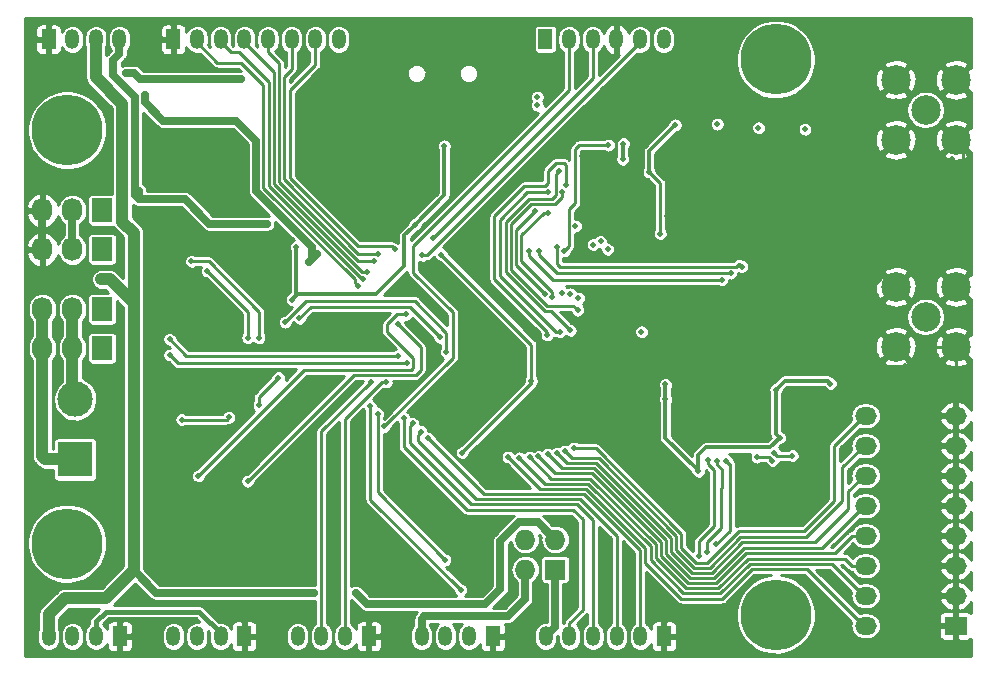
<source format=gbl>
G04 #@! TF.FileFunction,Copper,L4,Bot,Signal*
%FSLAX46Y46*%
G04 Gerber Fmt 4.6, Leading zero omitted, Abs format (unit mm)*
G04 Created by KiCad (PCBNEW (2015-09-15 BZR 6201)-product) date tor 18 feb 2016 10:56:40*
%MOMM*%
G01*
G04 APERTURE LIST*
%ADD10C,0.100000*%
%ADD11C,6.000000*%
%ADD12R,1.198880X1.699260*%
%ADD13O,1.198880X1.699260*%
%ADD14R,1.727200X2.032000*%
%ADD15O,1.727200X2.032000*%
%ADD16R,1.727200X1.727200*%
%ADD17O,1.727200X1.727200*%
%ADD18R,1.824000X1.524000*%
%ADD19O,1.824000X1.524000*%
%ADD20R,2.999740X2.999740*%
%ADD21C,2.999740*%
%ADD22C,2.500000*%
%ADD23C,0.500000*%
%ADD24C,0.203200*%
%ADD25C,0.254000*%
%ADD26C,0.635000*%
%ADD27C,0.304800*%
%ADD28C,1.016000*%
%ADD29C,0.406400*%
G04 APERTURE END LIST*
D10*
D11*
X166500000Y-76000000D03*
X106500000Y-82000000D03*
X106500000Y-117000000D03*
D12*
X104932480Y-74295000D03*
D13*
X108935520Y-74295000D03*
X106934000Y-74295000D03*
X110934500Y-74295000D03*
D12*
X142527020Y-124841000D03*
D13*
X138523980Y-124841000D03*
X140525500Y-124841000D03*
X136525000Y-124841000D03*
D12*
X132034280Y-124841000D03*
D13*
X128031240Y-124841000D03*
X130032760Y-124841000D03*
X126032260Y-124841000D03*
X127508000Y-74295000D03*
X125509020Y-74295000D03*
X123507500Y-74295000D03*
D12*
X115501420Y-74295000D03*
D13*
X119504460Y-74295000D03*
X117502940Y-74295000D03*
X121503440Y-74295000D03*
X129506980Y-74295000D03*
D12*
X146994940Y-74295000D03*
D13*
X150997980Y-74295000D03*
X148996460Y-74295000D03*
X152996960Y-74295000D03*
X154998480Y-74295000D03*
X157000000Y-74295000D03*
D12*
X157038040Y-124841000D03*
D13*
X153035000Y-124841000D03*
X155036520Y-124841000D03*
X151036020Y-124841000D03*
X149034500Y-124841000D03*
X147032980Y-124841000D03*
D12*
X121493280Y-124841000D03*
D13*
X117490240Y-124841000D03*
X119491760Y-124841000D03*
X115491260Y-124841000D03*
D12*
X110952280Y-124841000D03*
D13*
X106949240Y-124841000D03*
X108950760Y-124841000D03*
X104950260Y-124841000D03*
D14*
X109474000Y-100457000D03*
D15*
X106934000Y-100457000D03*
X104394000Y-100457000D03*
D14*
X109474000Y-97155000D03*
D15*
X106934000Y-97155000D03*
X104394000Y-97155000D03*
D14*
X109474000Y-92075000D03*
D15*
X106934000Y-92075000D03*
X104394000Y-92075000D03*
D14*
X109474000Y-88773000D03*
D15*
X106934000Y-88773000D03*
X104394000Y-88773000D03*
D16*
X147828000Y-119189500D03*
D17*
X145288000Y-119189500D03*
X147828000Y-116649500D03*
X145288000Y-116649500D03*
D18*
X181737000Y-123952000D03*
D19*
X174117000Y-123952000D03*
X181737000Y-121412000D03*
X174117000Y-121412000D03*
X181737000Y-118872000D03*
X174117000Y-118872000D03*
X181737000Y-116332000D03*
X174117000Y-116332000D03*
X181737000Y-113792000D03*
X174117000Y-113792000D03*
X181737000Y-111252000D03*
X174117000Y-111252000D03*
X181737000Y-108712000D03*
X174117000Y-108712000D03*
X181737000Y-106172000D03*
X174117000Y-106172000D03*
D20*
X107188000Y-109855000D03*
D21*
X107188000Y-104775000D03*
D11*
X166500000Y-123000000D03*
D22*
X179197000Y-80264000D03*
X176657000Y-77724000D03*
X176657000Y-82804000D03*
X181737000Y-82804000D03*
X181737000Y-77724000D03*
X179197000Y-97790000D03*
X176657000Y-95250000D03*
X176657000Y-100330000D03*
X181737000Y-100330000D03*
X181737000Y-95250000D03*
D23*
X164973000Y-83058000D03*
X162560000Y-82423000D03*
X162052000Y-83058000D03*
X162941000Y-84200994D03*
X161798000Y-86233000D03*
X161417000Y-89916000D03*
X165608000Y-89662000D03*
X171831004Y-87122000D03*
X173101004Y-87122000D03*
X172466000Y-86486996D03*
X175768000Y-89662000D03*
X176657000Y-90297000D03*
X177165000Y-89535000D03*
X154178000Y-101854000D03*
X154051000Y-102997000D03*
X154051000Y-104140000D03*
X154051000Y-105283000D03*
X154051000Y-106172000D03*
X159004000Y-98933000D03*
X160147000Y-99314000D03*
X161290000Y-99187000D03*
X162560000Y-98044002D03*
X174244000Y-101473000D03*
X170180000Y-103886000D03*
X169926000Y-109092998D03*
X169926000Y-107696000D03*
X169926000Y-106045000D03*
X169799000Y-104648000D03*
X172085000Y-103759000D03*
X173355000Y-103505000D03*
X174244000Y-103759000D03*
X174244000Y-102743010D03*
X166433500Y-82740500D03*
X167957500Y-83185000D03*
X168021000Y-84137500D03*
X167132000Y-84152220D03*
X167132000Y-85388458D03*
X167957500Y-85153500D03*
X168021000Y-86233000D03*
X165608000Y-86169500D03*
X165798500Y-84709000D03*
X161734500Y-84010500D03*
X161988500Y-85026500D03*
X141605000Y-98933000D03*
X139890500Y-97028000D03*
X137160000Y-96647000D03*
X133540500Y-104775000D03*
X134937500Y-103949500D03*
X133032500Y-99822000D03*
X137414000Y-101155500D03*
X140208000Y-104902000D03*
X139128500Y-102933500D03*
X141414500Y-102235000D03*
X142875000Y-104267000D03*
X148717000Y-104330500D03*
X159194500Y-91694000D03*
X157734000Y-90297000D03*
X157042132Y-91736000D03*
X157797500Y-91694000D03*
X158623000Y-90551000D03*
X159702500Y-90487500D03*
X156718000Y-85407500D03*
X156781500Y-84201000D03*
X157797500Y-83947000D03*
X157924500Y-85153500D03*
X159258000Y-85026500D03*
X159194500Y-83693000D03*
X160845500Y-83502500D03*
X160591500Y-85090000D03*
X155765500Y-89281000D03*
X157289500Y-89281000D03*
X158242000Y-89344500D03*
X159512000Y-89344500D03*
X155748822Y-86567178D03*
X157670500Y-86487000D03*
X158496000Y-86423500D03*
X159512000Y-86360000D03*
X160655000Y-86423500D03*
X152146000Y-87884000D03*
X151320500Y-87884000D03*
X152971500Y-87884000D03*
X152146000Y-88773000D03*
X152146000Y-87058500D03*
X162623500Y-106426000D03*
X163576000Y-88011000D03*
X163385500Y-105537000D03*
X162623500Y-107251500D03*
X161734500Y-106489500D03*
X162623500Y-105600500D03*
X163385500Y-106426000D03*
X182372000Y-85026500D03*
X181991000Y-86233000D03*
X181864000Y-88011000D03*
X181927500Y-89535000D03*
X181673500Y-90805000D03*
X179959000Y-91376500D03*
X178181000Y-91884500D03*
X176847500Y-91884500D03*
X175069500Y-91440000D03*
X173672500Y-91122500D03*
X173355000Y-92519500D03*
X174434500Y-92265500D03*
X174561500Y-93408500D03*
X173291500Y-93726000D03*
X172021500Y-94107000D03*
X171958000Y-92583000D03*
X172275500Y-91440000D03*
X170878500Y-91122500D03*
X170307000Y-92265500D03*
X170878500Y-93281500D03*
X169672000Y-93916500D03*
X168846500Y-93218000D03*
X168846500Y-91948000D03*
X169037000Y-90932000D03*
X167894000Y-90868500D03*
X167513000Y-92202000D03*
X167513000Y-93472000D03*
X165608000Y-93916500D03*
X161480500Y-95694500D03*
X160528000Y-96456500D03*
X159829500Y-97472500D03*
X158178500Y-97853500D03*
X157035500Y-97663000D03*
X156591000Y-98615500D03*
X157543500Y-100139500D03*
X157861000Y-99187000D03*
X161544000Y-97790000D03*
X161988500Y-97091500D03*
X162623500Y-96393000D03*
X162750500Y-95504000D03*
X163703000Y-95059500D03*
X164846000Y-95123000D03*
X166116000Y-95123000D03*
X167068500Y-95186500D03*
X168021000Y-95186500D03*
X169227500Y-95186500D03*
X171450000Y-96647000D03*
X173037500Y-96583498D03*
X169989500Y-95123000D03*
X171323000Y-95123000D03*
X173418500Y-95186500D03*
X173990000Y-94678500D03*
X174815500Y-95059500D03*
X175387000Y-94297500D03*
X176149000Y-93535500D03*
X177292000Y-93027500D03*
X178244500Y-93853000D03*
X178943000Y-93154500D03*
X180213000Y-93916500D03*
X181229000Y-93218000D03*
X182435500Y-102616000D03*
X180911500Y-103060500D03*
X178308000Y-102743000D03*
X179768500Y-102997000D03*
X177990500Y-103695500D03*
X176212500Y-103505000D03*
X175704500Y-104711500D03*
X173672500Y-104711500D03*
X172402500Y-106426000D03*
X171513500Y-107632500D03*
X170624500Y-110109000D03*
X169164000Y-109855000D03*
X171513500Y-105156000D03*
X174752000Y-100584000D03*
X176085500Y-102171500D03*
X177482500Y-101917500D03*
X178625500Y-101346000D03*
X180149500Y-101917500D03*
X178683578Y-95250000D03*
X179894630Y-95250000D03*
X181737000Y-97400259D03*
X181737000Y-98436520D03*
X178758489Y-100330000D03*
X179768500Y-100330000D03*
X162919000Y-87376000D03*
X162919000Y-88626000D03*
X164169000Y-88626000D03*
X164169000Y-87376000D03*
X170370500Y-73088500D03*
X170624500Y-75565000D03*
X170751500Y-77343000D03*
X169227500Y-79502000D03*
X171386500Y-79883000D03*
X171069000Y-78232000D03*
X171831000Y-77025500D03*
X172466000Y-75692000D03*
X171386500Y-74422000D03*
X171894500Y-73342500D03*
X173863000Y-74485500D03*
X173609000Y-76771500D03*
X173355000Y-78549500D03*
X172466000Y-80073500D03*
X172720000Y-82232500D03*
X172783500Y-83439000D03*
X173228000Y-85026500D03*
X175704500Y-85598000D03*
X176974500Y-85407500D03*
X175069500Y-84645500D03*
X173926500Y-83312000D03*
X174053500Y-81216500D03*
X174625000Y-79438500D03*
X174625000Y-78168500D03*
X175006000Y-76517500D03*
X176339500Y-75438000D03*
X175895000Y-74295000D03*
X174434500Y-73025000D03*
X175958500Y-72961500D03*
X178689000Y-73088500D03*
X177355500Y-73596500D03*
X178625500Y-76136500D03*
X180340000Y-75692000D03*
X177736500Y-75184000D03*
X179641500Y-73977500D03*
X181673500Y-73596500D03*
X181800500Y-75628500D03*
X170434000Y-81089500D03*
X171259500Y-81724500D03*
X171450000Y-82486500D03*
X171069000Y-83820000D03*
X171069000Y-84709000D03*
X170180000Y-86106000D03*
X170497500Y-86995000D03*
X174307500Y-87122000D03*
X175323500Y-87122000D03*
X176276000Y-87122000D03*
X177482500Y-87122000D03*
X178054000Y-86614000D03*
X178117500Y-85598000D03*
X178117500Y-84328000D03*
X176657000Y-80753421D03*
X176657000Y-79535885D03*
X178771127Y-77724000D03*
X179863045Y-77724000D03*
X181864000Y-79883000D03*
X181927500Y-80645000D03*
X181419500Y-84391500D03*
X180340000Y-84455000D03*
X180276500Y-85344000D03*
X180340000Y-86423500D03*
X180276500Y-87503000D03*
X180276500Y-88519000D03*
X180149500Y-89598500D03*
X178562000Y-89662000D03*
X177355500Y-90614500D03*
X175641000Y-90741500D03*
X174117000Y-89598500D03*
X172783500Y-89598500D03*
X171196000Y-89598500D03*
X169672000Y-89598500D03*
X167830500Y-89598500D03*
X131572000Y-106362500D03*
X126492000Y-99314000D03*
X128841500Y-97917000D03*
X126555500Y-109918500D03*
X125158500Y-112522000D03*
X136525000Y-111442500D03*
X150304500Y-108267500D03*
X119761000Y-99060000D03*
X116903500Y-97218500D03*
X139763500Y-91440000D03*
X152853220Y-92599680D03*
X133850020Y-77183651D03*
X133850020Y-77892273D03*
X151835402Y-78492902D03*
X118109998Y-104140002D03*
X115697000Y-105918000D03*
X163449000Y-107251500D03*
X161734500Y-105600500D03*
X161725500Y-107275500D03*
X118872000Y-83439000D03*
X118935500Y-87122000D03*
X130175000Y-84201000D03*
X126873000Y-85090000D03*
X134683500Y-84582000D03*
X134810500Y-88138000D03*
X150097320Y-84201000D03*
X154990868Y-91464806D03*
X155702000Y-80518000D03*
X154749500Y-83058000D03*
X152971500Y-88773000D03*
X151316500Y-88758500D03*
X151316500Y-87083500D03*
X152991500Y-87083500D03*
X159258000Y-108712000D03*
X154749500Y-110490000D03*
X156019500Y-108140500D03*
X172212000Y-95694500D03*
X167259000Y-99123500D03*
X133350000Y-107061000D03*
X138176000Y-92519500D03*
X125920500Y-91884500D03*
X125539500Y-96329500D03*
X138430000Y-83312000D03*
X135953500Y-89979500D03*
X157988000Y-81534000D03*
X155130500Y-99060000D03*
X145796000Y-103187500D03*
X139954000Y-109283500D03*
X111476405Y-77152500D03*
X112204500Y-77152500D03*
X122745500Y-105283000D03*
X124396500Y-102933500D03*
X121221500Y-77660500D03*
X120205500Y-106299000D03*
X116205000Y-106489500D03*
X155765500Y-85534500D03*
X152273000Y-92075000D03*
X156718000Y-90741500D03*
X159956504Y-110871000D03*
X166834332Y-108025051D03*
X166497000Y-103949500D03*
X171132500Y-103441500D03*
X157162500Y-104775000D03*
X157162500Y-103505000D03*
X122682000Y-89916000D03*
X123444000Y-89916000D03*
X112585500Y-87123917D03*
X112585500Y-87820500D03*
X146304000Y-79184500D03*
X146304000Y-79883000D03*
X127381000Y-121158000D03*
X130937000Y-121158000D03*
X127698500Y-92456000D03*
X127000000Y-93154500D03*
X113093500Y-78994000D03*
X117983000Y-81216500D03*
X113064130Y-79621029D03*
X110109000Y-94615000D03*
X109410500Y-94615000D03*
X117221000Y-81216500D03*
X122745500Y-99568000D03*
X117030500Y-93091000D03*
X118363998Y-93916502D03*
X121793000Y-99568000D03*
X132783700Y-105986199D03*
X138493500Y-118364000D03*
X132185519Y-105370279D03*
X139827000Y-120904000D03*
X132207000Y-103314500D03*
X133508154Y-103304788D03*
X134239000Y-92075000D03*
X132842000Y-92456000D03*
X132524500Y-93091000D03*
X131525984Y-94587153D03*
X131165560Y-95161194D03*
X131889500Y-93980000D03*
X137477500Y-91122500D03*
X136588500Y-92583000D03*
X136461500Y-107505500D03*
X137096500Y-108077002D03*
X135763000Y-106807000D03*
X135001000Y-106362500D03*
X135255000Y-101727000D03*
X115189000Y-101028500D03*
X115189000Y-99695000D03*
X134493000Y-101092000D03*
X153606500Y-83121500D03*
X153543000Y-84455000D03*
X145605500Y-92202000D03*
X161925000Y-94661820D03*
X146113500Y-88836500D03*
X146923631Y-95824437D03*
X146431000Y-92202006D03*
X162687000Y-94090320D03*
X147591138Y-96129258D03*
X147193000Y-89027000D03*
X163639500Y-93535500D03*
X147955000Y-91884500D03*
X138049000Y-99504500D03*
X126174500Y-97917000D03*
X124968000Y-98234500D03*
X138620500Y-100774500D03*
X143827500Y-109664500D03*
X144780000Y-109728000D03*
X145669000Y-109664500D03*
X146401351Y-109606929D03*
X147193000Y-109410500D03*
X147955002Y-109347000D03*
X148653500Y-109156500D03*
X149415500Y-108902500D03*
X160008150Y-118017335D03*
X160782000Y-109918500D03*
X161544000Y-109982000D03*
X160718500Y-117665500D03*
X162321279Y-109979209D03*
X161480500Y-117030500D03*
X166379088Y-109295055D03*
X167894000Y-109537500D03*
X166220840Y-109954135D03*
X164909500Y-109664500D03*
X149733000Y-97218500D03*
X148429621Y-87249000D03*
X148145500Y-85407504D03*
X149098000Y-98933000D03*
X147256504Y-87249000D03*
X148209000Y-99060000D03*
X147129500Y-99314000D03*
X148780500Y-86614000D03*
X152336500Y-83248500D03*
X148590000Y-92202000D03*
X148425468Y-95738616D03*
X149542500Y-90106500D03*
X149095298Y-95842331D03*
X151041784Y-91665931D03*
X149796500Y-96202499D03*
X151663971Y-91397022D03*
X135191500Y-97582820D03*
X117602000Y-111252000D03*
X134492998Y-98425002D03*
X121793000Y-111696500D03*
X161544000Y-81470500D03*
X168973500Y-81915000D03*
X165036500Y-81788000D03*
D24*
X164973000Y-83058000D02*
X165354000Y-83439000D01*
X162663619Y-82423000D02*
X162560000Y-82423000D01*
X162835500Y-82594881D02*
X162663619Y-82423000D01*
D25*
X161167001Y-89666001D02*
X161417000Y-89916000D01*
X161163000Y-89662000D02*
X161167001Y-89666001D01*
X161063447Y-89662000D02*
X161163000Y-89662000D01*
X159829500Y-89662000D02*
X161063447Y-89662000D01*
X159702500Y-90487500D02*
X160528000Y-89662000D01*
X160528000Y-89662000D02*
X161063447Y-89662000D01*
X159512000Y-89344500D02*
X159829500Y-89662000D01*
D24*
X165671500Y-89598500D02*
X165608000Y-89662000D01*
X166560500Y-89598500D02*
X165671500Y-89598500D01*
X167830500Y-89598500D02*
X166560500Y-89598500D01*
X171704004Y-86995000D02*
X171831004Y-87122000D01*
X170497500Y-86995000D02*
X171704004Y-86995000D01*
X174307500Y-87122000D02*
X173101004Y-87122000D01*
X175450500Y-89662000D02*
X175768000Y-89662000D01*
X177355500Y-89725500D02*
X177165000Y-89535000D01*
X177355500Y-90614500D02*
X177355500Y-89725500D01*
X154051000Y-104140000D02*
X154051000Y-102997000D01*
X154051000Y-106172000D02*
X154051000Y-105283000D01*
D25*
X158650447Y-98933000D02*
X159004000Y-98933000D01*
X158115000Y-98933000D02*
X158650447Y-98933000D01*
X157861000Y-99187000D02*
X158115000Y-98933000D01*
X160274000Y-99187000D02*
X160147000Y-99314000D01*
X161290000Y-99187000D02*
X160274000Y-99187000D01*
X174244000Y-103759000D02*
X174244000Y-101473000D01*
X169676001Y-109342997D02*
X169926000Y-109092998D01*
X169164000Y-109855000D02*
X169676001Y-109342997D01*
X171513500Y-106108500D02*
X170175999Y-107446001D01*
X171513500Y-105156000D02*
X171513500Y-106108500D01*
X170175999Y-107446001D02*
X169926000Y-107696000D01*
X169799000Y-105918000D02*
X169926000Y-106045000D01*
X169799000Y-104648000D02*
X169799000Y-105918000D01*
X172334999Y-103509001D02*
X172085000Y-103759000D01*
X172339000Y-103505000D02*
X172334999Y-103509001D01*
X173355000Y-103505000D02*
X172339000Y-103505000D01*
X174244000Y-102389457D02*
X174244000Y-102743010D01*
X174244000Y-101092000D02*
X174244000Y-102389457D01*
X174752000Y-100584000D02*
X174244000Y-101092000D01*
D24*
X167957500Y-83185000D02*
X166878000Y-83185000D01*
X166878000Y-83185000D02*
X166433500Y-82740500D01*
X167132000Y-84152220D02*
X168006280Y-84152220D01*
X168006280Y-84152220D02*
X168021000Y-84137500D01*
X167132000Y-85388458D02*
X167132000Y-84152220D01*
X168021000Y-86233000D02*
X168021000Y-85217000D01*
X168021000Y-85217000D02*
X167957500Y-85153500D01*
X165798500Y-85979000D02*
X165608000Y-86169500D01*
X165798500Y-84709000D02*
X165798500Y-85979000D01*
X161988500Y-85026500D02*
X161988500Y-84264500D01*
X161988500Y-84264500D02*
X161734500Y-84010500D01*
D25*
X158315182Y-91176318D02*
X157797500Y-91694000D01*
X158623000Y-90868500D02*
X158315182Y-91176318D01*
X158315182Y-91176318D02*
X158676818Y-91176318D01*
X158676818Y-91176318D02*
X159194500Y-91694000D01*
X158623000Y-90551000D02*
X158623000Y-90868500D01*
X156718000Y-85407500D02*
X156718000Y-85761053D01*
X156718000Y-85761053D02*
X156718000Y-85661500D01*
X157797500Y-83947000D02*
X157035500Y-83947000D01*
X157035500Y-83947000D02*
X156781500Y-84201000D01*
X159258000Y-85026500D02*
X158051500Y-85026500D01*
X158051500Y-85026500D02*
X157924500Y-85153500D01*
X160845500Y-83502500D02*
X159385000Y-83502500D01*
X159385000Y-83502500D02*
X159194500Y-83693000D01*
X160655000Y-86423500D02*
X160655000Y-85153500D01*
X160655000Y-85153500D02*
X160591500Y-85090000D01*
X158242000Y-89344500D02*
X157353000Y-89344500D01*
X157353000Y-89344500D02*
X157289500Y-89281000D01*
X158496000Y-86423500D02*
X157734000Y-86423500D01*
X157734000Y-86423500D02*
X157670500Y-86487000D01*
X160655000Y-86423500D02*
X159575500Y-86423500D01*
X159575500Y-86423500D02*
X159512000Y-86360000D01*
X152971500Y-87884000D02*
X152971500Y-87947500D01*
X152971500Y-87947500D02*
X152146000Y-88773000D01*
X151316500Y-87083500D02*
X152121000Y-87083500D01*
X152121000Y-87083500D02*
X152146000Y-87058500D01*
X162623500Y-105600500D02*
X162623500Y-106426000D01*
X163385500Y-105537000D02*
X162687000Y-105537000D01*
X162496500Y-107251500D02*
X162623500Y-107251500D01*
X161734500Y-106489500D02*
X162496500Y-107251500D01*
X162687000Y-105537000D02*
X162623500Y-105600500D01*
X182372000Y-85026500D02*
X182372000Y-83439000D01*
X182372000Y-83439000D02*
X181737000Y-82804000D01*
X181864000Y-88011000D02*
X181864000Y-86360000D01*
X181864000Y-86360000D02*
X181991000Y-86233000D01*
X181673500Y-90805000D02*
X181673500Y-89789000D01*
X181673500Y-89789000D02*
X181927500Y-89535000D01*
X178181000Y-91884500D02*
X179451000Y-91884500D01*
X179451000Y-91884500D02*
X179959000Y-91376500D01*
X175069500Y-91440000D02*
X176403000Y-91440000D01*
X176403000Y-91440000D02*
X176847500Y-91884500D01*
X173355000Y-92519500D02*
X173355000Y-91440000D01*
X173355000Y-91440000D02*
X173672500Y-91122500D01*
X174561500Y-93408500D02*
X174561500Y-92392500D01*
X174561500Y-92392500D02*
X174434500Y-92265500D01*
X172021500Y-94107000D02*
X172910500Y-94107000D01*
X172910500Y-94107000D02*
X173291500Y-93726000D01*
X172275500Y-91440000D02*
X172275500Y-92265500D01*
X172275500Y-92265500D02*
X171958000Y-92583000D01*
X170307000Y-92265500D02*
X170307000Y-91694000D01*
X170307000Y-91694000D02*
X170878500Y-91122500D01*
X169672000Y-93916500D02*
X170243500Y-93916500D01*
X170243500Y-93916500D02*
X170878500Y-93281500D01*
X168846500Y-91948000D02*
X168846500Y-93218000D01*
X167894000Y-90868500D02*
X168973500Y-90868500D01*
X168973500Y-90868500D02*
X169037000Y-90932000D01*
X167513000Y-93472000D02*
X167513000Y-92202000D01*
X164846000Y-95123000D02*
X164846000Y-94678500D01*
X164846000Y-94678500D02*
X165608000Y-93916500D01*
X161480500Y-95694500D02*
X162560000Y-95694500D01*
X162560000Y-95694500D02*
X162750500Y-95504000D01*
X159829500Y-97472500D02*
X159829500Y-97155000D01*
X159829500Y-97155000D02*
X160528000Y-96456500D01*
X157035500Y-97663000D02*
X157988000Y-97663000D01*
X157988000Y-97663000D02*
X158178500Y-97853500D01*
X157543500Y-100139500D02*
X157543500Y-99568000D01*
X157543500Y-99568000D02*
X156591000Y-98615500D01*
X161988500Y-97091500D02*
X161988500Y-97345500D01*
X161988500Y-97345500D02*
X161544000Y-97790000D01*
X162750500Y-95504000D02*
X162750500Y-96266000D01*
X162750500Y-96266000D02*
X162623500Y-96393000D01*
X164846000Y-95123000D02*
X163766500Y-95123000D01*
X163766500Y-95123000D02*
X163703000Y-95059500D01*
X167068500Y-95186500D02*
X166179500Y-95186500D01*
X166179500Y-95186500D02*
X166116000Y-95123000D01*
X169227500Y-95186500D02*
X168021000Y-95186500D01*
X173037500Y-96583498D02*
X171513502Y-96583498D01*
X171513502Y-96583498D02*
X171450000Y-96647000D01*
X171323000Y-95123000D02*
X169989500Y-95123000D01*
X173990000Y-94678500D02*
X173926500Y-94678500D01*
X173926500Y-94678500D02*
X173418500Y-95186500D01*
X175387000Y-94297500D02*
X175387000Y-94488000D01*
X175387000Y-94488000D02*
X174815500Y-95059500D01*
X177292000Y-93027500D02*
X176657000Y-93027500D01*
X176657000Y-93027500D02*
X176149000Y-93535500D01*
X178943000Y-93154500D02*
X178244500Y-93853000D01*
X181229000Y-93218000D02*
X180911500Y-93218000D01*
X180911500Y-93218000D02*
X180213000Y-93916500D01*
X182435500Y-102616000D02*
X181737000Y-101917500D01*
X181737000Y-101917500D02*
X181737000Y-100330000D01*
X178308000Y-102743000D02*
X180594000Y-102743000D01*
X180594000Y-102743000D02*
X180911500Y-103060500D01*
X177990500Y-103695500D02*
X179070000Y-103695500D01*
X179070000Y-103695500D02*
X179768500Y-102997000D01*
X175704500Y-104711500D02*
X175704500Y-104013000D01*
X175704500Y-104013000D02*
X176212500Y-103505000D01*
X172402500Y-106426000D02*
X172402500Y-105981500D01*
X172402500Y-105981500D02*
X173672500Y-104711500D01*
X170624500Y-110109000D02*
X170624500Y-108521500D01*
X170624500Y-108521500D02*
X171513500Y-107632500D01*
X177482500Y-101917500D02*
X176339500Y-101917500D01*
X176339500Y-101917500D02*
X176085500Y-102171500D01*
X180149500Y-101917500D02*
X179197000Y-101917500D01*
X179197000Y-101917500D02*
X178625500Y-101346000D01*
X181737000Y-100330000D02*
X179768500Y-100330000D01*
D24*
X170751500Y-77343000D02*
X170751500Y-75692000D01*
X170751500Y-75692000D02*
X170624500Y-75565000D01*
X171386500Y-79883000D02*
X171005500Y-79502000D01*
X171005500Y-79502000D02*
X169227500Y-79502000D01*
X171831000Y-77025500D02*
X171831000Y-77470000D01*
X171831000Y-77470000D02*
X171069000Y-78232000D01*
X171386500Y-74422000D02*
X171386500Y-74612500D01*
X171386500Y-74612500D02*
X172466000Y-75692000D01*
X173863000Y-74485500D02*
X173037500Y-74485500D01*
X173037500Y-74485500D02*
X171894500Y-73342500D01*
X173355000Y-78549500D02*
X173355000Y-77025500D01*
X173355000Y-77025500D02*
X173609000Y-76771500D01*
X172720000Y-82232500D02*
X172466000Y-81978500D01*
X172466000Y-81978500D02*
X172466000Y-80073500D01*
X173228000Y-85026500D02*
X173228000Y-83883500D01*
X173228000Y-83883500D02*
X172783500Y-83439000D01*
X176974500Y-85407500D02*
X175895000Y-85407500D01*
X175895000Y-85407500D02*
X175704500Y-85598000D01*
X173926500Y-83312000D02*
X173926500Y-83502500D01*
X173926500Y-83502500D02*
X175069500Y-84645500D01*
X174625000Y-79438500D02*
X174625000Y-80645000D01*
X174625000Y-80645000D02*
X174053500Y-81216500D01*
X175006000Y-76517500D02*
X175006000Y-77787500D01*
X175006000Y-77787500D02*
X174625000Y-78168500D01*
X175895000Y-74295000D02*
X175895000Y-74993500D01*
X175895000Y-74993500D02*
X176339500Y-75438000D01*
X175958500Y-72961500D02*
X174498000Y-72961500D01*
X174498000Y-72961500D02*
X174434500Y-73025000D01*
X177355500Y-73596500D02*
X178181000Y-73596500D01*
X178181000Y-73596500D02*
X178689000Y-73088500D01*
X180340000Y-75692000D02*
X179070000Y-75692000D01*
X179070000Y-75692000D02*
X178625500Y-76136500D01*
X179641500Y-73977500D02*
X178435000Y-75184000D01*
X178435000Y-75184000D02*
X177736500Y-75184000D01*
X181800500Y-75628500D02*
X181800500Y-73723500D01*
X181800500Y-73723500D02*
X181673500Y-73596500D01*
X170624500Y-81089500D02*
X170434000Y-81089500D01*
X171259500Y-81724500D02*
X170624500Y-81089500D01*
X171069000Y-83820000D02*
X171069000Y-82867500D01*
X171069000Y-82867500D02*
X171450000Y-82486500D01*
X170180000Y-86106000D02*
X170180000Y-85598000D01*
X170180000Y-85598000D02*
X171069000Y-84709000D01*
X176276000Y-87122000D02*
X175323500Y-87122000D01*
X178054000Y-86614000D02*
X177990500Y-86614000D01*
X177990500Y-86614000D02*
X177482500Y-87122000D01*
X178117500Y-84328000D02*
X178117500Y-85598000D01*
X181927500Y-80645000D02*
X181927500Y-79946500D01*
X181927500Y-79946500D02*
X181864000Y-79883000D01*
X180340000Y-84455000D02*
X181356000Y-84455000D01*
X181356000Y-84455000D02*
X181419500Y-84391500D01*
X180340000Y-86423500D02*
X180340000Y-85407500D01*
X180340000Y-85407500D02*
X180276500Y-85344000D01*
X180276500Y-88519000D02*
X180276500Y-87503000D01*
X178562000Y-89662000D02*
X180086000Y-89662000D01*
X180086000Y-89662000D02*
X180149500Y-89598500D01*
X172783500Y-89598500D02*
X174117000Y-89598500D01*
X169672000Y-89598500D02*
X171196000Y-89598500D01*
D26*
X104394000Y-88773000D02*
X104394000Y-92075000D01*
D25*
X139175301Y-101235699D02*
X133599999Y-106811001D01*
X139175301Y-97416629D02*
X139175301Y-101235699D01*
X135809801Y-94051129D02*
X139175301Y-97416629D01*
X135809801Y-91774199D02*
X135809801Y-94051129D01*
X133599999Y-106811001D02*
X133350000Y-107061000D01*
X148996460Y-78587540D02*
X135809801Y-91774199D01*
X148996460Y-74295000D02*
X148996460Y-78587540D01*
X145796000Y-103187500D02*
X145796000Y-100139500D01*
X145796000Y-100139500D02*
X138176000Y-92519500D01*
D27*
X125539500Y-96329500D02*
X125984000Y-95885000D01*
X125984000Y-95885000D02*
X132651500Y-95885000D01*
X132651500Y-95885000D02*
X135064500Y-93472000D01*
X135064500Y-93472000D02*
X135064500Y-90868500D01*
X135064500Y-90868500D02*
X135703501Y-90229499D01*
X135703501Y-90229499D02*
X135953500Y-89979500D01*
X125539500Y-96329500D02*
X125920500Y-95948500D01*
X125920500Y-95948500D02*
X125920500Y-91884500D01*
X135953500Y-89979500D02*
X138430000Y-87503000D01*
X138430000Y-87503000D02*
X138430000Y-83312000D01*
X155765500Y-85534500D02*
X155765500Y-83756500D01*
X155765500Y-83756500D02*
X157988000Y-81534000D01*
X139954000Y-109283500D02*
X145796000Y-103441500D01*
X145796000Y-103441500D02*
X145796000Y-103187500D01*
D26*
X147828000Y-119189500D02*
X147828000Y-124045980D01*
X147828000Y-124045980D02*
X147032980Y-124841000D01*
X112204500Y-77152500D02*
X111476405Y-77152500D01*
X121221500Y-77660500D02*
X112712500Y-77660500D01*
X112454499Y-77402499D02*
X112204500Y-77152500D01*
X112712500Y-77660500D02*
X112454499Y-77402499D01*
D25*
X124396500Y-102933500D02*
X122745500Y-104584500D01*
X122745500Y-104584500D02*
X122745500Y-105283000D01*
D26*
X106934000Y-88773000D02*
X106934000Y-92075000D01*
D25*
X116205000Y-106489500D02*
X120015000Y-106489500D01*
X120015000Y-106489500D02*
X120205500Y-106299000D01*
X156718000Y-90741500D02*
X156718000Y-86487000D01*
X156718000Y-86487000D02*
X155765500Y-85534500D01*
D27*
X166746999Y-103699501D02*
X166497000Y-103949500D01*
X167254999Y-103191501D02*
X166746999Y-103699501D01*
X170882501Y-103191501D02*
X167254999Y-103191501D01*
X171132500Y-103441500D02*
X170882501Y-103191501D01*
X160591500Y-108839000D02*
X166020383Y-108839000D01*
X166020383Y-108839000D02*
X166834332Y-108025051D01*
X159956504Y-109473996D02*
X160591500Y-108839000D01*
X159956504Y-110871000D02*
X159956504Y-109473996D01*
X157162500Y-108076996D02*
X159706505Y-110621001D01*
X157162500Y-104775000D02*
X157162500Y-108076996D01*
X159706505Y-110621001D02*
X159956504Y-110871000D01*
X166497000Y-103949500D02*
X166497000Y-107687719D01*
X166497000Y-107687719D02*
X166584333Y-107775052D01*
X166584333Y-107775052D02*
X166834332Y-108025051D01*
X157162500Y-103505000D02*
X157162500Y-104775000D01*
D26*
X112585500Y-87820500D02*
X112251320Y-87486320D01*
X110426500Y-76009500D02*
X110934500Y-75501500D01*
X112251320Y-87486320D02*
X112251320Y-79167820D01*
X112251320Y-79167820D02*
X110426500Y-77343000D01*
X110426500Y-77343000D02*
X110426500Y-76009500D01*
X110934500Y-75501500D02*
X110934500Y-74295000D01*
X116459000Y-87820500D02*
X118554500Y-89916000D01*
X118554500Y-89916000D02*
X123444000Y-89916000D01*
X112585500Y-87820500D02*
X116459000Y-87820500D01*
X112585500Y-87123917D02*
X112585500Y-87820500D01*
X127381000Y-121158000D02*
X114046000Y-121158000D01*
X114046000Y-121158000D02*
X112141000Y-119253000D01*
X141922500Y-122110500D02*
X131889500Y-122110500D01*
X131889500Y-122110500D02*
X130937000Y-121158000D01*
X143192500Y-120840500D02*
X141922500Y-122110500D01*
X143192500Y-116733826D02*
X143192500Y-120840500D01*
X146367500Y-115189000D02*
X144737326Y-115189000D01*
X144737326Y-115189000D02*
X143192500Y-116733826D01*
X147828000Y-116649500D02*
X146367500Y-115189000D01*
X127000000Y-93154500D02*
X127698500Y-92456000D01*
X127000000Y-93154500D02*
X127249999Y-92904501D01*
X127249999Y-92904501D02*
X127249999Y-91880499D01*
X127249999Y-91880499D02*
X122491500Y-87122000D01*
X122491500Y-87122000D02*
X122491500Y-82867500D01*
X122491500Y-82867500D02*
X120840500Y-81216500D01*
X120840500Y-81216500D02*
X117983000Y-81216500D01*
X113064130Y-79621029D02*
X113064130Y-79023370D01*
X113064130Y-79023370D02*
X113093500Y-78994000D01*
X115548552Y-81216500D02*
X114659601Y-81216500D01*
X115548552Y-81216500D02*
X117221000Y-81216500D01*
X117221000Y-81216500D02*
X117983000Y-81216500D01*
X114659601Y-81216500D02*
X113064130Y-79621029D01*
D28*
X112141000Y-96647000D02*
X112141000Y-90678000D01*
X112141000Y-90678000D02*
X111188500Y-89725500D01*
X111188500Y-89725500D02*
X111188500Y-79756000D01*
X111188500Y-79756000D02*
X108935520Y-77503020D01*
X108935520Y-77503020D02*
X108935520Y-74295000D01*
D29*
X114659601Y-81216500D02*
X113314129Y-79871028D01*
X113314129Y-79871028D02*
X113064130Y-79621029D01*
D28*
X110109000Y-94615000D02*
X109410500Y-94615000D01*
X112141000Y-96647000D02*
X110109000Y-94615000D01*
X112141000Y-119253000D02*
X112141000Y-96647000D01*
X109791500Y-121602500D02*
X112141000Y-119253000D01*
X106323130Y-121602500D02*
X109791500Y-121602500D01*
X104950260Y-124841000D02*
X104950260Y-122975370D01*
X104950260Y-122975370D02*
X106323130Y-121602500D01*
D25*
X117030500Y-93091000D02*
X118491000Y-93091000D01*
X118491000Y-93091000D02*
X122745500Y-97345500D01*
X122745500Y-97345500D02*
X122745500Y-99568000D01*
X118613997Y-94166501D02*
X118363998Y-93916502D01*
X121793000Y-97345504D02*
X118613997Y-94166501D01*
X121793000Y-99568000D02*
X121793000Y-97345504D01*
X132783700Y-106339752D02*
X132783700Y-105986199D01*
X132783700Y-112654200D02*
X132783700Y-106339752D01*
X138493500Y-118364000D02*
X132783700Y-112654200D01*
X139827000Y-120904000D02*
X132185519Y-113262519D01*
X132185519Y-113262519D02*
X132185519Y-105723832D01*
X132185519Y-105723832D02*
X132185519Y-105370279D01*
D26*
X143827500Y-123126500D02*
X145288000Y-121666000D01*
X145288000Y-121666000D02*
X145288000Y-119189500D01*
X136754870Y-123126500D02*
X143827500Y-123126500D01*
X136525000Y-124841000D02*
X136525000Y-123356370D01*
X136525000Y-123356370D02*
X136754870Y-123126500D01*
D25*
X128031240Y-124841000D02*
X128031240Y-107490260D01*
X128031240Y-107490260D02*
X132207000Y-103314500D01*
X133154601Y-103304788D02*
X133508154Y-103304788D01*
X130032760Y-106426629D02*
X133154601Y-103304788D01*
X130032760Y-124841000D02*
X130032760Y-106426629D01*
X127508000Y-76454000D02*
X127508000Y-75398630D01*
X125349000Y-78613000D02*
X127508000Y-76454000D01*
X134239000Y-92075000D02*
X133989001Y-91825001D01*
X125349000Y-86046060D02*
X125349000Y-78613000D01*
X131127941Y-91825001D02*
X125349000Y-86046060D01*
X127508000Y-75398630D02*
X127508000Y-74295000D01*
X133989001Y-91825001D02*
X131127941Y-91825001D01*
X125509020Y-74295000D02*
X125509020Y-76797780D01*
X132488447Y-92456000D02*
X132842000Y-92456000D01*
X131148268Y-92456000D02*
X132488447Y-92456000D01*
X124853744Y-86161476D02*
X131148268Y-92456000D01*
X124853744Y-77453056D02*
X124853744Y-86161476D01*
X125509020Y-76797780D02*
X124853744Y-77453056D01*
X124421933Y-76313063D02*
X123507500Y-75398630D01*
X131172596Y-93091000D02*
X124421933Y-86340337D01*
X123507500Y-75398630D02*
X123507500Y-74295000D01*
X132524500Y-93091000D02*
X131172596Y-93091000D01*
X124421933Y-86340337D02*
X124421933Y-76313063D01*
X119504460Y-74295000D02*
X119504460Y-74545190D01*
X123558311Y-86698059D02*
X131447405Y-94587153D01*
X131447405Y-94587153D02*
X131525984Y-94587153D01*
X121055130Y-75398630D02*
X123558311Y-77901811D01*
X120357900Y-75398630D02*
X121055130Y-75398630D01*
X123558311Y-77901811D02*
X123558311Y-86698059D01*
X119504460Y-74545190D02*
X120357900Y-75398630D01*
X130915561Y-94911195D02*
X131165560Y-95161194D01*
X123126500Y-86876920D02*
X130877501Y-94627921D01*
X117502940Y-74545190D02*
X119221250Y-76263500D01*
X130877501Y-94873135D02*
X130915561Y-94911195D01*
X130877501Y-94627921D02*
X130877501Y-94873135D01*
X117502940Y-74295000D02*
X117502940Y-74545190D01*
X121221500Y-76263500D02*
X123126500Y-78168500D01*
X123126500Y-78168500D02*
X123126500Y-86876920D01*
X119221250Y-76263500D02*
X121221500Y-76263500D01*
X121503440Y-74295000D02*
X121503440Y-74545190D01*
X121503440Y-74545190D02*
X123990122Y-77031872D01*
X123990122Y-77031872D02*
X123990122Y-86519198D01*
X131450924Y-93980000D02*
X131535947Y-93980000D01*
X123990122Y-86519198D02*
X131450924Y-93980000D01*
X131535947Y-93980000D02*
X131889500Y-93980000D01*
X137477500Y-91122500D02*
X150997980Y-77602020D01*
X150997980Y-77602020D02*
X150997980Y-74295000D01*
X154998480Y-74295000D02*
X154998480Y-74545190D01*
X154998480Y-74545190D02*
X136960670Y-92583000D01*
X136960670Y-92583000D02*
X136588500Y-92583000D01*
X136461500Y-107505500D02*
X136211501Y-107755499D01*
X136211501Y-107755499D02*
X136211501Y-108271501D01*
X136211501Y-108271501D02*
X141160500Y-113220500D01*
X141160500Y-113220500D02*
X149923500Y-113220500D01*
X149923500Y-113220500D02*
X153035000Y-116332000D01*
X153035000Y-116332000D02*
X153035000Y-118237000D01*
X153035000Y-118237000D02*
X153035000Y-124841000D01*
X137346499Y-108327001D02*
X137096500Y-108077002D01*
X150241000Y-112776000D02*
X141795498Y-112776000D01*
X155036520Y-117571520D02*
X150241000Y-112776000D01*
X155036520Y-124841000D02*
X155036520Y-117571520D01*
X141795498Y-112776000D02*
X137346499Y-108327001D01*
X149669500Y-113665000D02*
X151036020Y-115031520D01*
X151036020Y-115031520D02*
X151036020Y-124841000D01*
X140716000Y-113665000D02*
X149669500Y-113665000D01*
X135513001Y-108462001D02*
X140716000Y-113665000D01*
X135763000Y-106807000D02*
X135513001Y-107056999D01*
X135513001Y-107056999D02*
X135513001Y-108462001D01*
X140335000Y-114109500D02*
X135001000Y-108775500D01*
X135001000Y-108775500D02*
X135001000Y-106362500D01*
X149352000Y-114109500D02*
X140335000Y-114109500D01*
X150177500Y-114935000D02*
X149352000Y-114109500D01*
X150177500Y-122594370D02*
X150177500Y-114935000D01*
X149034500Y-124841000D02*
X149034500Y-123737370D01*
X149034500Y-123737370D02*
X150177500Y-122594370D01*
D29*
X109790230Y-122745500D02*
X117646450Y-122745500D01*
X117646450Y-122745500D02*
X119491760Y-124590810D01*
X119491760Y-124590810D02*
X119491760Y-124841000D01*
X108950760Y-124841000D02*
X108950760Y-123584970D01*
X108950760Y-123584970D02*
X109790230Y-122745500D01*
D25*
X115887500Y-101727000D02*
X135255000Y-101727000D01*
X115189000Y-101028500D02*
X115887500Y-101727000D01*
D28*
X106934000Y-100457000D02*
X106934000Y-104521000D01*
X106934000Y-104521000D02*
X107188000Y-104775000D01*
X106934000Y-97155000D02*
X106934000Y-100457000D01*
X104394000Y-100457000D02*
X104394000Y-109576870D01*
X104394000Y-109576870D02*
X104672130Y-109855000D01*
X104672130Y-109855000D02*
X107188000Y-109855000D01*
X104394000Y-97155000D02*
X104394000Y-100457000D01*
D25*
X134139447Y-101092000D02*
X116586000Y-101092000D01*
X116586000Y-101092000D02*
X115189000Y-99695000D01*
X134493000Y-101092000D02*
X134139447Y-101092000D01*
D27*
X153543000Y-83185000D02*
X153606500Y-83121500D01*
X153543000Y-84455000D02*
X153543000Y-83185000D01*
D25*
X145605500Y-92555553D02*
X145605500Y-92202000D01*
X145605500Y-92600910D02*
X145605500Y-92555553D01*
X147666410Y-94661820D02*
X145605500Y-92600910D01*
X161925000Y-94661820D02*
X147666410Y-94661820D01*
X144526000Y-93426806D02*
X144526000Y-90424000D01*
X146923631Y-95824437D02*
X144526000Y-93426806D01*
X145863501Y-89086499D02*
X146113500Y-88836500D01*
X144526000Y-90424000D02*
X145863501Y-89086499D01*
X146431000Y-92555559D02*
X146431000Y-92202006D01*
X147965761Y-94090320D02*
X146431000Y-92555559D01*
X162687000Y-94090320D02*
X147965761Y-94090320D01*
X144970500Y-93058571D02*
X147591138Y-95679209D01*
X147193000Y-89027000D02*
X146839447Y-89027000D01*
X144970500Y-90895947D02*
X144970500Y-93058571D01*
X146839447Y-89027000D02*
X144970500Y-90895947D01*
X147591138Y-95679209D02*
X147591138Y-95775705D01*
X147591138Y-95775705D02*
X147591138Y-96129258D01*
X147955000Y-91884500D02*
X147955000Y-93281500D01*
X147955000Y-93281500D02*
X148209000Y-93535500D01*
X148209000Y-93535500D02*
X163139502Y-93535500D01*
X163139502Y-93535500D02*
X163389501Y-93285501D01*
X163389501Y-93285501D02*
X163639500Y-93535500D01*
X126174500Y-97917000D02*
X127127000Y-96964500D01*
X127127000Y-96964500D02*
X135509000Y-96964500D01*
X135509000Y-96964500D02*
X137799001Y-99254501D01*
X137799001Y-99254501D02*
X138049000Y-99504500D01*
X138620500Y-100774500D02*
X138620500Y-99123500D01*
X138620500Y-99123500D02*
X135953500Y-96456500D01*
X135953500Y-96456500D02*
X126746000Y-96456500D01*
X126746000Y-96456500D02*
X125217999Y-97984501D01*
X125217999Y-97984501D02*
X124968000Y-98234500D01*
X155468331Y-118599159D02*
X158509849Y-121640677D01*
X173967000Y-123952000D02*
X174117000Y-123952000D01*
X169141000Y-119126000D02*
X173967000Y-123952000D01*
X143827500Y-109664500D02*
X146507189Y-112344189D01*
X164485204Y-119126000D02*
X169141000Y-119126000D01*
X161970527Y-121640677D02*
X164485204Y-119126000D01*
X158509849Y-121640677D02*
X161970527Y-121640677D01*
X146507189Y-112344189D02*
X150419861Y-112344189D01*
X155468331Y-117392659D02*
X155468331Y-118599159D01*
X150419861Y-112344189D02*
X155468331Y-117392659D01*
X164306343Y-118694189D02*
X161791666Y-121208866D01*
X145029999Y-109977999D02*
X144780000Y-109728000D01*
X158688710Y-121208866D02*
X155900142Y-118420298D01*
X174117000Y-121412000D02*
X173967000Y-121412000D01*
X146964378Y-111912378D02*
X145029999Y-109977999D01*
X155900142Y-118420298D02*
X155900142Y-117213798D01*
X161791666Y-121208866D02*
X158688710Y-121208866D01*
X171249189Y-118694189D02*
X164306343Y-118694189D01*
X155900142Y-117213798D02*
X150598722Y-111912378D01*
X150598722Y-111912378D02*
X146964378Y-111912378D01*
X173967000Y-121412000D02*
X171249189Y-118694189D01*
X158867571Y-120777055D02*
X161612805Y-120777055D01*
X172951000Y-118872000D02*
X174117000Y-118872000D01*
X172341378Y-118262378D02*
X172951000Y-118872000D01*
X147485067Y-111480567D02*
X150777583Y-111480567D01*
X156331953Y-117034937D02*
X156331953Y-118241437D01*
X145669000Y-109664500D02*
X147485067Y-111480567D01*
X164127482Y-118262378D02*
X172341378Y-118262378D01*
X156331953Y-118241437D02*
X158867571Y-120777055D01*
X161612805Y-120777055D02*
X164127482Y-118262378D01*
X150777583Y-111480567D02*
X156331953Y-117034937D01*
X156763764Y-118062576D02*
X156763764Y-116856076D01*
X150956444Y-111048756D02*
X147843178Y-111048756D01*
X146651350Y-109856928D02*
X146401351Y-109606929D01*
X147843178Y-111048756D02*
X146651350Y-109856928D01*
X156763764Y-116856076D02*
X150956444Y-111048756D01*
X159046432Y-120345244D02*
X156763764Y-118062576D01*
X161433944Y-120345244D02*
X159046432Y-120345244D01*
X171503189Y-117779811D02*
X163999377Y-117779811D01*
X172951000Y-116332000D02*
X171503189Y-117779811D01*
X174117000Y-116332000D02*
X172951000Y-116332000D01*
X163999377Y-117779811D02*
X161433944Y-120345244D01*
X163820516Y-117348000D02*
X161255083Y-119913433D01*
X151135305Y-110616945D02*
X148399445Y-110616945D01*
X147442999Y-109660499D02*
X147193000Y-109410500D01*
X157195575Y-116677215D02*
X151135305Y-110616945D01*
X157195575Y-117883715D02*
X157195575Y-116677215D01*
X159225293Y-119913433D02*
X157195575Y-117883715D01*
X161255083Y-119913433D02*
X159225293Y-119913433D01*
X174117000Y-113792000D02*
X173967000Y-113792000D01*
X148399445Y-110616945D02*
X147442999Y-109660499D01*
X170411000Y-117348000D02*
X163820516Y-117348000D01*
X173967000Y-113792000D02*
X170411000Y-117348000D01*
X161076222Y-119481622D02*
X159404154Y-119481622D01*
X169811689Y-116890811D02*
X163667033Y-116890811D01*
X172656500Y-112562500D02*
X172656500Y-114046000D01*
X148793136Y-110185134D02*
X148205001Y-109596999D01*
X157627386Y-116498354D02*
X151314166Y-110185134D01*
X173967000Y-111252000D02*
X172656500Y-112562500D01*
X163667033Y-116890811D02*
X161076222Y-119481622D01*
X174117000Y-111252000D02*
X173967000Y-111252000D01*
X172656500Y-114046000D02*
X169811689Y-116890811D01*
X148205001Y-109596999D02*
X147955002Y-109347000D01*
X159404154Y-119481622D02*
X157627386Y-117704854D01*
X151314166Y-110185134D02*
X148793136Y-110185134D01*
X157627386Y-117704854D02*
X157627386Y-116498354D01*
X173967000Y-108712000D02*
X174117000Y-108712000D01*
X172148500Y-110530500D02*
X173967000Y-108712000D01*
X172148500Y-113411000D02*
X172148500Y-110530500D01*
X169100500Y-116459000D02*
X172148500Y-113411000D01*
X160897361Y-119049811D02*
X163488172Y-116459000D01*
X159583015Y-119049811D02*
X160897361Y-119049811D01*
X148653500Y-109156500D02*
X149250323Y-109753323D01*
X158059197Y-116319493D02*
X158059197Y-117525993D01*
X158059197Y-117525993D02*
X159583015Y-119049811D01*
X163488172Y-116459000D02*
X169100500Y-116459000D01*
X149250323Y-109753323D02*
X151493027Y-109753323D01*
X151493027Y-109753323D02*
X158059197Y-116319493D01*
X149769053Y-108902500D02*
X149415500Y-108902500D01*
X158491008Y-116140632D02*
X151252876Y-108902500D01*
X159761876Y-118618000D02*
X158491008Y-117347132D01*
X168910000Y-115951000D02*
X163385500Y-115951000D01*
X171450000Y-113411000D02*
X168910000Y-115951000D01*
X173967000Y-106172000D02*
X171450000Y-108689000D01*
X171450000Y-108689000D02*
X171450000Y-113411000D01*
X163385500Y-115951000D02*
X160718500Y-118618000D01*
X160718500Y-118618000D02*
X159761876Y-118618000D01*
X174117000Y-106172000D02*
X173967000Y-106172000D01*
X151252876Y-108902500D02*
X149769053Y-108902500D01*
X158491008Y-117347132D02*
X158491008Y-116140632D01*
X160782000Y-109918500D02*
X160782000Y-110272053D01*
X160008150Y-117663782D02*
X160008150Y-118017335D01*
X161290000Y-110780053D02*
X161290000Y-115506500D01*
X161290000Y-115506500D02*
X160008150Y-116788350D01*
X160782000Y-110272053D02*
X161290000Y-110780053D01*
X160008150Y-116788350D02*
X160008150Y-117663782D01*
X161912311Y-110703864D02*
X161912311Y-112256361D01*
X160718500Y-117311947D02*
X160718500Y-117665500D01*
X161912311Y-112256361D02*
X161861500Y-112307172D01*
X161544000Y-109982000D02*
X161544000Y-110335553D01*
X161861500Y-115697000D02*
X160718500Y-116840000D01*
X161861500Y-112307172D02*
X161861500Y-115697000D01*
X160718500Y-116840000D02*
X160718500Y-117311947D01*
X161544000Y-110335553D02*
X161912311Y-110703864D01*
X162598122Y-115912878D02*
X162598122Y-110256052D01*
X162598122Y-110256052D02*
X162571278Y-110229208D01*
X162571278Y-110229208D02*
X162321279Y-109979209D01*
X161480500Y-117030500D02*
X162598122Y-115912878D01*
X167894000Y-109537500D02*
X166621533Y-109537500D01*
X166621533Y-109537500D02*
X166379088Y-109295055D01*
X165931205Y-109664500D02*
X165970841Y-109704136D01*
X164909500Y-109664500D02*
X165931205Y-109664500D01*
X165970841Y-109704136D02*
X166220840Y-109954135D01*
X144081500Y-89955172D02*
X145801060Y-88235612D01*
X145801060Y-88235612D02*
X147796562Y-88235612D01*
X149733000Y-97218500D02*
X149364689Y-96850189D01*
X144081500Y-93789500D02*
X144081500Y-89955172D01*
X149364689Y-96850189D02*
X147142189Y-96850189D01*
X147796562Y-88235612D02*
X148429621Y-87602553D01*
X148429621Y-87602553D02*
X148429621Y-87249000D01*
X147142189Y-96850189D02*
X144081500Y-93789500D01*
X147895501Y-85657503D02*
X148145500Y-85407504D01*
X147874801Y-85678203D02*
X147895501Y-85657503D01*
X147874801Y-87515305D02*
X147874801Y-85678203D01*
X145593195Y-87803801D02*
X147586305Y-87803801D01*
X143637000Y-89759996D02*
X145593195Y-87803801D01*
X147586305Y-87803801D02*
X147874801Y-87515305D01*
X146939000Y-97282000D02*
X143637000Y-93980000D01*
X149098000Y-98933000D02*
X147447000Y-97282000D01*
X147447000Y-97282000D02*
X146939000Y-97282000D01*
X143637000Y-93980000D02*
X143637000Y-89759996D01*
X146902951Y-87249000D02*
X147256504Y-87249000D01*
X145442447Y-87249000D02*
X146902951Y-87249000D01*
X143133001Y-94337554D02*
X143133001Y-89558446D01*
X148209000Y-99060000D02*
X147855447Y-99060000D01*
X147855447Y-99060000D02*
X143133001Y-94337554D01*
X143133001Y-89558446D02*
X145442447Y-87249000D01*
X142684500Y-94615000D02*
X147129500Y-99060000D01*
X147129500Y-99060000D02*
X147129500Y-99314000D01*
X142684500Y-89281000D02*
X142684500Y-94615000D01*
X145224500Y-86741000D02*
X142684500Y-89281000D01*
X147002500Y-86741000D02*
X145224500Y-86741000D01*
X147256500Y-86487000D02*
X147002500Y-86741000D01*
X147256500Y-85407500D02*
X147256500Y-86487000D01*
X147891500Y-84772500D02*
X147256500Y-85407500D01*
X148590000Y-84772500D02*
X147891500Y-84772500D01*
X148780500Y-84963000D02*
X148590000Y-84772500D01*
X148780500Y-86614000D02*
X148780500Y-84963000D01*
X148984422Y-91807578D02*
X148984422Y-88696078D01*
X151982947Y-83248500D02*
X152336500Y-83248500D01*
X148590000Y-92202000D02*
X148984422Y-91807578D01*
X148984422Y-88696078D02*
X149542500Y-88138000D01*
X149542500Y-88138000D02*
X149542500Y-83566000D01*
X149542500Y-83566000D02*
X149860000Y-83248500D01*
X149860000Y-83248500D02*
X151982947Y-83248500D01*
X117602000Y-111252000D02*
X126568189Y-102285811D01*
X133604000Y-99060000D02*
X133604000Y-98425000D01*
X126568189Y-102285811D02*
X135644297Y-102285811D01*
X135644297Y-102285811D02*
X135809802Y-102120306D01*
X135809802Y-102120306D02*
X135809802Y-101265802D01*
X135809802Y-101265802D02*
X133604000Y-99060000D01*
X133604000Y-98425000D02*
X134446180Y-97582820D01*
X134446180Y-97582820D02*
X134837947Y-97582820D01*
X134837947Y-97582820D02*
X135191500Y-97582820D01*
X121793000Y-111696500D02*
X130771878Y-102717622D01*
X130771878Y-102717622D02*
X136013658Y-102717622D01*
X136013658Y-102717622D02*
X136432113Y-102299167D01*
X134742997Y-98675001D02*
X134492998Y-98425002D01*
X136432113Y-102299167D02*
X136432113Y-100364117D01*
X136432113Y-100364117D02*
X134742997Y-98675001D01*
G36*
X183044000Y-76690090D02*
X182982625Y-76657980D01*
X181916605Y-77724000D01*
X182982625Y-78790020D01*
X183044000Y-78757910D01*
X183044000Y-81770090D01*
X182982625Y-81737980D01*
X181916605Y-82804000D01*
X182982625Y-83870020D01*
X183044000Y-83837910D01*
X183044000Y-94216090D01*
X182982625Y-94183980D01*
X181916605Y-95250000D01*
X182982625Y-96316020D01*
X183044000Y-96283910D01*
X183044000Y-99296090D01*
X182982625Y-99263980D01*
X181916605Y-100330000D01*
X182982625Y-101396020D01*
X183044000Y-101363910D01*
X183044000Y-105652675D01*
X183031755Y-105618935D01*
X182901861Y-105406231D01*
X182732967Y-105222955D01*
X182531563Y-105076151D01*
X182305388Y-104971459D01*
X182063135Y-104912904D01*
X181864000Y-105027852D01*
X181864000Y-106045000D01*
X181884000Y-106045000D01*
X181884000Y-106299000D01*
X181864000Y-106299000D01*
X181864000Y-107316148D01*
X182063135Y-107431096D01*
X182305388Y-107372541D01*
X182531563Y-107267849D01*
X182732967Y-107121045D01*
X182901861Y-106937769D01*
X183031755Y-106725065D01*
X183044000Y-106691325D01*
X183044000Y-108192675D01*
X183031755Y-108158935D01*
X182901861Y-107946231D01*
X182732967Y-107762955D01*
X182531563Y-107616151D01*
X182305388Y-107511459D01*
X182063135Y-107452904D01*
X181864000Y-107567852D01*
X181864000Y-108585000D01*
X181884000Y-108585000D01*
X181884000Y-108839000D01*
X181864000Y-108839000D01*
X181864000Y-109856148D01*
X182063135Y-109971096D01*
X182305388Y-109912541D01*
X182531563Y-109807849D01*
X182732967Y-109661045D01*
X182901861Y-109477769D01*
X183031755Y-109265065D01*
X183044000Y-109231325D01*
X183044000Y-110732675D01*
X183031755Y-110698935D01*
X182901861Y-110486231D01*
X182732967Y-110302955D01*
X182531563Y-110156151D01*
X182305388Y-110051459D01*
X182063135Y-109992904D01*
X181864000Y-110107852D01*
X181864000Y-111125000D01*
X181884000Y-111125000D01*
X181884000Y-111379000D01*
X181864000Y-111379000D01*
X181864000Y-112396148D01*
X182063135Y-112511096D01*
X182305388Y-112452541D01*
X182531563Y-112347849D01*
X182732967Y-112201045D01*
X182901861Y-112017769D01*
X183031755Y-111805065D01*
X183044000Y-111771325D01*
X183044000Y-113272675D01*
X183031755Y-113238935D01*
X182901861Y-113026231D01*
X182732967Y-112842955D01*
X182531563Y-112696151D01*
X182305388Y-112591459D01*
X182063135Y-112532904D01*
X181864000Y-112647852D01*
X181864000Y-113665000D01*
X181884000Y-113665000D01*
X181884000Y-113919000D01*
X181864000Y-113919000D01*
X181864000Y-114936148D01*
X182063135Y-115051096D01*
X182305388Y-114992541D01*
X182531563Y-114887849D01*
X182732967Y-114741045D01*
X182901861Y-114557769D01*
X183031755Y-114345065D01*
X183044000Y-114311325D01*
X183044000Y-115812675D01*
X183031755Y-115778935D01*
X182901861Y-115566231D01*
X182732967Y-115382955D01*
X182531563Y-115236151D01*
X182305388Y-115131459D01*
X182063135Y-115072904D01*
X181864000Y-115187852D01*
X181864000Y-116205000D01*
X181884000Y-116205000D01*
X181884000Y-116459000D01*
X181864000Y-116459000D01*
X181864000Y-117476148D01*
X182063135Y-117591096D01*
X182305388Y-117532541D01*
X182531563Y-117427849D01*
X182732967Y-117281045D01*
X182901861Y-117097769D01*
X183031755Y-116885065D01*
X183044000Y-116851325D01*
X183044000Y-118352675D01*
X183031755Y-118318935D01*
X182901861Y-118106231D01*
X182732967Y-117922955D01*
X182531563Y-117776151D01*
X182305388Y-117671459D01*
X182063135Y-117612904D01*
X181864000Y-117727852D01*
X181864000Y-118745000D01*
X181884000Y-118745000D01*
X181884000Y-118999000D01*
X181864000Y-118999000D01*
X181864000Y-120016148D01*
X182063135Y-120131096D01*
X182305388Y-120072541D01*
X182531563Y-119967849D01*
X182732967Y-119821045D01*
X182901861Y-119637769D01*
X183031755Y-119425065D01*
X183044000Y-119391325D01*
X183044000Y-120892675D01*
X183031755Y-120858935D01*
X182901861Y-120646231D01*
X182732967Y-120462955D01*
X182531563Y-120316151D01*
X182305388Y-120211459D01*
X182063135Y-120152904D01*
X181864000Y-120267852D01*
X181864000Y-121285000D01*
X181884000Y-121285000D01*
X181884000Y-121539000D01*
X181864000Y-121539000D01*
X181864000Y-122556148D01*
X182063135Y-122671096D01*
X182305388Y-122612541D01*
X182531563Y-122507849D01*
X182732967Y-122361045D01*
X182901861Y-122177769D01*
X183031755Y-121965065D01*
X183044000Y-121931325D01*
X183044000Y-122866784D01*
X183043589Y-122866169D01*
X182972831Y-122795410D01*
X182889628Y-122739816D01*
X182797178Y-122701522D01*
X182699033Y-122682000D01*
X181991000Y-122682000D01*
X181864000Y-122809000D01*
X181864000Y-123825000D01*
X181884000Y-123825000D01*
X181884000Y-124079000D01*
X181864000Y-124079000D01*
X181864000Y-125095000D01*
X181991000Y-125222000D01*
X182699033Y-125222000D01*
X182797178Y-125202478D01*
X182889628Y-125164184D01*
X182972831Y-125108590D01*
X183043589Y-125037831D01*
X183044000Y-125037216D01*
X183044000Y-126544000D01*
X102956000Y-126544000D01*
X102956000Y-124584856D01*
X103969820Y-124584856D01*
X103969820Y-125097144D01*
X103988492Y-125287579D01*
X104043798Y-125470761D01*
X104133631Y-125639711D01*
X104254568Y-125787996D01*
X104402005Y-125909966D01*
X104570324Y-126000976D01*
X104753115Y-126057559D01*
X104943415Y-126077560D01*
X105133976Y-126060218D01*
X105317539Y-126006192D01*
X105487113Y-125917541D01*
X105636238Y-125797642D01*
X105759234Y-125651060D01*
X105851417Y-125483380D01*
X105909275Y-125300989D01*
X105930604Y-125110833D01*
X105930700Y-125097144D01*
X105930700Y-124584856D01*
X105968800Y-124584856D01*
X105968800Y-125097144D01*
X105987472Y-125287579D01*
X106042778Y-125470761D01*
X106132611Y-125639711D01*
X106253548Y-125787996D01*
X106400985Y-125909966D01*
X106569304Y-126000976D01*
X106752095Y-126057559D01*
X106942395Y-126077560D01*
X107132956Y-126060218D01*
X107316519Y-126006192D01*
X107486093Y-125917541D01*
X107635218Y-125797642D01*
X107758214Y-125651060D01*
X107850397Y-125483380D01*
X107908255Y-125300989D01*
X107929584Y-125110833D01*
X107929680Y-125097144D01*
X107929680Y-124584856D01*
X107911008Y-124394421D01*
X107855702Y-124211239D01*
X107765869Y-124042289D01*
X107644932Y-123894004D01*
X107497495Y-123772034D01*
X107329176Y-123681024D01*
X107146385Y-123624441D01*
X106956085Y-123604440D01*
X106765524Y-123621782D01*
X106581961Y-123675808D01*
X106412387Y-123764459D01*
X106263262Y-123884358D01*
X106140266Y-124030940D01*
X106048083Y-124198620D01*
X105990225Y-124381011D01*
X105968896Y-124571167D01*
X105968800Y-124584856D01*
X105930700Y-124584856D01*
X105912028Y-124394421D01*
X105856722Y-124211239D01*
X105839260Y-124178398D01*
X105839260Y-123343606D01*
X106691366Y-122491500D01*
X109218046Y-122491500D01*
X108537668Y-123171878D01*
X108503399Y-123213598D01*
X108468729Y-123254916D01*
X108467249Y-123257608D01*
X108465299Y-123259982D01*
X108439802Y-123307533D01*
X108413801Y-123354829D01*
X108412872Y-123357758D01*
X108411421Y-123360464D01*
X108395654Y-123412036D01*
X108379326Y-123463508D01*
X108378983Y-123466563D01*
X108378086Y-123469498D01*
X108372637Y-123523141D01*
X108366617Y-123576813D01*
X108366575Y-123582823D01*
X108366564Y-123582931D01*
X108366574Y-123583032D01*
X108366560Y-123584970D01*
X108366560Y-123802527D01*
X108264782Y-123884358D01*
X108141786Y-124030940D01*
X108049603Y-124198620D01*
X107991745Y-124381011D01*
X107970416Y-124571167D01*
X107970320Y-124584856D01*
X107970320Y-125097144D01*
X107988992Y-125287579D01*
X108044298Y-125470761D01*
X108134131Y-125639711D01*
X108255068Y-125787996D01*
X108402505Y-125909966D01*
X108570824Y-126000976D01*
X108753615Y-126057559D01*
X108943915Y-126077560D01*
X109134476Y-126060218D01*
X109318039Y-126006192D01*
X109487613Y-125917541D01*
X109636738Y-125797642D01*
X109759734Y-125651060D01*
X109844840Y-125496253D01*
X109844840Y-125740663D01*
X109864362Y-125838808D01*
X109902656Y-125931258D01*
X109958250Y-126014461D01*
X110029009Y-126085219D01*
X110112211Y-126140814D01*
X110204662Y-126179108D01*
X110302806Y-126198630D01*
X110698280Y-126198630D01*
X110825280Y-126071630D01*
X110825280Y-124968000D01*
X111079280Y-124968000D01*
X111079280Y-126071630D01*
X111206280Y-126198630D01*
X111601754Y-126198630D01*
X111699898Y-126179108D01*
X111792349Y-126140814D01*
X111875551Y-126085219D01*
X111946310Y-126014461D01*
X112001904Y-125931258D01*
X112040198Y-125838808D01*
X112059720Y-125740663D01*
X112059720Y-125095000D01*
X111932720Y-124968000D01*
X111079280Y-124968000D01*
X110825280Y-124968000D01*
X110805280Y-124968000D01*
X110805280Y-124714000D01*
X110825280Y-124714000D01*
X110825280Y-123610370D01*
X111079280Y-123610370D01*
X111079280Y-124714000D01*
X111932720Y-124714000D01*
X112059720Y-124587000D01*
X112059720Y-124584856D01*
X114510820Y-124584856D01*
X114510820Y-125097144D01*
X114529492Y-125287579D01*
X114584798Y-125470761D01*
X114674631Y-125639711D01*
X114795568Y-125787996D01*
X114943005Y-125909966D01*
X115111324Y-126000976D01*
X115294115Y-126057559D01*
X115484415Y-126077560D01*
X115674976Y-126060218D01*
X115858539Y-126006192D01*
X116028113Y-125917541D01*
X116177238Y-125797642D01*
X116300234Y-125651060D01*
X116392417Y-125483380D01*
X116450275Y-125300989D01*
X116471604Y-125110833D01*
X116471700Y-125097144D01*
X116471700Y-124584856D01*
X116453028Y-124394421D01*
X116397722Y-124211239D01*
X116307889Y-124042289D01*
X116186952Y-123894004D01*
X116039515Y-123772034D01*
X115871196Y-123681024D01*
X115688405Y-123624441D01*
X115498105Y-123604440D01*
X115307544Y-123621782D01*
X115123981Y-123675808D01*
X114954407Y-123764459D01*
X114805282Y-123884358D01*
X114682286Y-124030940D01*
X114590103Y-124198620D01*
X114532245Y-124381011D01*
X114510916Y-124571167D01*
X114510820Y-124584856D01*
X112059720Y-124584856D01*
X112059720Y-123941337D01*
X112040198Y-123843192D01*
X112001904Y-123750742D01*
X111946310Y-123667539D01*
X111875551Y-123596781D01*
X111792349Y-123541186D01*
X111699898Y-123502892D01*
X111601754Y-123483370D01*
X111206280Y-123483370D01*
X111079280Y-123610370D01*
X110825280Y-123610370D01*
X110698280Y-123483370D01*
X110302806Y-123483370D01*
X110204662Y-123502892D01*
X110112211Y-123541186D01*
X110029009Y-123596781D01*
X109958250Y-123667539D01*
X109902656Y-123750742D01*
X109864362Y-123843192D01*
X109844840Y-123941337D01*
X109844840Y-124187952D01*
X109767389Y-124042289D01*
X109646452Y-123894004D01*
X109548742Y-123813172D01*
X110032214Y-123329700D01*
X117404466Y-123329700D01*
X117704508Y-123629741D01*
X117687385Y-123624441D01*
X117497085Y-123604440D01*
X117306524Y-123621782D01*
X117122961Y-123675808D01*
X116953387Y-123764459D01*
X116804262Y-123884358D01*
X116681266Y-124030940D01*
X116589083Y-124198620D01*
X116531225Y-124381011D01*
X116509896Y-124571167D01*
X116509800Y-124584856D01*
X116509800Y-125097144D01*
X116528472Y-125287579D01*
X116583778Y-125470761D01*
X116673611Y-125639711D01*
X116794548Y-125787996D01*
X116941985Y-125909966D01*
X117110304Y-126000976D01*
X117293095Y-126057559D01*
X117483395Y-126077560D01*
X117673956Y-126060218D01*
X117857519Y-126006192D01*
X118027093Y-125917541D01*
X118176218Y-125797642D01*
X118299214Y-125651060D01*
X118391397Y-125483380D01*
X118449255Y-125300989D01*
X118470584Y-125110833D01*
X118470680Y-125097144D01*
X118470680Y-124584856D01*
X118452008Y-124394421D01*
X118444578Y-124369811D01*
X118524983Y-124450216D01*
X118511416Y-124571167D01*
X118511320Y-124584856D01*
X118511320Y-125097144D01*
X118529992Y-125287579D01*
X118585298Y-125470761D01*
X118675131Y-125639711D01*
X118796068Y-125787996D01*
X118943505Y-125909966D01*
X119111824Y-126000976D01*
X119294615Y-126057559D01*
X119484915Y-126077560D01*
X119675476Y-126060218D01*
X119859039Y-126006192D01*
X120028613Y-125917541D01*
X120177738Y-125797642D01*
X120300734Y-125651060D01*
X120385840Y-125496253D01*
X120385840Y-125740663D01*
X120405362Y-125838808D01*
X120443656Y-125931258D01*
X120499250Y-126014461D01*
X120570009Y-126085219D01*
X120653211Y-126140814D01*
X120745662Y-126179108D01*
X120843806Y-126198630D01*
X121239280Y-126198630D01*
X121366280Y-126071630D01*
X121366280Y-124968000D01*
X121620280Y-124968000D01*
X121620280Y-126071630D01*
X121747280Y-126198630D01*
X122142754Y-126198630D01*
X122240898Y-126179108D01*
X122333349Y-126140814D01*
X122416551Y-126085219D01*
X122487310Y-126014461D01*
X122542904Y-125931258D01*
X122581198Y-125838808D01*
X122600720Y-125740663D01*
X122600720Y-125095000D01*
X122473720Y-124968000D01*
X121620280Y-124968000D01*
X121366280Y-124968000D01*
X121346280Y-124968000D01*
X121346280Y-124714000D01*
X121366280Y-124714000D01*
X121366280Y-123610370D01*
X121620280Y-123610370D01*
X121620280Y-124714000D01*
X122473720Y-124714000D01*
X122600720Y-124587000D01*
X122600720Y-124584856D01*
X125051820Y-124584856D01*
X125051820Y-125097144D01*
X125070492Y-125287579D01*
X125125798Y-125470761D01*
X125215631Y-125639711D01*
X125336568Y-125787996D01*
X125484005Y-125909966D01*
X125652324Y-126000976D01*
X125835115Y-126057559D01*
X126025415Y-126077560D01*
X126215976Y-126060218D01*
X126399539Y-126006192D01*
X126569113Y-125917541D01*
X126718238Y-125797642D01*
X126841234Y-125651060D01*
X126933417Y-125483380D01*
X126991275Y-125300989D01*
X127012604Y-125110833D01*
X127012700Y-125097144D01*
X127012700Y-124584856D01*
X126994028Y-124394421D01*
X126938722Y-124211239D01*
X126848889Y-124042289D01*
X126727952Y-123894004D01*
X126580515Y-123772034D01*
X126412196Y-123681024D01*
X126229405Y-123624441D01*
X126039105Y-123604440D01*
X125848544Y-123621782D01*
X125664981Y-123675808D01*
X125495407Y-123764459D01*
X125346282Y-123884358D01*
X125223286Y-124030940D01*
X125131103Y-124198620D01*
X125073245Y-124381011D01*
X125051916Y-124571167D01*
X125051820Y-124584856D01*
X122600720Y-124584856D01*
X122600720Y-123941337D01*
X122581198Y-123843192D01*
X122542904Y-123750742D01*
X122487310Y-123667539D01*
X122416551Y-123596781D01*
X122333349Y-123541186D01*
X122240898Y-123502892D01*
X122142754Y-123483370D01*
X121747280Y-123483370D01*
X121620280Y-123610370D01*
X121366280Y-123610370D01*
X121239280Y-123483370D01*
X120843806Y-123483370D01*
X120745662Y-123502892D01*
X120653211Y-123541186D01*
X120570009Y-123596781D01*
X120499250Y-123667539D01*
X120443656Y-123750742D01*
X120405362Y-123843192D01*
X120385840Y-123941337D01*
X120385840Y-124187952D01*
X120308389Y-124042289D01*
X120187452Y-123894004D01*
X120040015Y-123772034D01*
X119871696Y-123681024D01*
X119688905Y-123624441D01*
X119498605Y-123604440D01*
X119345506Y-123618373D01*
X118059542Y-122332408D01*
X118017822Y-122298139D01*
X117976504Y-122263469D01*
X117973812Y-122261989D01*
X117971438Y-122260039D01*
X117923887Y-122234542D01*
X117876591Y-122208541D01*
X117873662Y-122207612D01*
X117870956Y-122206161D01*
X117819384Y-122190394D01*
X117767912Y-122174066D01*
X117764857Y-122173723D01*
X117761922Y-122172826D01*
X117708279Y-122167377D01*
X117654607Y-122161357D01*
X117648597Y-122161315D01*
X117648489Y-122161304D01*
X117648388Y-122161314D01*
X117646450Y-122161300D01*
X110489936Y-122161300D01*
X112275704Y-120375532D01*
X113552086Y-121651914D01*
X113601942Y-121692866D01*
X113651371Y-121734342D01*
X113654589Y-121736111D01*
X113657428Y-121738443D01*
X113714288Y-121768931D01*
X113770832Y-121800016D01*
X113774334Y-121801127D01*
X113777570Y-121802862D01*
X113839244Y-121821717D01*
X113900774Y-121841236D01*
X113904426Y-121841646D01*
X113907937Y-121842719D01*
X113972114Y-121849238D01*
X114036247Y-121856432D01*
X114043425Y-121856482D01*
X114043562Y-121856496D01*
X114043690Y-121856484D01*
X114046000Y-121856500D01*
X127381000Y-121856500D01*
X127516673Y-121843197D01*
X127523240Y-121841214D01*
X127523240Y-123749375D01*
X127494387Y-123764459D01*
X127345262Y-123884358D01*
X127222266Y-124030940D01*
X127130083Y-124198620D01*
X127072225Y-124381011D01*
X127050896Y-124571167D01*
X127050800Y-124584856D01*
X127050800Y-125097144D01*
X127069472Y-125287579D01*
X127124778Y-125470761D01*
X127214611Y-125639711D01*
X127335548Y-125787996D01*
X127482985Y-125909966D01*
X127651304Y-126000976D01*
X127834095Y-126057559D01*
X128024395Y-126077560D01*
X128214956Y-126060218D01*
X128398519Y-126006192D01*
X128568093Y-125917541D01*
X128717218Y-125797642D01*
X128840214Y-125651060D01*
X128932397Y-125483380D01*
X128990255Y-125300989D01*
X129011584Y-125110833D01*
X129011680Y-125097144D01*
X129011680Y-124584856D01*
X128993008Y-124394421D01*
X128937702Y-124211239D01*
X128847869Y-124042289D01*
X128726932Y-123894004D01*
X128579495Y-123772034D01*
X128539240Y-123750268D01*
X128539240Y-107700680D01*
X129524760Y-106715160D01*
X129524760Y-123749375D01*
X129495907Y-123764459D01*
X129346782Y-123884358D01*
X129223786Y-124030940D01*
X129131603Y-124198620D01*
X129073745Y-124381011D01*
X129052416Y-124571167D01*
X129052320Y-124584856D01*
X129052320Y-125097144D01*
X129070992Y-125287579D01*
X129126298Y-125470761D01*
X129216131Y-125639711D01*
X129337068Y-125787996D01*
X129484505Y-125909966D01*
X129652824Y-126000976D01*
X129835615Y-126057559D01*
X130025915Y-126077560D01*
X130216476Y-126060218D01*
X130400039Y-126006192D01*
X130569613Y-125917541D01*
X130718738Y-125797642D01*
X130841734Y-125651060D01*
X130926840Y-125496253D01*
X130926840Y-125740663D01*
X130946362Y-125838808D01*
X130984656Y-125931258D01*
X131040250Y-126014461D01*
X131111009Y-126085219D01*
X131194211Y-126140814D01*
X131286662Y-126179108D01*
X131384806Y-126198630D01*
X131780280Y-126198630D01*
X131907280Y-126071630D01*
X131907280Y-124968000D01*
X132161280Y-124968000D01*
X132161280Y-126071630D01*
X132288280Y-126198630D01*
X132683754Y-126198630D01*
X132781898Y-126179108D01*
X132874349Y-126140814D01*
X132957551Y-126085219D01*
X133028310Y-126014461D01*
X133083904Y-125931258D01*
X133122198Y-125838808D01*
X133141720Y-125740663D01*
X133141720Y-125095000D01*
X133014720Y-124968000D01*
X132161280Y-124968000D01*
X131907280Y-124968000D01*
X131887280Y-124968000D01*
X131887280Y-124714000D01*
X131907280Y-124714000D01*
X131907280Y-123610370D01*
X132161280Y-123610370D01*
X132161280Y-124714000D01*
X133014720Y-124714000D01*
X133141720Y-124587000D01*
X133141720Y-123941337D01*
X133122198Y-123843192D01*
X133083904Y-123750742D01*
X133028310Y-123667539D01*
X132957551Y-123596781D01*
X132874349Y-123541186D01*
X132781898Y-123502892D01*
X132683754Y-123483370D01*
X132288280Y-123483370D01*
X132161280Y-123610370D01*
X131907280Y-123610370D01*
X131780280Y-123483370D01*
X131384806Y-123483370D01*
X131286662Y-123502892D01*
X131194211Y-123541186D01*
X131111009Y-123596781D01*
X131040250Y-123667539D01*
X130984656Y-123750742D01*
X130946362Y-123843192D01*
X130926840Y-123941337D01*
X130926840Y-124187952D01*
X130849389Y-124042289D01*
X130728452Y-123894004D01*
X130581015Y-123772034D01*
X130540760Y-123750268D01*
X130540760Y-121749588D01*
X131395586Y-122604414D01*
X131445415Y-122645344D01*
X131494871Y-122686842D01*
X131498093Y-122688613D01*
X131500928Y-122690942D01*
X131557750Y-122721410D01*
X131614332Y-122752516D01*
X131617834Y-122753627D01*
X131621070Y-122755362D01*
X131682756Y-122774221D01*
X131744274Y-122793736D01*
X131747925Y-122794146D01*
X131751436Y-122795219D01*
X131815574Y-122801734D01*
X131879747Y-122808932D01*
X131886935Y-122808982D01*
X131887062Y-122808995D01*
X131887180Y-122808984D01*
X131889500Y-122809000D01*
X136084542Y-122809000D01*
X136031086Y-122862456D01*
X135990134Y-122912312D01*
X135948658Y-122961741D01*
X135946889Y-122964959D01*
X135944557Y-122967798D01*
X135914069Y-123024658D01*
X135882984Y-123081202D01*
X135881873Y-123084704D01*
X135880138Y-123087940D01*
X135861283Y-123149614D01*
X135841764Y-123211144D01*
X135841354Y-123214796D01*
X135840281Y-123218307D01*
X135833762Y-123282484D01*
X135826568Y-123346617D01*
X135826518Y-123353795D01*
X135826504Y-123353932D01*
X135826516Y-123354060D01*
X135826500Y-123356370D01*
X135826500Y-123899281D01*
X135716026Y-124030940D01*
X135623843Y-124198620D01*
X135565985Y-124381011D01*
X135544656Y-124571167D01*
X135544560Y-124584856D01*
X135544560Y-125097144D01*
X135563232Y-125287579D01*
X135618538Y-125470761D01*
X135708371Y-125639711D01*
X135829308Y-125787996D01*
X135976745Y-125909966D01*
X136145064Y-126000976D01*
X136327855Y-126057559D01*
X136518155Y-126077560D01*
X136708716Y-126060218D01*
X136892279Y-126006192D01*
X137061853Y-125917541D01*
X137210978Y-125797642D01*
X137333974Y-125651060D01*
X137426157Y-125483380D01*
X137484015Y-125300989D01*
X137505344Y-125110833D01*
X137505440Y-125097144D01*
X137505440Y-124584856D01*
X137486768Y-124394421D01*
X137431462Y-124211239D01*
X137341629Y-124042289D01*
X137223500Y-123897447D01*
X137223500Y-123825000D01*
X137911829Y-123825000D01*
X137838002Y-123884358D01*
X137715006Y-124030940D01*
X137622823Y-124198620D01*
X137564965Y-124381011D01*
X137543636Y-124571167D01*
X137543540Y-124584856D01*
X137543540Y-125097144D01*
X137562212Y-125287579D01*
X137617518Y-125470761D01*
X137707351Y-125639711D01*
X137828288Y-125787996D01*
X137975725Y-125909966D01*
X138144044Y-126000976D01*
X138326835Y-126057559D01*
X138517135Y-126077560D01*
X138707696Y-126060218D01*
X138891259Y-126006192D01*
X139060833Y-125917541D01*
X139209958Y-125797642D01*
X139332954Y-125651060D01*
X139425137Y-125483380D01*
X139482995Y-125300989D01*
X139504324Y-125110833D01*
X139504420Y-125097144D01*
X139504420Y-124584856D01*
X139485748Y-124394421D01*
X139430442Y-124211239D01*
X139340609Y-124042289D01*
X139219672Y-123894004D01*
X139136260Y-123825000D01*
X139913349Y-123825000D01*
X139839522Y-123884358D01*
X139716526Y-124030940D01*
X139624343Y-124198620D01*
X139566485Y-124381011D01*
X139545156Y-124571167D01*
X139545060Y-124584856D01*
X139545060Y-125097144D01*
X139563732Y-125287579D01*
X139619038Y-125470761D01*
X139708871Y-125639711D01*
X139829808Y-125787996D01*
X139977245Y-125909966D01*
X140145564Y-126000976D01*
X140328355Y-126057559D01*
X140518655Y-126077560D01*
X140709216Y-126060218D01*
X140892779Y-126006192D01*
X141062353Y-125917541D01*
X141211478Y-125797642D01*
X141334474Y-125651060D01*
X141419580Y-125496253D01*
X141419580Y-125740663D01*
X141439102Y-125838808D01*
X141477396Y-125931258D01*
X141532990Y-126014461D01*
X141603749Y-126085219D01*
X141686951Y-126140814D01*
X141779402Y-126179108D01*
X141877546Y-126198630D01*
X142273020Y-126198630D01*
X142400020Y-126071630D01*
X142400020Y-124968000D01*
X142654020Y-124968000D01*
X142654020Y-126071630D01*
X142781020Y-126198630D01*
X143176494Y-126198630D01*
X143274638Y-126179108D01*
X143367089Y-126140814D01*
X143450291Y-126085219D01*
X143521050Y-126014461D01*
X143576644Y-125931258D01*
X143614938Y-125838808D01*
X143634460Y-125740663D01*
X143634460Y-125095000D01*
X143507460Y-124968000D01*
X142654020Y-124968000D01*
X142400020Y-124968000D01*
X142380020Y-124968000D01*
X142380020Y-124714000D01*
X142400020Y-124714000D01*
X142400020Y-124694000D01*
X142654020Y-124694000D01*
X142654020Y-124714000D01*
X143507460Y-124714000D01*
X143634460Y-124587000D01*
X143634460Y-123941337D01*
X143614938Y-123843192D01*
X143607403Y-123825000D01*
X143827500Y-123825000D01*
X143891709Y-123818704D01*
X143955990Y-123813080D01*
X143959516Y-123812056D01*
X143963173Y-123811697D01*
X144024947Y-123793046D01*
X144086901Y-123775047D01*
X144090163Y-123773356D01*
X144093678Y-123772295D01*
X144150625Y-123742015D01*
X144207931Y-123712311D01*
X144210803Y-123710018D01*
X144214044Y-123708295D01*
X144264020Y-123667536D01*
X144314470Y-123627262D01*
X144319582Y-123622220D01*
X144319687Y-123622135D01*
X144319767Y-123622038D01*
X144321414Y-123620414D01*
X145781914Y-122159914D01*
X145822866Y-122110058D01*
X145864342Y-122060629D01*
X145866111Y-122057411D01*
X145868443Y-122054572D01*
X145898931Y-121997712D01*
X145930016Y-121941168D01*
X145931127Y-121937666D01*
X145932862Y-121934430D01*
X145951717Y-121872756D01*
X145971236Y-121811226D01*
X145971646Y-121807574D01*
X145972719Y-121804063D01*
X145979238Y-121739886D01*
X145986432Y-121675753D01*
X145986482Y-121668575D01*
X145986496Y-121668438D01*
X145986484Y-121668310D01*
X145986500Y-121666000D01*
X145986500Y-120223114D01*
X146171010Y-120072632D01*
X146325842Y-119885471D01*
X146441373Y-119671802D01*
X146513201Y-119439762D01*
X146538592Y-119198189D01*
X146516577Y-118956285D01*
X146447995Y-118723265D01*
X146335459Y-118508003D01*
X146183255Y-118318699D01*
X145997180Y-118162564D01*
X145784322Y-118045544D01*
X145552789Y-117972097D01*
X145311399Y-117945021D01*
X145294022Y-117944900D01*
X145281978Y-117944900D01*
X145040234Y-117968603D01*
X144807698Y-118038810D01*
X144593227Y-118152846D01*
X144404990Y-118306368D01*
X144250158Y-118493529D01*
X144134627Y-118707198D01*
X144062799Y-118939238D01*
X144037408Y-119180811D01*
X144059423Y-119422715D01*
X144128005Y-119655735D01*
X144240541Y-119870997D01*
X144392745Y-120060301D01*
X144578820Y-120216436D01*
X144589500Y-120222307D01*
X144589500Y-121376672D01*
X143538172Y-122428000D01*
X142592828Y-122428000D01*
X143686414Y-121334414D01*
X143727366Y-121284558D01*
X143768842Y-121235129D01*
X143770611Y-121231911D01*
X143772943Y-121229072D01*
X143803431Y-121172212D01*
X143834516Y-121115668D01*
X143835627Y-121112166D01*
X143837362Y-121108930D01*
X143856217Y-121047256D01*
X143875736Y-120985726D01*
X143876146Y-120982074D01*
X143877219Y-120978563D01*
X143883733Y-120914431D01*
X143890932Y-120850253D01*
X143890982Y-120843065D01*
X143890995Y-120842938D01*
X143890984Y-120842820D01*
X143891000Y-120840500D01*
X143891000Y-117023154D01*
X144057089Y-116857065D01*
X144059423Y-116882715D01*
X144128005Y-117115735D01*
X144240541Y-117330997D01*
X144392745Y-117520301D01*
X144578820Y-117676436D01*
X144791678Y-117793456D01*
X145023211Y-117866903D01*
X145264601Y-117893979D01*
X145281978Y-117894100D01*
X145294022Y-117894100D01*
X145535766Y-117870397D01*
X145768302Y-117800190D01*
X145982773Y-117686154D01*
X146171010Y-117532632D01*
X146325842Y-117345471D01*
X146441373Y-117131802D01*
X146513201Y-116899762D01*
X146538592Y-116658189D01*
X146516577Y-116416285D01*
X146478882Y-116288210D01*
X146601573Y-116410901D01*
X146577408Y-116640811D01*
X146599423Y-116882715D01*
X146668005Y-117115735D01*
X146780541Y-117330997D01*
X146932745Y-117520301D01*
X147118820Y-117676436D01*
X147331678Y-117793456D01*
X147563211Y-117866903D01*
X147804601Y-117893979D01*
X147821978Y-117894100D01*
X147834022Y-117894100D01*
X148075766Y-117870397D01*
X148308302Y-117800190D01*
X148522773Y-117686154D01*
X148711010Y-117532632D01*
X148865842Y-117345471D01*
X148981373Y-117131802D01*
X149053201Y-116899762D01*
X149078592Y-116658189D01*
X149056577Y-116416285D01*
X148987995Y-116183265D01*
X148875459Y-115968003D01*
X148723255Y-115778699D01*
X148537180Y-115622564D01*
X148324322Y-115505544D01*
X148092789Y-115432097D01*
X147851399Y-115405021D01*
X147834022Y-115404900D01*
X147821978Y-115404900D01*
X147593619Y-115427291D01*
X146861414Y-114695086D01*
X146811558Y-114654134D01*
X146767899Y-114617500D01*
X149141580Y-114617500D01*
X149669500Y-115145420D01*
X149669500Y-122383950D01*
X148675290Y-123378160D01*
X148645524Y-123414398D01*
X148615342Y-123450367D01*
X148614054Y-123452709D01*
X148612360Y-123454772D01*
X148590190Y-123496119D01*
X148567579Y-123537248D01*
X148566772Y-123539793D01*
X148565509Y-123542148D01*
X148551784Y-123587040D01*
X148537601Y-123631751D01*
X148537303Y-123634404D01*
X148536522Y-123636960D01*
X148531776Y-123683683D01*
X148526550Y-123730277D01*
X148526513Y-123735497D01*
X148526503Y-123735597D01*
X148526512Y-123735691D01*
X148526500Y-123737370D01*
X148526500Y-120435943D01*
X148691600Y-120435943D01*
X148752273Y-120431105D01*
X148855180Y-120399236D01*
X148945135Y-120339960D01*
X149015015Y-120257970D01*
X149059286Y-120159758D01*
X149074443Y-120053100D01*
X149074443Y-118325900D01*
X149069605Y-118265227D01*
X149037736Y-118162320D01*
X148978460Y-118072365D01*
X148896470Y-118002485D01*
X148798258Y-117958214D01*
X148691600Y-117943057D01*
X146964400Y-117943057D01*
X146903727Y-117947895D01*
X146800820Y-117979764D01*
X146710865Y-118039040D01*
X146640985Y-118121030D01*
X146596714Y-118219242D01*
X146581557Y-118325900D01*
X146581557Y-120053100D01*
X146586395Y-120113773D01*
X146618264Y-120216680D01*
X146677540Y-120306635D01*
X146759530Y-120376515D01*
X146857742Y-120420786D01*
X146964400Y-120435943D01*
X147129500Y-120435943D01*
X147129500Y-123613865D01*
X147039825Y-123604440D01*
X146849264Y-123621782D01*
X146665701Y-123675808D01*
X146496127Y-123764459D01*
X146347002Y-123884358D01*
X146224006Y-124030940D01*
X146131823Y-124198620D01*
X146073965Y-124381011D01*
X146052636Y-124571167D01*
X146052540Y-124584856D01*
X146052540Y-125097144D01*
X146071212Y-125287579D01*
X146126518Y-125470761D01*
X146216351Y-125639711D01*
X146337288Y-125787996D01*
X146484725Y-125909966D01*
X146653044Y-126000976D01*
X146835835Y-126057559D01*
X147026135Y-126077560D01*
X147216696Y-126060218D01*
X147400259Y-126006192D01*
X147569833Y-125917541D01*
X147718958Y-125797642D01*
X147841954Y-125651060D01*
X147934137Y-125483380D01*
X147991995Y-125300989D01*
X148013324Y-125110833D01*
X148013420Y-125097144D01*
X148013420Y-124848388D01*
X148054060Y-124807748D01*
X148054060Y-125097144D01*
X148072732Y-125287579D01*
X148128038Y-125470761D01*
X148217871Y-125639711D01*
X148338808Y-125787996D01*
X148486245Y-125909966D01*
X148654564Y-126000976D01*
X148837355Y-126057559D01*
X149027655Y-126077560D01*
X149218216Y-126060218D01*
X149401779Y-126006192D01*
X149571353Y-125917541D01*
X149720478Y-125797642D01*
X149843474Y-125651060D01*
X149935657Y-125483380D01*
X149993515Y-125300989D01*
X150014844Y-125110833D01*
X150014940Y-125097144D01*
X150014940Y-124584856D01*
X149996268Y-124394421D01*
X149940962Y-124211239D01*
X149851129Y-124042289D01*
X149730192Y-123894004D01*
X149656910Y-123833380D01*
X150528020Y-122962270D01*
X150528020Y-123749375D01*
X150499167Y-123764459D01*
X150350042Y-123884358D01*
X150227046Y-124030940D01*
X150134863Y-124198620D01*
X150077005Y-124381011D01*
X150055676Y-124571167D01*
X150055580Y-124584856D01*
X150055580Y-125097144D01*
X150074252Y-125287579D01*
X150129558Y-125470761D01*
X150219391Y-125639711D01*
X150340328Y-125787996D01*
X150487765Y-125909966D01*
X150656084Y-126000976D01*
X150838875Y-126057559D01*
X151029175Y-126077560D01*
X151219736Y-126060218D01*
X151403299Y-126006192D01*
X151572873Y-125917541D01*
X151721998Y-125797642D01*
X151844994Y-125651060D01*
X151937177Y-125483380D01*
X151995035Y-125300989D01*
X152016364Y-125110833D01*
X152016460Y-125097144D01*
X152016460Y-124584856D01*
X151997788Y-124394421D01*
X151942482Y-124211239D01*
X151852649Y-124042289D01*
X151731712Y-123894004D01*
X151584275Y-123772034D01*
X151544020Y-123750268D01*
X151544020Y-115559441D01*
X152527000Y-116542421D01*
X152527000Y-123749375D01*
X152498147Y-123764459D01*
X152349022Y-123884358D01*
X152226026Y-124030940D01*
X152133843Y-124198620D01*
X152075985Y-124381011D01*
X152054656Y-124571167D01*
X152054560Y-124584856D01*
X152054560Y-125097144D01*
X152073232Y-125287579D01*
X152128538Y-125470761D01*
X152218371Y-125639711D01*
X152339308Y-125787996D01*
X152486745Y-125909966D01*
X152655064Y-126000976D01*
X152837855Y-126057559D01*
X153028155Y-126077560D01*
X153218716Y-126060218D01*
X153402279Y-126006192D01*
X153571853Y-125917541D01*
X153720978Y-125797642D01*
X153843974Y-125651060D01*
X153936157Y-125483380D01*
X153994015Y-125300989D01*
X154015344Y-125110833D01*
X154015440Y-125097144D01*
X154015440Y-124584856D01*
X153996768Y-124394421D01*
X153941462Y-124211239D01*
X153851629Y-124042289D01*
X153730692Y-123894004D01*
X153583255Y-123772034D01*
X153543000Y-123750268D01*
X153543000Y-116796421D01*
X154528520Y-117781941D01*
X154528520Y-123749375D01*
X154499667Y-123764459D01*
X154350542Y-123884358D01*
X154227546Y-124030940D01*
X154135363Y-124198620D01*
X154077505Y-124381011D01*
X154056176Y-124571167D01*
X154056080Y-124584856D01*
X154056080Y-125097144D01*
X154074752Y-125287579D01*
X154130058Y-125470761D01*
X154219891Y-125639711D01*
X154340828Y-125787996D01*
X154488265Y-125909966D01*
X154656584Y-126000976D01*
X154839375Y-126057559D01*
X155029675Y-126077560D01*
X155220236Y-126060218D01*
X155403799Y-126006192D01*
X155573373Y-125917541D01*
X155722498Y-125797642D01*
X155845494Y-125651060D01*
X155930600Y-125496253D01*
X155930600Y-125740663D01*
X155950122Y-125838808D01*
X155988416Y-125931258D01*
X156044010Y-126014461D01*
X156114769Y-126085219D01*
X156197971Y-126140814D01*
X156290422Y-126179108D01*
X156388566Y-126198630D01*
X156784040Y-126198630D01*
X156911040Y-126071630D01*
X156911040Y-124968000D01*
X157165040Y-124968000D01*
X157165040Y-126071630D01*
X157292040Y-126198630D01*
X157687514Y-126198630D01*
X157785658Y-126179108D01*
X157878109Y-126140814D01*
X157961311Y-126085219D01*
X158032070Y-126014461D01*
X158087664Y-125931258D01*
X158125958Y-125838808D01*
X158145480Y-125740663D01*
X158145480Y-125095000D01*
X158018480Y-124968000D01*
X157165040Y-124968000D01*
X156911040Y-124968000D01*
X156891040Y-124968000D01*
X156891040Y-124714000D01*
X156911040Y-124714000D01*
X156911040Y-123610370D01*
X157165040Y-123610370D01*
X157165040Y-124714000D01*
X158018480Y-124714000D01*
X158145480Y-124587000D01*
X158145480Y-123941337D01*
X158125958Y-123843192D01*
X158087664Y-123750742D01*
X158032070Y-123667539D01*
X157961311Y-123596781D01*
X157878109Y-123541186D01*
X157785658Y-123502892D01*
X157687514Y-123483370D01*
X157292040Y-123483370D01*
X157165040Y-123610370D01*
X156911040Y-123610370D01*
X156784040Y-123483370D01*
X156388566Y-123483370D01*
X156290422Y-123502892D01*
X156197971Y-123541186D01*
X156114769Y-123596781D01*
X156044010Y-123667539D01*
X155988416Y-123750742D01*
X155950122Y-123843192D01*
X155930600Y-123941337D01*
X155930600Y-124187952D01*
X155853149Y-124042289D01*
X155732212Y-123894004D01*
X155584775Y-123772034D01*
X155544520Y-123750268D01*
X155544520Y-119393768D01*
X158150639Y-121999887D01*
X158186877Y-122029653D01*
X158222846Y-122059835D01*
X158225188Y-122061123D01*
X158227251Y-122062817D01*
X158268598Y-122084987D01*
X158309727Y-122107598D01*
X158312272Y-122108405D01*
X158314627Y-122109668D01*
X158359519Y-122123393D01*
X158404230Y-122137576D01*
X158406883Y-122137874D01*
X158409439Y-122138655D01*
X158456162Y-122143401D01*
X158502756Y-122148627D01*
X158507976Y-122148664D01*
X158508076Y-122148674D01*
X158508170Y-122148665D01*
X158509849Y-122148677D01*
X161970527Y-122148677D01*
X162017231Y-122144098D01*
X162063975Y-122140008D01*
X162066541Y-122139263D01*
X162069198Y-122139002D01*
X162114083Y-122125450D01*
X162159182Y-122112348D01*
X162161556Y-122111117D01*
X162164111Y-122110346D01*
X162205504Y-122088337D01*
X162247204Y-122066722D01*
X162249293Y-122065054D01*
X162251650Y-122063801D01*
X162288036Y-122034125D01*
X162324686Y-122004867D01*
X162328401Y-122001204D01*
X162328481Y-122001139D01*
X162328542Y-122001065D01*
X162329737Y-121999887D01*
X164695624Y-119634000D01*
X166100996Y-119634000D01*
X165540785Y-119740866D01*
X164926017Y-119989248D01*
X164371202Y-120352309D01*
X163897472Y-120816220D01*
X163522872Y-121363310D01*
X163261669Y-121972741D01*
X163123814Y-122621300D01*
X163114556Y-123284284D01*
X163234249Y-123936439D01*
X163478333Y-124552926D01*
X163837512Y-125110262D01*
X164298104Y-125587219D01*
X164842566Y-125965630D01*
X165450158Y-126231080D01*
X166097739Y-126373460D01*
X166760642Y-126387346D01*
X167413617Y-126272209D01*
X168031793Y-126032434D01*
X168591623Y-125677155D01*
X169071784Y-125219904D01*
X169453986Y-124678098D01*
X169723672Y-124072373D01*
X169870570Y-123425802D01*
X169881145Y-122668476D01*
X169752358Y-122018055D01*
X169499690Y-121405037D01*
X169132765Y-120852770D01*
X168665558Y-120382290D01*
X168115866Y-120011518D01*
X167504626Y-119754576D01*
X166917225Y-119634000D01*
X168930580Y-119634000D01*
X172883084Y-123586504D01*
X172841089Y-123722168D01*
X172817772Y-123944020D01*
X172837990Y-124166177D01*
X172900973Y-124380175D01*
X173004322Y-124577865D01*
X173144102Y-124751715D01*
X173314987Y-124895105D01*
X173510468Y-125002572D01*
X173723101Y-125070023D01*
X173944785Y-125094889D01*
X173960744Y-125095000D01*
X174273256Y-125095000D01*
X174495266Y-125073232D01*
X174708819Y-125008756D01*
X174905783Y-124904029D01*
X175078653Y-124763039D01*
X175220846Y-124591157D01*
X175326946Y-124394930D01*
X175385429Y-124206000D01*
X180317000Y-124206000D01*
X180317000Y-124764034D01*
X180336522Y-124862178D01*
X180374816Y-124954629D01*
X180430411Y-125037831D01*
X180501169Y-125108590D01*
X180584372Y-125164184D01*
X180676822Y-125202478D01*
X180774967Y-125222000D01*
X181483000Y-125222000D01*
X181610000Y-125095000D01*
X181610000Y-124079000D01*
X180444000Y-124079000D01*
X180317000Y-124206000D01*
X175385429Y-124206000D01*
X175392911Y-124181832D01*
X175416228Y-123959980D01*
X175396010Y-123737823D01*
X175333027Y-123523825D01*
X175229678Y-123326135D01*
X175089898Y-123152285D01*
X175075217Y-123139966D01*
X180317000Y-123139966D01*
X180317000Y-123698000D01*
X180444000Y-123825000D01*
X181610000Y-123825000D01*
X181610000Y-122809000D01*
X181483000Y-122682000D01*
X180774967Y-122682000D01*
X180676822Y-122701522D01*
X180584372Y-122739816D01*
X180501169Y-122795410D01*
X180430411Y-122866169D01*
X180374816Y-122949371D01*
X180336522Y-123041822D01*
X180317000Y-123139966D01*
X175075217Y-123139966D01*
X174919013Y-123008895D01*
X174723532Y-122901428D01*
X174510899Y-122833977D01*
X174289215Y-122809111D01*
X174273256Y-122809000D01*
X173960744Y-122809000D01*
X173738734Y-122830768D01*
X173604666Y-122871246D01*
X169935609Y-119202189D01*
X171038769Y-119202189D01*
X172883084Y-121046504D01*
X172841089Y-121182168D01*
X172817772Y-121404020D01*
X172837990Y-121626177D01*
X172900973Y-121840175D01*
X173004322Y-122037865D01*
X173144102Y-122211715D01*
X173314987Y-122355105D01*
X173510468Y-122462572D01*
X173723101Y-122530023D01*
X173944785Y-122554889D01*
X173960744Y-122555000D01*
X174273256Y-122555000D01*
X174495266Y-122533232D01*
X174708819Y-122468756D01*
X174905783Y-122364029D01*
X175078653Y-122223039D01*
X175220846Y-122051157D01*
X175326946Y-121854930D01*
X175364035Y-121735112D01*
X180358791Y-121735112D01*
X180442245Y-121965065D01*
X180572139Y-122177769D01*
X180741033Y-122361045D01*
X180942437Y-122507849D01*
X181168612Y-122612541D01*
X181410865Y-122671096D01*
X181610000Y-122556148D01*
X181610000Y-121539000D01*
X180451077Y-121539000D01*
X180358791Y-121735112D01*
X175364035Y-121735112D01*
X175392911Y-121641832D01*
X175416228Y-121419980D01*
X175396010Y-121197823D01*
X175363949Y-121088888D01*
X180358791Y-121088888D01*
X180451077Y-121285000D01*
X181610000Y-121285000D01*
X181610000Y-120267852D01*
X181410865Y-120152904D01*
X181168612Y-120211459D01*
X180942437Y-120316151D01*
X180741033Y-120462955D01*
X180572139Y-120646231D01*
X180442245Y-120858935D01*
X180358791Y-121088888D01*
X175363949Y-121088888D01*
X175333027Y-120983825D01*
X175229678Y-120786135D01*
X175089898Y-120612285D01*
X174919013Y-120468895D01*
X174723532Y-120361428D01*
X174510899Y-120293977D01*
X174289215Y-120269111D01*
X174273256Y-120269000D01*
X173960744Y-120269000D01*
X173738734Y-120290768D01*
X173604666Y-120331246D01*
X172043798Y-118770378D01*
X172130958Y-118770378D01*
X172591790Y-119231210D01*
X172628028Y-119260976D01*
X172663997Y-119291158D01*
X172666339Y-119292446D01*
X172668402Y-119294140D01*
X172709731Y-119316300D01*
X172750878Y-119338921D01*
X172753426Y-119339729D01*
X172755779Y-119340991D01*
X172800656Y-119354711D01*
X172845381Y-119368899D01*
X172848034Y-119369197D01*
X172850590Y-119369978D01*
X172897313Y-119374724D01*
X172942601Y-119379804D01*
X173004322Y-119497865D01*
X173144102Y-119671715D01*
X173314987Y-119815105D01*
X173510468Y-119922572D01*
X173723101Y-119990023D01*
X173944785Y-120014889D01*
X173960744Y-120015000D01*
X174273256Y-120015000D01*
X174495266Y-119993232D01*
X174708819Y-119928756D01*
X174905783Y-119824029D01*
X175078653Y-119683039D01*
X175220846Y-119511157D01*
X175326946Y-119314930D01*
X175364035Y-119195112D01*
X180358791Y-119195112D01*
X180442245Y-119425065D01*
X180572139Y-119637769D01*
X180741033Y-119821045D01*
X180942437Y-119967849D01*
X181168612Y-120072541D01*
X181410865Y-120131096D01*
X181610000Y-120016148D01*
X181610000Y-118999000D01*
X180451077Y-118999000D01*
X180358791Y-119195112D01*
X175364035Y-119195112D01*
X175392911Y-119101832D01*
X175416228Y-118879980D01*
X175396010Y-118657823D01*
X175363949Y-118548888D01*
X180358791Y-118548888D01*
X180451077Y-118745000D01*
X181610000Y-118745000D01*
X181610000Y-117727852D01*
X181410865Y-117612904D01*
X181168612Y-117671459D01*
X180942437Y-117776151D01*
X180741033Y-117922955D01*
X180572139Y-118106231D01*
X180442245Y-118318935D01*
X180358791Y-118548888D01*
X175363949Y-118548888D01*
X175333027Y-118443825D01*
X175229678Y-118246135D01*
X175089898Y-118072285D01*
X174919013Y-117928895D01*
X174723532Y-117821428D01*
X174510899Y-117753977D01*
X174289215Y-117729111D01*
X174273256Y-117729000D01*
X173960744Y-117729000D01*
X173738734Y-117750768D01*
X173525181Y-117815244D01*
X173328217Y-117919971D01*
X173155347Y-118060961D01*
X173020900Y-118223480D01*
X172700588Y-117903168D01*
X172664350Y-117873402D01*
X172628381Y-117843220D01*
X172626039Y-117841932D01*
X172623976Y-117840238D01*
X172582629Y-117818068D01*
X172541500Y-117795457D01*
X172538955Y-117794650D01*
X172536600Y-117793387D01*
X172491708Y-117779662D01*
X172446997Y-117765479D01*
X172444344Y-117765181D01*
X172441788Y-117764400D01*
X172395065Y-117759654D01*
X172348471Y-117754428D01*
X172343251Y-117754391D01*
X172343151Y-117754381D01*
X172343057Y-117754390D01*
X172341378Y-117754378D01*
X172247042Y-117754378D01*
X173021808Y-116979612D01*
X173144102Y-117131715D01*
X173314987Y-117275105D01*
X173510468Y-117382572D01*
X173723101Y-117450023D01*
X173944785Y-117474889D01*
X173960744Y-117475000D01*
X174273256Y-117475000D01*
X174495266Y-117453232D01*
X174708819Y-117388756D01*
X174905783Y-117284029D01*
X175078653Y-117143039D01*
X175220846Y-116971157D01*
X175326946Y-116774930D01*
X175364035Y-116655112D01*
X180358791Y-116655112D01*
X180442245Y-116885065D01*
X180572139Y-117097769D01*
X180741033Y-117281045D01*
X180942437Y-117427849D01*
X181168612Y-117532541D01*
X181410865Y-117591096D01*
X181610000Y-117476148D01*
X181610000Y-116459000D01*
X180451077Y-116459000D01*
X180358791Y-116655112D01*
X175364035Y-116655112D01*
X175392911Y-116561832D01*
X175416228Y-116339980D01*
X175396010Y-116117823D01*
X175363949Y-116008888D01*
X180358791Y-116008888D01*
X180451077Y-116205000D01*
X181610000Y-116205000D01*
X181610000Y-115187852D01*
X181410865Y-115072904D01*
X181168612Y-115131459D01*
X180942437Y-115236151D01*
X180741033Y-115382955D01*
X180572139Y-115566231D01*
X180442245Y-115778935D01*
X180358791Y-116008888D01*
X175363949Y-116008888D01*
X175333027Y-115903825D01*
X175229678Y-115706135D01*
X175089898Y-115532285D01*
X174919013Y-115388895D01*
X174723532Y-115281428D01*
X174510899Y-115213977D01*
X174289215Y-115189111D01*
X174273256Y-115189000D01*
X173960744Y-115189000D01*
X173738734Y-115210768D01*
X173525181Y-115275244D01*
X173328217Y-115379971D01*
X173155347Y-115520961D01*
X173013154Y-115692843D01*
X172941747Y-115824907D01*
X172904296Y-115828579D01*
X172857552Y-115832669D01*
X172854986Y-115833414D01*
X172852329Y-115833675D01*
X172807444Y-115847227D01*
X172762345Y-115860329D01*
X172759971Y-115861560D01*
X172757416Y-115862331D01*
X172716023Y-115884340D01*
X172674323Y-115905955D01*
X172672234Y-115907623D01*
X172669877Y-115908876D01*
X172633491Y-115938552D01*
X172596841Y-115967810D01*
X172593126Y-115971473D01*
X172593046Y-115971538D01*
X172592985Y-115971612D01*
X172591790Y-115972790D01*
X171292769Y-117271811D01*
X171205609Y-117271811D01*
X173604895Y-114872526D01*
X173723101Y-114910023D01*
X173944785Y-114934889D01*
X173960744Y-114935000D01*
X174273256Y-114935000D01*
X174495266Y-114913232D01*
X174708819Y-114848756D01*
X174905783Y-114744029D01*
X175078653Y-114603039D01*
X175220846Y-114431157D01*
X175326946Y-114234930D01*
X175364035Y-114115112D01*
X180358791Y-114115112D01*
X180442245Y-114345065D01*
X180572139Y-114557769D01*
X180741033Y-114741045D01*
X180942437Y-114887849D01*
X181168612Y-114992541D01*
X181410865Y-115051096D01*
X181610000Y-114936148D01*
X181610000Y-113919000D01*
X180451077Y-113919000D01*
X180358791Y-114115112D01*
X175364035Y-114115112D01*
X175392911Y-114021832D01*
X175416228Y-113799980D01*
X175396010Y-113577823D01*
X175363949Y-113468888D01*
X180358791Y-113468888D01*
X180451077Y-113665000D01*
X181610000Y-113665000D01*
X181610000Y-112647852D01*
X181410865Y-112532904D01*
X181168612Y-112591459D01*
X180942437Y-112696151D01*
X180741033Y-112842955D01*
X180572139Y-113026231D01*
X180442245Y-113238935D01*
X180358791Y-113468888D01*
X175363949Y-113468888D01*
X175333027Y-113363825D01*
X175229678Y-113166135D01*
X175089898Y-112992285D01*
X174919013Y-112848895D01*
X174723532Y-112741428D01*
X174510899Y-112673977D01*
X174289215Y-112649111D01*
X174273256Y-112649000D01*
X173960744Y-112649000D01*
X173738734Y-112670768D01*
X173525181Y-112735244D01*
X173328217Y-112839971D01*
X173164500Y-112973496D01*
X173164500Y-112772920D01*
X173604894Y-112332526D01*
X173723101Y-112370023D01*
X173944785Y-112394889D01*
X173960744Y-112395000D01*
X174273256Y-112395000D01*
X174495266Y-112373232D01*
X174708819Y-112308756D01*
X174905783Y-112204029D01*
X175078653Y-112063039D01*
X175220846Y-111891157D01*
X175326946Y-111694930D01*
X175364035Y-111575112D01*
X180358791Y-111575112D01*
X180442245Y-111805065D01*
X180572139Y-112017769D01*
X180741033Y-112201045D01*
X180942437Y-112347849D01*
X181168612Y-112452541D01*
X181410865Y-112511096D01*
X181610000Y-112396148D01*
X181610000Y-111379000D01*
X180451077Y-111379000D01*
X180358791Y-111575112D01*
X175364035Y-111575112D01*
X175392911Y-111481832D01*
X175416228Y-111259980D01*
X175396010Y-111037823D01*
X175363949Y-110928888D01*
X180358791Y-110928888D01*
X180451077Y-111125000D01*
X181610000Y-111125000D01*
X181610000Y-110107852D01*
X181410865Y-109992904D01*
X181168612Y-110051459D01*
X180942437Y-110156151D01*
X180741033Y-110302955D01*
X180572139Y-110486231D01*
X180442245Y-110698935D01*
X180358791Y-110928888D01*
X175363949Y-110928888D01*
X175333027Y-110823825D01*
X175229678Y-110626135D01*
X175089898Y-110452285D01*
X174919013Y-110308895D01*
X174723532Y-110201428D01*
X174510899Y-110133977D01*
X174289215Y-110109111D01*
X174273256Y-110109000D01*
X173960744Y-110109000D01*
X173738734Y-110130768D01*
X173525181Y-110195244D01*
X173328217Y-110299971D01*
X173155347Y-110440961D01*
X173013154Y-110612843D01*
X172907054Y-110809070D01*
X172841089Y-111022168D01*
X172817772Y-111244020D01*
X172837990Y-111466177D01*
X172882653Y-111617927D01*
X172656500Y-111844080D01*
X172656500Y-110740920D01*
X173604895Y-109792526D01*
X173723101Y-109830023D01*
X173944785Y-109854889D01*
X173960744Y-109855000D01*
X174273256Y-109855000D01*
X174495266Y-109833232D01*
X174708819Y-109768756D01*
X174905783Y-109664029D01*
X175078653Y-109523039D01*
X175220846Y-109351157D01*
X175326946Y-109154930D01*
X175364035Y-109035112D01*
X180358791Y-109035112D01*
X180442245Y-109265065D01*
X180572139Y-109477769D01*
X180741033Y-109661045D01*
X180942437Y-109807849D01*
X181168612Y-109912541D01*
X181410865Y-109971096D01*
X181610000Y-109856148D01*
X181610000Y-108839000D01*
X180451077Y-108839000D01*
X180358791Y-109035112D01*
X175364035Y-109035112D01*
X175392911Y-108941832D01*
X175416228Y-108719980D01*
X175396010Y-108497823D01*
X175363949Y-108388888D01*
X180358791Y-108388888D01*
X180451077Y-108585000D01*
X181610000Y-108585000D01*
X181610000Y-107567852D01*
X181410865Y-107452904D01*
X181168612Y-107511459D01*
X180942437Y-107616151D01*
X180741033Y-107762955D01*
X180572139Y-107946231D01*
X180442245Y-108158935D01*
X180358791Y-108388888D01*
X175363949Y-108388888D01*
X175333027Y-108283825D01*
X175229678Y-108086135D01*
X175089898Y-107912285D01*
X174919013Y-107768895D01*
X174723532Y-107661428D01*
X174510899Y-107593977D01*
X174289215Y-107569111D01*
X174273256Y-107569000D01*
X173960744Y-107569000D01*
X173738734Y-107590768D01*
X173525181Y-107655244D01*
X173328217Y-107759971D01*
X173155347Y-107900961D01*
X173013154Y-108072843D01*
X172907054Y-108269070D01*
X172841089Y-108482168D01*
X172817772Y-108704020D01*
X172837990Y-108926177D01*
X172882652Y-109077927D01*
X171958000Y-110002580D01*
X171958000Y-108899420D01*
X173604895Y-107252526D01*
X173723101Y-107290023D01*
X173944785Y-107314889D01*
X173960744Y-107315000D01*
X174273256Y-107315000D01*
X174495266Y-107293232D01*
X174708819Y-107228756D01*
X174905783Y-107124029D01*
X175078653Y-106983039D01*
X175220846Y-106811157D01*
X175326946Y-106614930D01*
X175364035Y-106495112D01*
X180358791Y-106495112D01*
X180442245Y-106725065D01*
X180572139Y-106937769D01*
X180741033Y-107121045D01*
X180942437Y-107267849D01*
X181168612Y-107372541D01*
X181410865Y-107431096D01*
X181610000Y-107316148D01*
X181610000Y-106299000D01*
X180451077Y-106299000D01*
X180358791Y-106495112D01*
X175364035Y-106495112D01*
X175392911Y-106401832D01*
X175416228Y-106179980D01*
X175396010Y-105957823D01*
X175363949Y-105848888D01*
X180358791Y-105848888D01*
X180451077Y-106045000D01*
X181610000Y-106045000D01*
X181610000Y-105027852D01*
X181410865Y-104912904D01*
X181168612Y-104971459D01*
X180942437Y-105076151D01*
X180741033Y-105222955D01*
X180572139Y-105406231D01*
X180442245Y-105618935D01*
X180358791Y-105848888D01*
X175363949Y-105848888D01*
X175333027Y-105743825D01*
X175229678Y-105546135D01*
X175089898Y-105372285D01*
X174919013Y-105228895D01*
X174723532Y-105121428D01*
X174510899Y-105053977D01*
X174289215Y-105029111D01*
X174273256Y-105029000D01*
X173960744Y-105029000D01*
X173738734Y-105050768D01*
X173525181Y-105115244D01*
X173328217Y-105219971D01*
X173155347Y-105360961D01*
X173013154Y-105532843D01*
X172907054Y-105729070D01*
X172841089Y-105942168D01*
X172817772Y-106164020D01*
X172837990Y-106386177D01*
X172882652Y-106537927D01*
X171090790Y-108329790D01*
X171061024Y-108366028D01*
X171030842Y-108401997D01*
X171029554Y-108404339D01*
X171027860Y-108406402D01*
X171005690Y-108447749D01*
X170983079Y-108488878D01*
X170982272Y-108491423D01*
X170981009Y-108493778D01*
X170967284Y-108538670D01*
X170953101Y-108583381D01*
X170952803Y-108586034D01*
X170952022Y-108588590D01*
X170947276Y-108635313D01*
X170942050Y-108681907D01*
X170942013Y-108687127D01*
X170942003Y-108687227D01*
X170942012Y-108687321D01*
X170942000Y-108689000D01*
X170942000Y-113200579D01*
X168699580Y-115443000D01*
X163385500Y-115443000D01*
X163338842Y-115447575D01*
X163292053Y-115451668D01*
X163289482Y-115452415D01*
X163286829Y-115452675D01*
X163241973Y-115466218D01*
X163196845Y-115479329D01*
X163194471Y-115480560D01*
X163191916Y-115481331D01*
X163150503Y-115503351D01*
X163108824Y-115524955D01*
X163106736Y-115526621D01*
X163106122Y-115526948D01*
X163106122Y-110256052D01*
X163101543Y-110209352D01*
X163097453Y-110162604D01*
X163096708Y-110160038D01*
X163096447Y-110157381D01*
X163082895Y-110112496D01*
X163069793Y-110067397D01*
X163068562Y-110065023D01*
X163067791Y-110062468D01*
X163045761Y-110021036D01*
X163024166Y-109979375D01*
X163022501Y-109977289D01*
X163021246Y-109974929D01*
X162991548Y-109938516D01*
X162962312Y-109901893D01*
X162958649Y-109898178D01*
X162958584Y-109898098D01*
X162958510Y-109898037D01*
X162957332Y-109896842D01*
X162946005Y-109885515D01*
X162928270Y-109795948D01*
X162881115Y-109681539D01*
X162812635Y-109578469D01*
X162725440Y-109490663D01*
X162622850Y-109421465D01*
X162508774Y-109373512D01*
X162503357Y-109372400D01*
X164348150Y-109372400D01*
X164305127Y-109472781D01*
X164279398Y-109593823D01*
X164277671Y-109717556D01*
X164300009Y-109839269D01*
X164345563Y-109954324D01*
X164412597Y-110058341D01*
X164498558Y-110147356D01*
X164600171Y-110217979D01*
X164713567Y-110267520D01*
X164834426Y-110294093D01*
X164958144Y-110296684D01*
X165080009Y-110275196D01*
X165195380Y-110230447D01*
X165286690Y-110172500D01*
X165628610Y-110172500D01*
X165656903Y-110243959D01*
X165723937Y-110347976D01*
X165809898Y-110436991D01*
X165911511Y-110507614D01*
X166024907Y-110557155D01*
X166145766Y-110583728D01*
X166269484Y-110586319D01*
X166391349Y-110564831D01*
X166506720Y-110520082D01*
X166611202Y-110453776D01*
X166700815Y-110368438D01*
X166772146Y-110267320D01*
X166822478Y-110154273D01*
X166847190Y-110045500D01*
X167519235Y-110045500D01*
X167584671Y-110090979D01*
X167698067Y-110140520D01*
X167818926Y-110167093D01*
X167942644Y-110169684D01*
X168064509Y-110148196D01*
X168179880Y-110103447D01*
X168284362Y-110037141D01*
X168373975Y-109951803D01*
X168445306Y-109850685D01*
X168495638Y-109737638D01*
X168523053Y-109616968D01*
X168525027Y-109475627D01*
X168500991Y-109354239D01*
X168453836Y-109239830D01*
X168385356Y-109136760D01*
X168298161Y-109048954D01*
X168195571Y-108979756D01*
X168081495Y-108931803D01*
X167960277Y-108906920D01*
X167836534Y-108906057D01*
X167714981Y-108929244D01*
X167600246Y-108975600D01*
X167517877Y-109029500D01*
X166952161Y-109029500D01*
X166938924Y-108997385D01*
X166870444Y-108894315D01*
X166795191Y-108818534D01*
X166972227Y-108641498D01*
X167004841Y-108635747D01*
X167120212Y-108590998D01*
X167224694Y-108524692D01*
X167314307Y-108439354D01*
X167385638Y-108338236D01*
X167435970Y-108225189D01*
X167463385Y-108104519D01*
X167465359Y-107963178D01*
X167441323Y-107841790D01*
X167394168Y-107727381D01*
X167325688Y-107624311D01*
X167238493Y-107536505D01*
X167135903Y-107467307D01*
X167030400Y-107422958D01*
X167030400Y-104288068D01*
X167048306Y-104262685D01*
X167098638Y-104149638D01*
X167112583Y-104088259D01*
X167124170Y-104076672D01*
X167475940Y-103724901D01*
X170566020Y-103724901D01*
X170568563Y-103731324D01*
X170635597Y-103835341D01*
X170721558Y-103924356D01*
X170823171Y-103994979D01*
X170936567Y-104044520D01*
X171057426Y-104071093D01*
X171181144Y-104073684D01*
X171303009Y-104052196D01*
X171418380Y-104007447D01*
X171522862Y-103941141D01*
X171612475Y-103855803D01*
X171683806Y-103754685D01*
X171734138Y-103641638D01*
X171761553Y-103520968D01*
X171763527Y-103379627D01*
X171739491Y-103258239D01*
X171692336Y-103143830D01*
X171623856Y-103040760D01*
X171536661Y-102952954D01*
X171434071Y-102883756D01*
X171319995Y-102835803D01*
X171271110Y-102825768D01*
X171259672Y-102814330D01*
X171221610Y-102783067D01*
X171183854Y-102751385D01*
X171181392Y-102750032D01*
X171179228Y-102748254D01*
X171135872Y-102725007D01*
X171092630Y-102701234D01*
X171089953Y-102700385D01*
X171087484Y-102699061D01*
X171040430Y-102684675D01*
X170993401Y-102669757D01*
X170990609Y-102669444D01*
X170987931Y-102668625D01*
X170938935Y-102663648D01*
X170889948Y-102658153D01*
X170884469Y-102658115D01*
X170884363Y-102658104D01*
X170884264Y-102658113D01*
X170882501Y-102658101D01*
X167254999Y-102658101D01*
X167205918Y-102662914D01*
X167156878Y-102667204D01*
X167154185Y-102667986D01*
X167151394Y-102668260D01*
X167104212Y-102682505D01*
X167056911Y-102696247D01*
X167054422Y-102697537D01*
X167051736Y-102698348D01*
X167008244Y-102721473D01*
X166964488Y-102744154D01*
X166962294Y-102745906D01*
X166959820Y-102747221D01*
X166921652Y-102778350D01*
X166883130Y-102809102D01*
X166879230Y-102812948D01*
X166879147Y-102813016D01*
X166879083Y-102813093D01*
X166877828Y-102814331D01*
X166369828Y-103322330D01*
X166358677Y-103333481D01*
X166317981Y-103341244D01*
X166203246Y-103387600D01*
X166099700Y-103455358D01*
X166011287Y-103541939D01*
X165941375Y-103644043D01*
X165892627Y-103757781D01*
X165866898Y-103878823D01*
X165865171Y-104002556D01*
X165887509Y-104124269D01*
X165933063Y-104239324D01*
X165963600Y-104286708D01*
X165963600Y-107687719D01*
X165968404Y-107736710D01*
X165972702Y-107785839D01*
X165973486Y-107788536D01*
X165973759Y-107791324D01*
X165987985Y-107838444D01*
X166001745Y-107885806D01*
X166003037Y-107888298D01*
X166003847Y-107890982D01*
X166026963Y-107934457D01*
X166049653Y-107978230D01*
X166051405Y-107980424D01*
X166052720Y-107982898D01*
X166083844Y-108021060D01*
X166083905Y-108021136D01*
X165799441Y-108305600D01*
X160591500Y-108305600D01*
X160542509Y-108310404D01*
X160493380Y-108314702D01*
X160490683Y-108315486D01*
X160487895Y-108315759D01*
X160440775Y-108329985D01*
X160393413Y-108343745D01*
X160390921Y-108345037D01*
X160388237Y-108345847D01*
X160344762Y-108368963D01*
X160300989Y-108391653D01*
X160298795Y-108393405D01*
X160296321Y-108394720D01*
X160258159Y-108425844D01*
X160219632Y-108456600D01*
X160215727Y-108460451D01*
X160215648Y-108460515D01*
X160215588Y-108460588D01*
X160214329Y-108461829D01*
X159579333Y-109096825D01*
X159548070Y-109134887D01*
X159516388Y-109172643D01*
X159515035Y-109175105D01*
X159513257Y-109177269D01*
X159490010Y-109220625D01*
X159466237Y-109263867D01*
X159465388Y-109266544D01*
X159464064Y-109269013D01*
X159449678Y-109316067D01*
X159434760Y-109363096D01*
X159434447Y-109365888D01*
X159433628Y-109368566D01*
X159428651Y-109417562D01*
X159423156Y-109466549D01*
X159423118Y-109472028D01*
X159423107Y-109472134D01*
X159423116Y-109472233D01*
X159423104Y-109473996D01*
X159423104Y-109583259D01*
X157695900Y-107856054D01*
X157695900Y-105113568D01*
X157713806Y-105088185D01*
X157764138Y-104975138D01*
X157791553Y-104854468D01*
X157793527Y-104713127D01*
X157769491Y-104591739D01*
X157722336Y-104477330D01*
X157695900Y-104437541D01*
X157695900Y-103843568D01*
X157713806Y-103818185D01*
X157764138Y-103705138D01*
X157791553Y-103584468D01*
X157793527Y-103443127D01*
X157769491Y-103321739D01*
X157722336Y-103207330D01*
X157653856Y-103104260D01*
X157566661Y-103016454D01*
X157464071Y-102947256D01*
X157349995Y-102899303D01*
X157228777Y-102874420D01*
X157105034Y-102873557D01*
X156983481Y-102896744D01*
X156868746Y-102943100D01*
X156765200Y-103010858D01*
X156676787Y-103097439D01*
X156606875Y-103199543D01*
X156558127Y-103313281D01*
X156532398Y-103434323D01*
X156530671Y-103558056D01*
X156553009Y-103679769D01*
X156598563Y-103794824D01*
X156629100Y-103842208D01*
X156629100Y-104437084D01*
X156606875Y-104469543D01*
X156558127Y-104583281D01*
X156532398Y-104704323D01*
X156530671Y-104828056D01*
X156553009Y-104949769D01*
X156598563Y-105064824D01*
X156629100Y-105112208D01*
X156629100Y-108076996D01*
X156633904Y-108125987D01*
X156638202Y-108175116D01*
X156638986Y-108177813D01*
X156639259Y-108180601D01*
X156653485Y-108227721D01*
X156667245Y-108275083D01*
X156668537Y-108277575D01*
X156669347Y-108280259D01*
X156692463Y-108323734D01*
X156715153Y-108367507D01*
X156716905Y-108369701D01*
X156718220Y-108372175D01*
X156749344Y-108410337D01*
X156780100Y-108448864D01*
X156783951Y-108452769D01*
X156784015Y-108452848D01*
X156784088Y-108452908D01*
X156785329Y-108454167D01*
X159329263Y-110998100D01*
X159329334Y-110998172D01*
X159340288Y-111009126D01*
X159347013Y-111045769D01*
X159392567Y-111160824D01*
X159459601Y-111264841D01*
X159545562Y-111353856D01*
X159647175Y-111424479D01*
X159760571Y-111474020D01*
X159881430Y-111500593D01*
X160005148Y-111503184D01*
X160127013Y-111481696D01*
X160242384Y-111436947D01*
X160346866Y-111370641D01*
X160436479Y-111285303D01*
X160507810Y-111184185D01*
X160558142Y-111071138D01*
X160585557Y-110950468D01*
X160587531Y-110809127D01*
X160584291Y-110792764D01*
X160782000Y-110990474D01*
X160782000Y-115296080D01*
X159648940Y-116429140D01*
X159619174Y-116465378D01*
X159588992Y-116501347D01*
X159587704Y-116503689D01*
X159586010Y-116505752D01*
X159563840Y-116547099D01*
X159541229Y-116588228D01*
X159540422Y-116590773D01*
X159539159Y-116593128D01*
X159525434Y-116638020D01*
X159511251Y-116682731D01*
X159510953Y-116685384D01*
X159510172Y-116687940D01*
X159505426Y-116734663D01*
X159500200Y-116781257D01*
X159500163Y-116786477D01*
X159500153Y-116786577D01*
X159500162Y-116786671D01*
X159500150Y-116788350D01*
X159500150Y-117637854D01*
X158999008Y-117136712D01*
X158999008Y-116140632D01*
X158994429Y-116093932D01*
X158990339Y-116047184D01*
X158989594Y-116044618D01*
X158989333Y-116041961D01*
X158975771Y-115997043D01*
X158962678Y-115951976D01*
X158961449Y-115949605D01*
X158960677Y-115947048D01*
X158938638Y-115905598D01*
X158917052Y-115863955D01*
X158915387Y-115861869D01*
X158914132Y-115859509D01*
X158884454Y-115823120D01*
X158855198Y-115786472D01*
X158851531Y-115782752D01*
X158851470Y-115782678D01*
X158851401Y-115782621D01*
X158850218Y-115781421D01*
X151612086Y-108543290D01*
X151575848Y-108513524D01*
X151539879Y-108483342D01*
X151537537Y-108482054D01*
X151535474Y-108480360D01*
X151494127Y-108458190D01*
X151452998Y-108435579D01*
X151450453Y-108434772D01*
X151448098Y-108433509D01*
X151403206Y-108419784D01*
X151358495Y-108405601D01*
X151355842Y-108405303D01*
X151353286Y-108404522D01*
X151306563Y-108399776D01*
X151259969Y-108394550D01*
X151254749Y-108394513D01*
X151254649Y-108394503D01*
X151254555Y-108394512D01*
X151252876Y-108394500D01*
X149790819Y-108394500D01*
X149717071Y-108344756D01*
X149602995Y-108296803D01*
X149481777Y-108271920D01*
X149358034Y-108271057D01*
X149236481Y-108294244D01*
X149121746Y-108340600D01*
X149018200Y-108408358D01*
X148929787Y-108494939D01*
X148880240Y-108567300D01*
X148840995Y-108550803D01*
X148719777Y-108525920D01*
X148596034Y-108525057D01*
X148474481Y-108548244D01*
X148359746Y-108594600D01*
X148256200Y-108662358D01*
X148167787Y-108748939D01*
X148166195Y-108751265D01*
X148142497Y-108741303D01*
X148021279Y-108716420D01*
X147897536Y-108715557D01*
X147775983Y-108738744D01*
X147661248Y-108785100D01*
X147557702Y-108852858D01*
X147532015Y-108878013D01*
X147494571Y-108852756D01*
X147380495Y-108804803D01*
X147259277Y-108779920D01*
X147135534Y-108779057D01*
X147013981Y-108802244D01*
X146899246Y-108848600D01*
X146795700Y-108916358D01*
X146707287Y-109002939D01*
X146681723Y-109040274D01*
X146588846Y-109001232D01*
X146467628Y-108976349D01*
X146343885Y-108975486D01*
X146222332Y-108998673D01*
X146107597Y-109045029D01*
X146004051Y-109112787D01*
X145994043Y-109122588D01*
X145970571Y-109106756D01*
X145856495Y-109058803D01*
X145735277Y-109033920D01*
X145611534Y-109033057D01*
X145489981Y-109056244D01*
X145375246Y-109102600D01*
X145271700Y-109170358D01*
X145192533Y-109247885D01*
X145184161Y-109239454D01*
X145081571Y-109170256D01*
X144967495Y-109122303D01*
X144846277Y-109097420D01*
X144722534Y-109096557D01*
X144600981Y-109119744D01*
X144486246Y-109166100D01*
X144382700Y-109233858D01*
X144331986Y-109283522D01*
X144318856Y-109263760D01*
X144231661Y-109175954D01*
X144129071Y-109106756D01*
X144014995Y-109058803D01*
X143893777Y-109033920D01*
X143770034Y-109033057D01*
X143648481Y-109056244D01*
X143533746Y-109102600D01*
X143430200Y-109170358D01*
X143341787Y-109256939D01*
X143271875Y-109359043D01*
X143223127Y-109472781D01*
X143197398Y-109593823D01*
X143195671Y-109717556D01*
X143218009Y-109839269D01*
X143263563Y-109954324D01*
X143330597Y-110058341D01*
X143416558Y-110147356D01*
X143518171Y-110217979D01*
X143631567Y-110267520D01*
X143734797Y-110290217D01*
X145712579Y-112268000D01*
X142005918Y-112268000D01*
X137721226Y-107983308D01*
X137703491Y-107893741D01*
X137656336Y-107779332D01*
X137587856Y-107676262D01*
X137500661Y-107588456D01*
X137398071Y-107519258D01*
X137283995Y-107471305D01*
X137162777Y-107446422D01*
X137092495Y-107445932D01*
X137092527Y-107443627D01*
X137068491Y-107322239D01*
X137021336Y-107207830D01*
X136952856Y-107104760D01*
X136865661Y-107016954D01*
X136763071Y-106947756D01*
X136648995Y-106899803D01*
X136527777Y-106874920D01*
X136404034Y-106874057D01*
X136392195Y-106876315D01*
X136394027Y-106745127D01*
X136369991Y-106623739D01*
X136322836Y-106509330D01*
X136254356Y-106406260D01*
X136167161Y-106318454D01*
X136064571Y-106249256D01*
X135950495Y-106201303D01*
X135829277Y-106176420D01*
X135705534Y-106175557D01*
X135610839Y-106193621D01*
X135607991Y-106179239D01*
X135560836Y-106064830D01*
X135492356Y-105961760D01*
X135405161Y-105873954D01*
X135315765Y-105813655D01*
X139534511Y-101594909D01*
X139564277Y-101558671D01*
X139594459Y-101522702D01*
X139595747Y-101520360D01*
X139597441Y-101518297D01*
X139619601Y-101476968D01*
X139642222Y-101435821D01*
X139643030Y-101433273D01*
X139644292Y-101430920D01*
X139658012Y-101386043D01*
X139672200Y-101341318D01*
X139672498Y-101338665D01*
X139673279Y-101336109D01*
X139678025Y-101289386D01*
X139683251Y-101242792D01*
X139683288Y-101237572D01*
X139683298Y-101237472D01*
X139683289Y-101237378D01*
X139683301Y-101235699D01*
X139683301Y-97416629D01*
X139678722Y-97369925D01*
X139674632Y-97323181D01*
X139673887Y-97320615D01*
X139673626Y-97317958D01*
X139660074Y-97273073D01*
X139646972Y-97227974D01*
X139645741Y-97225600D01*
X139644970Y-97223045D01*
X139622961Y-97181652D01*
X139601346Y-97139952D01*
X139599678Y-97137863D01*
X139598425Y-97135506D01*
X139568774Y-97099151D01*
X139539492Y-97062470D01*
X139535827Y-97058754D01*
X139535763Y-97058675D01*
X139535690Y-97058615D01*
X139534511Y-97057419D01*
X136317801Y-93840709D01*
X136317801Y-93153356D01*
X136392567Y-93186020D01*
X136513426Y-93212593D01*
X136637144Y-93215184D01*
X136759009Y-93193696D01*
X136874380Y-93148947D01*
X136966608Y-93090418D01*
X137007374Y-93086421D01*
X137054118Y-93082331D01*
X137056684Y-93081586D01*
X137059341Y-93081325D01*
X137104226Y-93067773D01*
X137149325Y-93054671D01*
X137151699Y-93053440D01*
X137154254Y-93052669D01*
X137195647Y-93030660D01*
X137237347Y-93009045D01*
X137239436Y-93007377D01*
X137241793Y-93006124D01*
X137278179Y-92976448D01*
X137314829Y-92947190D01*
X137318544Y-92943527D01*
X137318624Y-92943462D01*
X137318685Y-92943388D01*
X137319880Y-92942210D01*
X137566881Y-92695209D01*
X137612063Y-92809324D01*
X137679097Y-92913341D01*
X137765058Y-93002356D01*
X137866671Y-93072979D01*
X137980067Y-93122520D01*
X138083297Y-93145217D01*
X145288000Y-100349920D01*
X145288000Y-102812488D01*
X145240375Y-102882043D01*
X145191627Y-102995781D01*
X145165898Y-103116823D01*
X145164171Y-103240556D01*
X145176333Y-103306826D01*
X139815677Y-108667481D01*
X139774981Y-108675244D01*
X139660246Y-108721600D01*
X139556700Y-108789358D01*
X139468287Y-108875939D01*
X139398375Y-108978043D01*
X139349627Y-109091781D01*
X139323898Y-109212823D01*
X139322171Y-109336556D01*
X139344509Y-109458269D01*
X139390063Y-109573324D01*
X139457097Y-109677341D01*
X139543058Y-109766356D01*
X139644671Y-109836979D01*
X139758067Y-109886520D01*
X139878926Y-109913093D01*
X140002644Y-109915684D01*
X140124509Y-109894196D01*
X140239880Y-109849447D01*
X140344362Y-109783141D01*
X140433975Y-109697803D01*
X140505306Y-109596685D01*
X140555638Y-109483638D01*
X140569583Y-109422259D01*
X146173171Y-103818670D01*
X146204414Y-103780634D01*
X146236116Y-103742853D01*
X146237470Y-103740391D01*
X146239247Y-103738227D01*
X146262514Y-103694836D01*
X146286267Y-103651629D01*
X146287115Y-103648956D01*
X146288441Y-103646483D01*
X146302853Y-103599342D01*
X146317744Y-103552400D01*
X146318057Y-103549614D01*
X146318877Y-103546930D01*
X146319582Y-103539986D01*
X146347306Y-103500685D01*
X146397638Y-103387638D01*
X146425053Y-103266968D01*
X146427027Y-103125627D01*
X146402991Y-103004239D01*
X146355836Y-102889830D01*
X146304000Y-102811811D01*
X146304000Y-101575625D01*
X175590980Y-101575625D01*
X175724106Y-101830084D01*
X176034683Y-101983259D01*
X176369176Y-102072900D01*
X176714729Y-102095563D01*
X177058064Y-102050375D01*
X177385986Y-101939075D01*
X177589894Y-101830084D01*
X177723020Y-101575625D01*
X180670980Y-101575625D01*
X180804106Y-101830084D01*
X181114683Y-101983259D01*
X181449176Y-102072900D01*
X181794729Y-102095563D01*
X182138064Y-102050375D01*
X182465986Y-101939075D01*
X182669894Y-101830084D01*
X182803020Y-101575625D01*
X181737000Y-100509605D01*
X180670980Y-101575625D01*
X177723020Y-101575625D01*
X176657000Y-100509605D01*
X175590980Y-101575625D01*
X146304000Y-101575625D01*
X146304000Y-100387729D01*
X174891437Y-100387729D01*
X174936625Y-100731064D01*
X175047925Y-101058986D01*
X175156916Y-101262894D01*
X175411375Y-101396020D01*
X176477395Y-100330000D01*
X176836605Y-100330000D01*
X177902625Y-101396020D01*
X178157084Y-101262894D01*
X178310259Y-100952317D01*
X178399900Y-100617824D01*
X178414990Y-100387729D01*
X179971437Y-100387729D01*
X180016625Y-100731064D01*
X180127925Y-101058986D01*
X180236916Y-101262894D01*
X180491375Y-101396020D01*
X181557395Y-100330000D01*
X180491375Y-99263980D01*
X180236916Y-99397106D01*
X180083741Y-99707683D01*
X179994100Y-100042176D01*
X179971437Y-100387729D01*
X178414990Y-100387729D01*
X178422563Y-100272271D01*
X178377375Y-99928936D01*
X178266075Y-99601014D01*
X178157084Y-99397106D01*
X177902625Y-99263980D01*
X176836605Y-100330000D01*
X176477395Y-100330000D01*
X175411375Y-99263980D01*
X175156916Y-99397106D01*
X175003741Y-99707683D01*
X174914100Y-100042176D01*
X174891437Y-100387729D01*
X146304000Y-100387729D01*
X146304000Y-100139500D01*
X146299421Y-100092800D01*
X146295331Y-100046052D01*
X146294586Y-100043486D01*
X146294325Y-100040829D01*
X146280763Y-99995911D01*
X146267670Y-99950844D01*
X146266441Y-99948473D01*
X146265669Y-99945916D01*
X146243630Y-99904466D01*
X146222044Y-99862823D01*
X146220379Y-99860737D01*
X146219124Y-99858377D01*
X146189446Y-99821988D01*
X146160190Y-99785340D01*
X146156526Y-99781625D01*
X146156462Y-99781546D01*
X146156389Y-99781486D01*
X146155210Y-99780290D01*
X138800726Y-92425806D01*
X138782991Y-92336239D01*
X138735836Y-92221830D01*
X138667356Y-92118760D01*
X138580161Y-92030954D01*
X138477571Y-91961756D01*
X138363495Y-91913803D01*
X138350877Y-91911213D01*
X140981090Y-89281000D01*
X142176500Y-89281000D01*
X142176500Y-94615000D01*
X142181079Y-94661704D01*
X142185169Y-94708448D01*
X142185914Y-94711014D01*
X142186175Y-94713671D01*
X142199727Y-94758556D01*
X142212829Y-94803655D01*
X142214060Y-94806029D01*
X142214831Y-94808584D01*
X142236840Y-94849977D01*
X142258455Y-94891677D01*
X142260123Y-94893766D01*
X142261376Y-94896123D01*
X142291052Y-94932509D01*
X142320310Y-94969159D01*
X142323973Y-94972874D01*
X142324038Y-94972954D01*
X142324112Y-94973015D01*
X142325290Y-94974210D01*
X146516052Y-99164972D01*
X146499398Y-99243323D01*
X146497671Y-99367056D01*
X146520009Y-99488769D01*
X146565563Y-99603824D01*
X146632597Y-99707841D01*
X146718558Y-99796856D01*
X146820171Y-99867479D01*
X146933567Y-99917020D01*
X147054426Y-99943593D01*
X147178144Y-99946184D01*
X147300009Y-99924696D01*
X147415380Y-99879947D01*
X147519862Y-99813641D01*
X147609475Y-99728303D01*
X147680806Y-99627185D01*
X147716769Y-99546412D01*
X147749828Y-99556899D01*
X147752481Y-99557197D01*
X147755037Y-99557978D01*
X147801765Y-99562724D01*
X147831433Y-99566052D01*
X147899671Y-99613479D01*
X148013067Y-99663020D01*
X148133926Y-99689593D01*
X148257644Y-99692184D01*
X148379509Y-99670696D01*
X148494880Y-99625947D01*
X148599362Y-99559641D01*
X148688975Y-99474303D01*
X148716010Y-99435978D01*
X148788671Y-99486479D01*
X148902067Y-99536020D01*
X149022926Y-99562593D01*
X149146644Y-99565184D01*
X149268509Y-99543696D01*
X149383880Y-99498947D01*
X149488362Y-99432641D01*
X149577975Y-99347303D01*
X149649306Y-99246185D01*
X149699638Y-99133138D01*
X149704200Y-99113056D01*
X154498671Y-99113056D01*
X154521009Y-99234769D01*
X154566563Y-99349824D01*
X154633597Y-99453841D01*
X154719558Y-99542856D01*
X154821171Y-99613479D01*
X154934567Y-99663020D01*
X155055426Y-99689593D01*
X155179144Y-99692184D01*
X155301009Y-99670696D01*
X155416380Y-99625947D01*
X155520862Y-99559641D01*
X155610475Y-99474303D01*
X155681806Y-99373185D01*
X155732138Y-99260138D01*
X155759553Y-99139468D01*
X155760322Y-99084375D01*
X175590980Y-99084375D01*
X176657000Y-100150395D01*
X177723020Y-99084375D01*
X177589894Y-98829916D01*
X177279317Y-98676741D01*
X176944824Y-98587100D01*
X176599271Y-98564437D01*
X176255936Y-98609625D01*
X175928014Y-98720925D01*
X175724106Y-98829916D01*
X175590980Y-99084375D01*
X155760322Y-99084375D01*
X155761527Y-98998127D01*
X155737491Y-98876739D01*
X155690336Y-98762330D01*
X155621856Y-98659260D01*
X155534661Y-98571454D01*
X155432071Y-98502256D01*
X155317995Y-98454303D01*
X155196777Y-98429420D01*
X155073034Y-98428557D01*
X154951481Y-98451744D01*
X154836746Y-98498100D01*
X154733200Y-98565858D01*
X154644787Y-98652439D01*
X154574875Y-98754543D01*
X154526127Y-98868281D01*
X154500398Y-98989323D01*
X154498671Y-99113056D01*
X149704200Y-99113056D01*
X149727053Y-99012468D01*
X149729027Y-98871127D01*
X149704991Y-98749739D01*
X149657836Y-98635330D01*
X149589356Y-98532260D01*
X149502161Y-98444454D01*
X149399571Y-98375256D01*
X149285495Y-98327303D01*
X149191411Y-98307990D01*
X148810560Y-97927139D01*
X177563856Y-97927139D01*
X177621596Y-98241740D01*
X177739343Y-98539134D01*
X177912611Y-98807994D01*
X178134801Y-99038079D01*
X178397451Y-99220625D01*
X178690555Y-99348679D01*
X179002949Y-99417363D01*
X179322734Y-99424062D01*
X179637731Y-99368519D01*
X179935940Y-99252852D01*
X180201417Y-99084375D01*
X180670980Y-99084375D01*
X181737000Y-100150395D01*
X182803020Y-99084375D01*
X182669894Y-98829916D01*
X182359317Y-98676741D01*
X182024824Y-98587100D01*
X181679271Y-98564437D01*
X181335936Y-98609625D01*
X181008014Y-98720925D01*
X180804106Y-98829916D01*
X180670980Y-99084375D01*
X180201417Y-99084375D01*
X180206003Y-99081465D01*
X180437633Y-98860886D01*
X180622008Y-98599517D01*
X180752105Y-98307315D01*
X180822969Y-97995408D01*
X180828070Y-97630072D01*
X180765943Y-97316308D01*
X180644056Y-97020587D01*
X180467050Y-96754172D01*
X180241669Y-96527212D01*
X180194840Y-96495625D01*
X180670980Y-96495625D01*
X180804106Y-96750084D01*
X181114683Y-96903259D01*
X181449176Y-96992900D01*
X181794729Y-97015563D01*
X182138064Y-96970375D01*
X182465986Y-96859075D01*
X182669894Y-96750084D01*
X182803020Y-96495625D01*
X181737000Y-95429605D01*
X180670980Y-96495625D01*
X180194840Y-96495625D01*
X179976497Y-96348351D01*
X179681634Y-96224402D01*
X179368311Y-96160086D01*
X179048463Y-96157853D01*
X178734273Y-96217788D01*
X178437708Y-96337608D01*
X178170064Y-96512749D01*
X177941536Y-96736541D01*
X177760828Y-97000458D01*
X177634823Y-97294448D01*
X177568322Y-97607314D01*
X177563856Y-97927139D01*
X148810560Y-97927139D01*
X148241609Y-97358189D01*
X149117071Y-97358189D01*
X149123509Y-97393269D01*
X149169063Y-97508324D01*
X149236097Y-97612341D01*
X149322058Y-97701356D01*
X149423671Y-97771979D01*
X149537067Y-97821520D01*
X149657926Y-97848093D01*
X149781644Y-97850684D01*
X149903509Y-97829196D01*
X150018880Y-97784447D01*
X150123362Y-97718141D01*
X150212975Y-97632803D01*
X150284306Y-97531685D01*
X150334638Y-97418638D01*
X150362053Y-97297968D01*
X150364027Y-97156627D01*
X150339991Y-97035239D01*
X150292836Y-96920830D01*
X150224356Y-96817760D01*
X150139431Y-96732240D01*
X150186862Y-96702140D01*
X150276475Y-96616802D01*
X150347806Y-96515684D01*
X150356736Y-96495625D01*
X175590980Y-96495625D01*
X175724106Y-96750084D01*
X176034683Y-96903259D01*
X176369176Y-96992900D01*
X176714729Y-97015563D01*
X177058064Y-96970375D01*
X177385986Y-96859075D01*
X177589894Y-96750084D01*
X177723020Y-96495625D01*
X176657000Y-95429605D01*
X175590980Y-96495625D01*
X150356736Y-96495625D01*
X150398138Y-96402637D01*
X150425553Y-96281967D01*
X150427527Y-96140626D01*
X150403491Y-96019238D01*
X150356336Y-95904829D01*
X150287856Y-95801759D01*
X150200661Y-95713953D01*
X150098071Y-95644755D01*
X149983995Y-95596802D01*
X149862777Y-95571919D01*
X149739034Y-95571056D01*
X149671336Y-95583970D01*
X149655134Y-95544661D01*
X149586654Y-95441591D01*
X149499459Y-95353785D01*
X149431179Y-95307729D01*
X174891437Y-95307729D01*
X174936625Y-95651064D01*
X175047925Y-95978986D01*
X175156916Y-96182894D01*
X175411375Y-96316020D01*
X176477395Y-95250000D01*
X176836605Y-95250000D01*
X177902625Y-96316020D01*
X178157084Y-96182894D01*
X178310259Y-95872317D01*
X178399900Y-95537824D01*
X178414990Y-95307729D01*
X179971437Y-95307729D01*
X180016625Y-95651064D01*
X180127925Y-95978986D01*
X180236916Y-96182894D01*
X180491375Y-96316020D01*
X181557395Y-95250000D01*
X180491375Y-94183980D01*
X180236916Y-94317106D01*
X180083741Y-94627683D01*
X179994100Y-94962176D01*
X179971437Y-95307729D01*
X178414990Y-95307729D01*
X178422563Y-95192271D01*
X178377375Y-94848936D01*
X178266075Y-94521014D01*
X178157084Y-94317106D01*
X177902625Y-94183980D01*
X176836605Y-95250000D01*
X176477395Y-95250000D01*
X175411375Y-94183980D01*
X175156916Y-94317106D01*
X175003741Y-94627683D01*
X174914100Y-94962176D01*
X174891437Y-95307729D01*
X149431179Y-95307729D01*
X149396869Y-95284587D01*
X149282793Y-95236634D01*
X149161575Y-95211751D01*
X149037832Y-95210888D01*
X148916279Y-95234075D01*
X148843104Y-95263640D01*
X148829629Y-95250070D01*
X148727039Y-95180872D01*
X148700747Y-95169820D01*
X161550235Y-95169820D01*
X161615671Y-95215299D01*
X161729067Y-95264840D01*
X161849926Y-95291413D01*
X161973644Y-95294004D01*
X162095509Y-95272516D01*
X162210880Y-95227767D01*
X162315362Y-95161461D01*
X162404975Y-95076123D01*
X162476306Y-94975005D01*
X162526638Y-94861958D01*
X162554053Y-94741288D01*
X162554528Y-94707293D01*
X162611926Y-94719913D01*
X162735644Y-94722504D01*
X162857509Y-94701016D01*
X162972880Y-94656267D01*
X163077362Y-94589961D01*
X163166975Y-94504623D01*
X163238306Y-94403505D01*
X163288638Y-94290458D01*
X163316053Y-94169788D01*
X163317306Y-94080038D01*
X163330171Y-94088979D01*
X163443567Y-94138520D01*
X163564426Y-94165093D01*
X163688144Y-94167684D01*
X163810009Y-94146196D01*
X163925380Y-94101447D01*
X164029862Y-94035141D01*
X164062169Y-94004375D01*
X175590980Y-94004375D01*
X176657000Y-95070395D01*
X177723020Y-94004375D01*
X180670980Y-94004375D01*
X181737000Y-95070395D01*
X182803020Y-94004375D01*
X182669894Y-93749916D01*
X182359317Y-93596741D01*
X182024824Y-93507100D01*
X181679271Y-93484437D01*
X181335936Y-93529625D01*
X181008014Y-93640925D01*
X180804106Y-93749916D01*
X180670980Y-94004375D01*
X177723020Y-94004375D01*
X177589894Y-93749916D01*
X177279317Y-93596741D01*
X176944824Y-93507100D01*
X176599271Y-93484437D01*
X176255936Y-93529625D01*
X175928014Y-93640925D01*
X175724106Y-93749916D01*
X175590980Y-94004375D01*
X164062169Y-94004375D01*
X164119475Y-93949803D01*
X164190806Y-93848685D01*
X164241138Y-93735638D01*
X164268553Y-93614968D01*
X164270527Y-93473627D01*
X164246491Y-93352239D01*
X164199336Y-93237830D01*
X164130856Y-93134760D01*
X164043661Y-93046954D01*
X163941071Y-92977756D01*
X163826995Y-92929803D01*
X163728330Y-92909549D01*
X163711791Y-92895965D01*
X163675039Y-92865344D01*
X163673475Y-92864491D01*
X163672099Y-92863361D01*
X163629921Y-92840745D01*
X163587992Y-92817885D01*
X163586296Y-92817354D01*
X163584723Y-92816510D01*
X163538894Y-92802499D01*
X163493385Y-92788237D01*
X163491619Y-92788045D01*
X163489911Y-92787523D01*
X163442274Y-92782684D01*
X163394821Y-92777529D01*
X163393048Y-92777684D01*
X163391274Y-92777504D01*
X163343624Y-92782008D01*
X163296053Y-92786170D01*
X163294345Y-92786666D01*
X163292570Y-92786834D01*
X163246766Y-92800489D01*
X163200846Y-92813830D01*
X163199262Y-92814651D01*
X163197558Y-92815159D01*
X163155324Y-92837426D01*
X163112824Y-92859456D01*
X163111431Y-92860568D01*
X163109857Y-92861398D01*
X163072669Y-92891512D01*
X163035342Y-92921311D01*
X163032911Y-92923708D01*
X163032807Y-92923792D01*
X163032721Y-92923895D01*
X163030291Y-92926291D01*
X162929082Y-93027500D01*
X148463000Y-93027500D01*
X148463000Y-92820176D01*
X148514926Y-92831593D01*
X148638644Y-92834184D01*
X148760509Y-92812696D01*
X148875880Y-92767947D01*
X148980362Y-92701641D01*
X149069975Y-92616303D01*
X149141306Y-92515185D01*
X149191638Y-92402138D01*
X149216143Y-92294277D01*
X149343632Y-92166788D01*
X149373398Y-92130550D01*
X149403580Y-92094581D01*
X149404868Y-92092239D01*
X149406562Y-92090176D01*
X149428732Y-92048829D01*
X149451343Y-92007700D01*
X149452150Y-92005155D01*
X149453413Y-92002800D01*
X149467138Y-91957908D01*
X149481321Y-91913197D01*
X149481619Y-91910544D01*
X149482400Y-91907988D01*
X149487146Y-91861265D01*
X149492372Y-91814671D01*
X149492409Y-91809451D01*
X149492419Y-91809351D01*
X149492410Y-91809257D01*
X149492422Y-91807578D01*
X149492422Y-91718987D01*
X150409955Y-91718987D01*
X150432293Y-91840700D01*
X150477847Y-91955755D01*
X150544881Y-92059772D01*
X150630842Y-92148787D01*
X150732455Y-92219410D01*
X150845851Y-92268951D01*
X150966710Y-92295524D01*
X151090428Y-92298115D01*
X151212293Y-92276627D01*
X151327664Y-92231878D01*
X151432146Y-92165572D01*
X151521759Y-92080234D01*
X151563519Y-92021035D01*
X151588897Y-92026615D01*
X151642571Y-92027739D01*
X151641171Y-92128056D01*
X151663509Y-92249769D01*
X151709063Y-92364824D01*
X151776097Y-92468841D01*
X151862058Y-92557856D01*
X151963671Y-92628479D01*
X152077067Y-92678020D01*
X152197926Y-92704593D01*
X152321644Y-92707184D01*
X152443509Y-92685696D01*
X152558880Y-92640947D01*
X152663362Y-92574641D01*
X152752975Y-92489303D01*
X152824306Y-92388185D01*
X152874638Y-92275138D01*
X152902053Y-92154468D01*
X152904027Y-92013127D01*
X152879991Y-91891739D01*
X152832836Y-91777330D01*
X152764356Y-91674260D01*
X152677161Y-91586454D01*
X152574571Y-91517256D01*
X152460495Y-91469303D01*
X152339277Y-91444420D01*
X152293476Y-91444101D01*
X152294998Y-91335149D01*
X152270962Y-91213761D01*
X152223807Y-91099352D01*
X152155327Y-90996282D01*
X152068132Y-90908476D01*
X151965542Y-90839278D01*
X151851466Y-90791325D01*
X151730248Y-90766442D01*
X151606505Y-90765579D01*
X151484952Y-90788766D01*
X151370217Y-90835122D01*
X151266671Y-90902880D01*
X151178258Y-90989461D01*
X151142058Y-91042330D01*
X151108061Y-91035351D01*
X150984318Y-91034488D01*
X150862765Y-91057675D01*
X150748030Y-91104031D01*
X150644484Y-91171789D01*
X150556071Y-91258370D01*
X150486159Y-91360474D01*
X150437411Y-91474212D01*
X150411682Y-91595254D01*
X150409955Y-91718987D01*
X149492422Y-91718987D01*
X149492422Y-90736616D01*
X149591144Y-90738684D01*
X149713009Y-90717196D01*
X149828380Y-90672447D01*
X149932862Y-90606141D01*
X150022475Y-90520803D01*
X150093806Y-90419685D01*
X150144138Y-90306638D01*
X150171553Y-90185968D01*
X150173527Y-90044627D01*
X150149491Y-89923239D01*
X150102336Y-89808830D01*
X150033856Y-89705760D01*
X149946661Y-89617954D01*
X149844071Y-89548756D01*
X149729995Y-89500803D01*
X149608777Y-89475920D01*
X149492422Y-89475109D01*
X149492422Y-88906498D01*
X149901710Y-88497211D01*
X149931497Y-88460948D01*
X149961658Y-88425003D01*
X149962946Y-88422661D01*
X149964640Y-88420598D01*
X149986791Y-88379286D01*
X150009421Y-88338122D01*
X150010230Y-88335572D01*
X150011490Y-88333222D01*
X150025188Y-88288417D01*
X150039399Y-88243619D01*
X150039697Y-88240961D01*
X150040477Y-88238410D01*
X150045214Y-88191777D01*
X150050450Y-88145093D01*
X150050487Y-88139864D01*
X150050496Y-88139774D01*
X150050488Y-88139690D01*
X150050500Y-88138000D01*
X150050500Y-85587556D01*
X155133671Y-85587556D01*
X155156009Y-85709269D01*
X155201563Y-85824324D01*
X155268597Y-85928341D01*
X155354558Y-86017356D01*
X155456171Y-86087979D01*
X155569567Y-86137520D01*
X155672797Y-86160217D01*
X156210000Y-86697421D01*
X156210000Y-90366488D01*
X156162375Y-90436043D01*
X156113627Y-90549781D01*
X156087898Y-90670823D01*
X156086171Y-90794556D01*
X156108509Y-90916269D01*
X156154063Y-91031324D01*
X156221097Y-91135341D01*
X156307058Y-91224356D01*
X156408671Y-91294979D01*
X156522067Y-91344520D01*
X156642926Y-91371093D01*
X156766644Y-91373684D01*
X156888509Y-91352196D01*
X157003880Y-91307447D01*
X157108362Y-91241141D01*
X157197975Y-91155803D01*
X157269306Y-91054685D01*
X157319638Y-90941638D01*
X157347053Y-90820968D01*
X157349027Y-90679627D01*
X157324991Y-90558239D01*
X157277836Y-90443830D01*
X157226000Y-90365811D01*
X157226000Y-86487000D01*
X157221421Y-86440300D01*
X157217331Y-86393552D01*
X157216586Y-86390986D01*
X157216325Y-86388329D01*
X157202763Y-86343411D01*
X157189670Y-86298344D01*
X157188441Y-86295973D01*
X157187669Y-86293416D01*
X157165630Y-86251966D01*
X157144044Y-86210323D01*
X157142379Y-86208237D01*
X157141124Y-86205877D01*
X157111446Y-86169488D01*
X157082190Y-86132840D01*
X157078523Y-86129120D01*
X157078462Y-86129046D01*
X157078393Y-86128989D01*
X157077210Y-86127789D01*
X156390226Y-85440806D01*
X156372491Y-85351239D01*
X156325336Y-85236830D01*
X156298900Y-85197041D01*
X156298900Y-84049625D01*
X175590980Y-84049625D01*
X175724106Y-84304084D01*
X176034683Y-84457259D01*
X176369176Y-84546900D01*
X176714729Y-84569563D01*
X177058064Y-84524375D01*
X177385986Y-84413075D01*
X177589894Y-84304084D01*
X177723020Y-84049625D01*
X180670980Y-84049625D01*
X180804106Y-84304084D01*
X181114683Y-84457259D01*
X181449176Y-84546900D01*
X181794729Y-84569563D01*
X182138064Y-84524375D01*
X182465986Y-84413075D01*
X182669894Y-84304084D01*
X182803020Y-84049625D01*
X181737000Y-82983605D01*
X180670980Y-84049625D01*
X177723020Y-84049625D01*
X176657000Y-82983605D01*
X175590980Y-84049625D01*
X156298900Y-84049625D01*
X156298900Y-83977442D01*
X157414613Y-82861729D01*
X174891437Y-82861729D01*
X174936625Y-83205064D01*
X175047925Y-83532986D01*
X175156916Y-83736894D01*
X175411375Y-83870020D01*
X176477395Y-82804000D01*
X176836605Y-82804000D01*
X177902625Y-83870020D01*
X178157084Y-83736894D01*
X178310259Y-83426317D01*
X178399900Y-83091824D01*
X178414990Y-82861729D01*
X179971437Y-82861729D01*
X180016625Y-83205064D01*
X180127925Y-83532986D01*
X180236916Y-83736894D01*
X180491375Y-83870020D01*
X181557395Y-82804000D01*
X180491375Y-81737980D01*
X180236916Y-81871106D01*
X180083741Y-82181683D01*
X179994100Y-82516176D01*
X179971437Y-82861729D01*
X178414990Y-82861729D01*
X178422563Y-82746271D01*
X178377375Y-82402936D01*
X178266075Y-82075014D01*
X178157084Y-81871106D01*
X177902625Y-81737980D01*
X176836605Y-82804000D01*
X176477395Y-82804000D01*
X175411375Y-81737980D01*
X175156916Y-81871106D01*
X175003741Y-82181683D01*
X174914100Y-82516176D01*
X174891437Y-82861729D01*
X157414613Y-82861729D01*
X158125895Y-82150447D01*
X158158509Y-82144696D01*
X158273880Y-82099947D01*
X158378362Y-82033641D01*
X158467975Y-81948303D01*
X158539306Y-81847185D01*
X158589638Y-81734138D01*
X158617053Y-81613468D01*
X158618308Y-81523556D01*
X160912171Y-81523556D01*
X160934509Y-81645269D01*
X160980063Y-81760324D01*
X161047097Y-81864341D01*
X161133058Y-81953356D01*
X161234671Y-82023979D01*
X161348067Y-82073520D01*
X161468926Y-82100093D01*
X161592644Y-82102684D01*
X161714509Y-82081196D01*
X161829880Y-82036447D01*
X161934362Y-81970141D01*
X162023975Y-81884803D01*
X162054835Y-81841056D01*
X164404671Y-81841056D01*
X164427009Y-81962769D01*
X164472563Y-82077824D01*
X164539597Y-82181841D01*
X164625558Y-82270856D01*
X164727171Y-82341479D01*
X164840567Y-82391020D01*
X164961426Y-82417593D01*
X165085144Y-82420184D01*
X165207009Y-82398696D01*
X165322380Y-82353947D01*
X165426862Y-82287641D01*
X165516475Y-82202303D01*
X165587806Y-82101185D01*
X165638138Y-81988138D01*
X165642700Y-81968056D01*
X168341671Y-81968056D01*
X168364009Y-82089769D01*
X168409563Y-82204824D01*
X168476597Y-82308841D01*
X168562558Y-82397856D01*
X168664171Y-82468479D01*
X168777567Y-82518020D01*
X168898426Y-82544593D01*
X169022144Y-82547184D01*
X169144009Y-82525696D01*
X169259380Y-82480947D01*
X169363862Y-82414641D01*
X169453475Y-82329303D01*
X169524806Y-82228185D01*
X169575138Y-82115138D01*
X169602553Y-81994468D01*
X169604527Y-81853127D01*
X169580491Y-81731739D01*
X169533336Y-81617330D01*
X169494167Y-81558375D01*
X175590980Y-81558375D01*
X176657000Y-82624395D01*
X177723020Y-81558375D01*
X177589894Y-81303916D01*
X177279317Y-81150741D01*
X176944824Y-81061100D01*
X176599271Y-81038437D01*
X176255936Y-81083625D01*
X175928014Y-81194925D01*
X175724106Y-81303916D01*
X175590980Y-81558375D01*
X169494167Y-81558375D01*
X169464856Y-81514260D01*
X169377661Y-81426454D01*
X169275071Y-81357256D01*
X169160995Y-81309303D01*
X169039777Y-81284420D01*
X168916034Y-81283557D01*
X168794481Y-81306744D01*
X168679746Y-81353100D01*
X168576200Y-81420858D01*
X168487787Y-81507439D01*
X168417875Y-81609543D01*
X168369127Y-81723281D01*
X168343398Y-81844323D01*
X168341671Y-81968056D01*
X165642700Y-81968056D01*
X165665553Y-81867468D01*
X165667527Y-81726127D01*
X165643491Y-81604739D01*
X165596336Y-81490330D01*
X165527856Y-81387260D01*
X165440661Y-81299454D01*
X165338071Y-81230256D01*
X165223995Y-81182303D01*
X165102777Y-81157420D01*
X164979034Y-81156557D01*
X164857481Y-81179744D01*
X164742746Y-81226100D01*
X164639200Y-81293858D01*
X164550787Y-81380439D01*
X164480875Y-81482543D01*
X164432127Y-81596281D01*
X164406398Y-81717323D01*
X164404671Y-81841056D01*
X162054835Y-81841056D01*
X162095306Y-81783685D01*
X162145638Y-81670638D01*
X162173053Y-81549968D01*
X162175027Y-81408627D01*
X162150991Y-81287239D01*
X162103836Y-81172830D01*
X162035356Y-81069760D01*
X161948161Y-80981954D01*
X161845571Y-80912756D01*
X161731495Y-80864803D01*
X161610277Y-80839920D01*
X161486534Y-80839057D01*
X161364981Y-80862244D01*
X161250246Y-80908600D01*
X161146700Y-80976358D01*
X161058287Y-81062939D01*
X160988375Y-81165043D01*
X160939627Y-81278781D01*
X160913898Y-81399823D01*
X160912171Y-81523556D01*
X158618308Y-81523556D01*
X158619027Y-81472127D01*
X158594991Y-81350739D01*
X158547836Y-81236330D01*
X158479356Y-81133260D01*
X158392161Y-81045454D01*
X158289571Y-80976256D01*
X158175495Y-80928303D01*
X158054277Y-80903420D01*
X157930534Y-80902557D01*
X157808981Y-80925744D01*
X157694246Y-80972100D01*
X157590700Y-81039858D01*
X157502287Y-81126439D01*
X157432375Y-81228543D01*
X157383627Y-81342281D01*
X157372357Y-81395301D01*
X155388329Y-83379329D01*
X155357066Y-83417391D01*
X155325384Y-83455147D01*
X155324031Y-83457609D01*
X155322253Y-83459773D01*
X155299006Y-83503129D01*
X155275233Y-83546371D01*
X155274384Y-83549048D01*
X155273060Y-83551517D01*
X155258674Y-83598571D01*
X155243756Y-83645600D01*
X155243443Y-83648392D01*
X155242624Y-83651070D01*
X155237647Y-83700066D01*
X155232152Y-83749053D01*
X155232114Y-83754532D01*
X155232103Y-83754638D01*
X155232112Y-83754737D01*
X155232100Y-83756500D01*
X155232100Y-85196584D01*
X155209875Y-85229043D01*
X155161127Y-85342781D01*
X155135398Y-85463823D01*
X155133671Y-85587556D01*
X150050500Y-85587556D01*
X150050500Y-84508056D01*
X152911171Y-84508056D01*
X152933509Y-84629769D01*
X152979063Y-84744824D01*
X153046097Y-84848841D01*
X153132058Y-84937856D01*
X153233671Y-85008479D01*
X153347067Y-85058020D01*
X153467926Y-85084593D01*
X153591644Y-85087184D01*
X153713509Y-85065696D01*
X153828880Y-85020947D01*
X153933362Y-84954641D01*
X154022975Y-84869303D01*
X154094306Y-84768185D01*
X154144638Y-84655138D01*
X154172053Y-84534468D01*
X154174027Y-84393127D01*
X154149991Y-84271739D01*
X154102836Y-84157330D01*
X154076400Y-84117541D01*
X154076400Y-83545397D01*
X154086475Y-83535803D01*
X154157806Y-83434685D01*
X154208138Y-83321638D01*
X154235553Y-83200968D01*
X154237527Y-83059627D01*
X154213491Y-82938239D01*
X154166336Y-82823830D01*
X154097856Y-82720760D01*
X154010661Y-82632954D01*
X153908071Y-82563756D01*
X153793995Y-82515803D01*
X153672777Y-82490920D01*
X153549034Y-82490057D01*
X153427481Y-82513244D01*
X153312746Y-82559600D01*
X153209200Y-82627358D01*
X153120787Y-82713939D01*
X153050875Y-82816043D01*
X153002127Y-82929781D01*
X152976398Y-83050823D01*
X152974671Y-83174556D01*
X152997009Y-83296269D01*
X153009600Y-83328070D01*
X153009600Y-84117084D01*
X152987375Y-84149543D01*
X152938627Y-84263281D01*
X152912898Y-84384323D01*
X152911171Y-84508056D01*
X150050500Y-84508056D01*
X150050500Y-83776420D01*
X150070420Y-83756500D01*
X151961735Y-83756500D01*
X152027171Y-83801979D01*
X152140567Y-83851520D01*
X152261426Y-83878093D01*
X152385144Y-83880684D01*
X152507009Y-83859196D01*
X152622380Y-83814447D01*
X152726862Y-83748141D01*
X152816475Y-83662803D01*
X152887806Y-83561685D01*
X152938138Y-83448638D01*
X152965553Y-83327968D01*
X152967527Y-83186627D01*
X152943491Y-83065239D01*
X152896336Y-82950830D01*
X152827856Y-82847760D01*
X152740661Y-82759954D01*
X152638071Y-82690756D01*
X152523995Y-82642803D01*
X152402777Y-82617920D01*
X152279034Y-82617057D01*
X152157481Y-82640244D01*
X152042746Y-82686600D01*
X151960377Y-82740500D01*
X149860000Y-82740500D01*
X149813296Y-82745079D01*
X149766552Y-82749169D01*
X149763986Y-82749914D01*
X149761329Y-82750175D01*
X149716444Y-82763727D01*
X149671345Y-82776829D01*
X149668971Y-82778060D01*
X149666416Y-82778831D01*
X149625023Y-82800840D01*
X149583323Y-82822455D01*
X149581234Y-82824123D01*
X149578877Y-82825376D01*
X149542522Y-82855027D01*
X149505841Y-82884309D01*
X149502125Y-82887974D01*
X149502046Y-82888038D01*
X149501986Y-82888111D01*
X149500790Y-82889290D01*
X149183290Y-83206790D01*
X149153524Y-83243028D01*
X149123342Y-83278997D01*
X149122054Y-83281339D01*
X149120360Y-83283402D01*
X149098190Y-83324749D01*
X149075579Y-83365878D01*
X149074772Y-83368423D01*
X149073509Y-83370778D01*
X149059784Y-83415670D01*
X149045601Y-83460381D01*
X149045303Y-83463034D01*
X149044522Y-83465590D01*
X149039776Y-83512313D01*
X149034550Y-83558907D01*
X149034513Y-83564127D01*
X149034503Y-83564227D01*
X149034512Y-83564321D01*
X149034500Y-83566000D01*
X149034500Y-84498580D01*
X148949210Y-84413290D01*
X148912972Y-84383524D01*
X148877003Y-84353342D01*
X148874661Y-84352054D01*
X148872598Y-84350360D01*
X148831251Y-84328190D01*
X148790122Y-84305579D01*
X148787577Y-84304772D01*
X148785222Y-84303509D01*
X148740330Y-84289784D01*
X148695619Y-84275601D01*
X148692966Y-84275303D01*
X148690410Y-84274522D01*
X148643687Y-84269776D01*
X148597093Y-84264550D01*
X148591873Y-84264513D01*
X148591773Y-84264503D01*
X148591679Y-84264512D01*
X148590000Y-84264500D01*
X147891500Y-84264500D01*
X147844842Y-84269075D01*
X147798053Y-84273168D01*
X147795482Y-84273915D01*
X147792829Y-84274175D01*
X147747973Y-84287718D01*
X147702845Y-84300829D01*
X147700471Y-84302060D01*
X147697916Y-84302831D01*
X147656503Y-84324851D01*
X147614824Y-84346455D01*
X147612736Y-84348121D01*
X147610377Y-84349376D01*
X147574000Y-84379045D01*
X147537341Y-84408309D01*
X147533620Y-84411977D01*
X147533546Y-84412038D01*
X147533489Y-84412107D01*
X147532290Y-84413289D01*
X146897290Y-85048290D01*
X146867524Y-85084528D01*
X146837342Y-85120497D01*
X146836054Y-85122839D01*
X146834360Y-85124902D01*
X146812190Y-85166249D01*
X146789579Y-85207378D01*
X146788772Y-85209923D01*
X146787509Y-85212278D01*
X146773784Y-85257170D01*
X146759601Y-85301881D01*
X146759303Y-85304534D01*
X146758522Y-85307090D01*
X146753776Y-85353813D01*
X146748550Y-85400407D01*
X146748513Y-85405627D01*
X146748503Y-85405727D01*
X146748512Y-85405821D01*
X146748500Y-85407500D01*
X146748500Y-86233000D01*
X145224500Y-86233000D01*
X145177800Y-86237579D01*
X145131052Y-86241669D01*
X145128486Y-86242414D01*
X145125829Y-86242675D01*
X145080911Y-86256237D01*
X145035844Y-86269330D01*
X145033473Y-86270559D01*
X145030916Y-86271331D01*
X144989466Y-86293370D01*
X144947823Y-86314956D01*
X144945737Y-86316621D01*
X144943377Y-86317876D01*
X144906988Y-86347554D01*
X144870340Y-86376810D01*
X144866620Y-86380477D01*
X144866546Y-86380538D01*
X144866489Y-86380607D01*
X144865289Y-86381790D01*
X142325290Y-88921790D01*
X142295524Y-88958028D01*
X142265342Y-88993997D01*
X142264054Y-88996339D01*
X142262360Y-88998402D01*
X142240190Y-89039749D01*
X142217579Y-89080878D01*
X142216772Y-89083423D01*
X142215509Y-89085778D01*
X142201784Y-89130670D01*
X142187601Y-89175381D01*
X142187303Y-89178034D01*
X142186522Y-89180590D01*
X142181776Y-89227313D01*
X142176550Y-89273907D01*
X142176513Y-89279127D01*
X142176503Y-89279227D01*
X142176512Y-89279321D01*
X142176500Y-89281000D01*
X140981090Y-89281000D01*
X149860951Y-80401139D01*
X177563856Y-80401139D01*
X177621596Y-80715740D01*
X177739343Y-81013134D01*
X177912611Y-81281994D01*
X178134801Y-81512079D01*
X178397451Y-81694625D01*
X178690555Y-81822679D01*
X179002949Y-81891363D01*
X179322734Y-81898062D01*
X179637731Y-81842519D01*
X179935940Y-81726852D01*
X180201417Y-81558375D01*
X180670980Y-81558375D01*
X181737000Y-82624395D01*
X182803020Y-81558375D01*
X182669894Y-81303916D01*
X182359317Y-81150741D01*
X182024824Y-81061100D01*
X181679271Y-81038437D01*
X181335936Y-81083625D01*
X181008014Y-81194925D01*
X180804106Y-81303916D01*
X180670980Y-81558375D01*
X180201417Y-81558375D01*
X180206003Y-81555465D01*
X180437633Y-81334886D01*
X180622008Y-81073517D01*
X180752105Y-80781315D01*
X180822969Y-80469408D01*
X180828070Y-80104072D01*
X180765943Y-79790308D01*
X180644056Y-79494587D01*
X180467050Y-79228172D01*
X180241669Y-79001212D01*
X180194840Y-78969625D01*
X180670980Y-78969625D01*
X180804106Y-79224084D01*
X181114683Y-79377259D01*
X181449176Y-79466900D01*
X181794729Y-79489563D01*
X182138064Y-79444375D01*
X182465986Y-79333075D01*
X182669894Y-79224084D01*
X182803020Y-78969625D01*
X181737000Y-77903605D01*
X180670980Y-78969625D01*
X180194840Y-78969625D01*
X179976497Y-78822351D01*
X179681634Y-78698402D01*
X179368311Y-78634086D01*
X179048463Y-78631853D01*
X178734273Y-78691788D01*
X178437708Y-78811608D01*
X178170064Y-78986749D01*
X177941536Y-79210541D01*
X177760828Y-79474458D01*
X177634823Y-79768448D01*
X177568322Y-80081314D01*
X177563856Y-80401139D01*
X149860951Y-80401139D01*
X153977806Y-76284284D01*
X163114556Y-76284284D01*
X163234249Y-76936439D01*
X163478333Y-77552926D01*
X163837512Y-78110262D01*
X164298104Y-78587219D01*
X164842566Y-78965630D01*
X165450158Y-79231080D01*
X166097739Y-79373460D01*
X166760642Y-79387346D01*
X167413617Y-79272209D01*
X168031793Y-79032434D01*
X168130764Y-78969625D01*
X175590980Y-78969625D01*
X175724106Y-79224084D01*
X176034683Y-79377259D01*
X176369176Y-79466900D01*
X176714729Y-79489563D01*
X177058064Y-79444375D01*
X177385986Y-79333075D01*
X177589894Y-79224084D01*
X177723020Y-78969625D01*
X176657000Y-77903605D01*
X175590980Y-78969625D01*
X168130764Y-78969625D01*
X168591623Y-78677155D01*
X169071784Y-78219904D01*
X169380882Y-77781729D01*
X174891437Y-77781729D01*
X174936625Y-78125064D01*
X175047925Y-78452986D01*
X175156916Y-78656894D01*
X175411375Y-78790020D01*
X176477395Y-77724000D01*
X176836605Y-77724000D01*
X177902625Y-78790020D01*
X178157084Y-78656894D01*
X178310259Y-78346317D01*
X178399900Y-78011824D01*
X178414990Y-77781729D01*
X179971437Y-77781729D01*
X180016625Y-78125064D01*
X180127925Y-78452986D01*
X180236916Y-78656894D01*
X180491375Y-78790020D01*
X181557395Y-77724000D01*
X180491375Y-76657980D01*
X180236916Y-76791106D01*
X180083741Y-77101683D01*
X179994100Y-77436176D01*
X179971437Y-77781729D01*
X178414990Y-77781729D01*
X178422563Y-77666271D01*
X178377375Y-77322936D01*
X178266075Y-76995014D01*
X178157084Y-76791106D01*
X177902625Y-76657980D01*
X176836605Y-77724000D01*
X176477395Y-77724000D01*
X175411375Y-76657980D01*
X175156916Y-76791106D01*
X175003741Y-77101683D01*
X174914100Y-77436176D01*
X174891437Y-77781729D01*
X169380882Y-77781729D01*
X169453986Y-77678098D01*
X169723672Y-77072373D01*
X169858625Y-76478375D01*
X175590980Y-76478375D01*
X176657000Y-77544395D01*
X177723020Y-76478375D01*
X180670980Y-76478375D01*
X181737000Y-77544395D01*
X182803020Y-76478375D01*
X182669894Y-76223916D01*
X182359317Y-76070741D01*
X182024824Y-75981100D01*
X181679271Y-75958437D01*
X181335936Y-76003625D01*
X181008014Y-76114925D01*
X180804106Y-76223916D01*
X180670980Y-76478375D01*
X177723020Y-76478375D01*
X177589894Y-76223916D01*
X177279317Y-76070741D01*
X176944824Y-75981100D01*
X176599271Y-75958437D01*
X176255936Y-76003625D01*
X175928014Y-76114925D01*
X175724106Y-76223916D01*
X175590980Y-76478375D01*
X169858625Y-76478375D01*
X169870570Y-76425802D01*
X169881145Y-75668476D01*
X169752358Y-75018055D01*
X169499690Y-74405037D01*
X169132765Y-73852770D01*
X168665558Y-73382290D01*
X168115866Y-73011518D01*
X167504626Y-72754576D01*
X166855121Y-72621252D01*
X166192089Y-72616623D01*
X165540785Y-72740866D01*
X164926017Y-72989248D01*
X164371202Y-73352309D01*
X163897472Y-73816220D01*
X163522872Y-74363310D01*
X163261669Y-74972741D01*
X163123814Y-75621300D01*
X163114556Y-76284284D01*
X153977806Y-76284284D01*
X154762541Y-75499550D01*
X154801335Y-75511559D01*
X154991635Y-75531560D01*
X155182196Y-75514218D01*
X155365759Y-75460192D01*
X155535333Y-75371541D01*
X155684458Y-75251642D01*
X155807454Y-75105060D01*
X155899637Y-74937380D01*
X155957495Y-74754989D01*
X155978824Y-74564833D01*
X155978920Y-74551144D01*
X155978920Y-74038856D01*
X156019560Y-74038856D01*
X156019560Y-74551144D01*
X156038232Y-74741579D01*
X156093538Y-74924761D01*
X156183371Y-75093711D01*
X156304308Y-75241996D01*
X156451745Y-75363966D01*
X156620064Y-75454976D01*
X156802855Y-75511559D01*
X156993155Y-75531560D01*
X157183716Y-75514218D01*
X157367279Y-75460192D01*
X157536853Y-75371541D01*
X157685978Y-75251642D01*
X157808974Y-75105060D01*
X157901157Y-74937380D01*
X157959015Y-74754989D01*
X157980344Y-74564833D01*
X157980440Y-74551144D01*
X157980440Y-74038856D01*
X157961768Y-73848421D01*
X157906462Y-73665239D01*
X157816629Y-73496289D01*
X157695692Y-73348004D01*
X157548255Y-73226034D01*
X157379936Y-73135024D01*
X157197145Y-73078441D01*
X157006845Y-73058440D01*
X156816284Y-73075782D01*
X156632721Y-73129808D01*
X156463147Y-73218459D01*
X156314022Y-73338358D01*
X156191026Y-73484940D01*
X156098843Y-73652620D01*
X156040985Y-73835011D01*
X156019656Y-74025167D01*
X156019560Y-74038856D01*
X155978920Y-74038856D01*
X155960248Y-73848421D01*
X155904942Y-73665239D01*
X155815109Y-73496289D01*
X155694172Y-73348004D01*
X155546735Y-73226034D01*
X155378416Y-73135024D01*
X155195625Y-73078441D01*
X155005325Y-73058440D01*
X154814764Y-73075782D01*
X154631201Y-73129808D01*
X154461627Y-73218459D01*
X154312502Y-73338358D01*
X154189506Y-73484940D01*
X154097323Y-73652620D01*
X154071146Y-73735139D01*
X154011573Y-73567535D01*
X153898966Y-73378765D01*
X153751695Y-73215590D01*
X153575420Y-73084282D01*
X153376915Y-72989886D01*
X153294495Y-72978088D01*
X153123960Y-73072630D01*
X153123960Y-74168000D01*
X153143960Y-74168000D01*
X153143960Y-74422000D01*
X153123960Y-74422000D01*
X153123960Y-75517370D01*
X153242283Y-75582966D01*
X151505980Y-77319269D01*
X151505980Y-75386625D01*
X151534833Y-75371541D01*
X151683958Y-75251642D01*
X151806954Y-75105060D01*
X151899137Y-74937380D01*
X151924116Y-74858637D01*
X151982347Y-75022465D01*
X152094954Y-75211235D01*
X152242225Y-75374410D01*
X152418500Y-75505718D01*
X152617005Y-75600114D01*
X152699425Y-75611912D01*
X152869960Y-75517370D01*
X152869960Y-74422000D01*
X152849960Y-74422000D01*
X152849960Y-74168000D01*
X152869960Y-74168000D01*
X152869960Y-73072630D01*
X152699425Y-72978088D01*
X152617005Y-72989886D01*
X152418500Y-73084282D01*
X152242225Y-73215590D01*
X152094954Y-73378765D01*
X151982347Y-73567535D01*
X151924273Y-73730922D01*
X151904442Y-73665239D01*
X151814609Y-73496289D01*
X151693672Y-73348004D01*
X151546235Y-73226034D01*
X151377916Y-73135024D01*
X151195125Y-73078441D01*
X151004825Y-73058440D01*
X150814264Y-73075782D01*
X150630701Y-73129808D01*
X150461127Y-73218459D01*
X150312002Y-73338358D01*
X150189006Y-73484940D01*
X150096823Y-73652620D01*
X150038965Y-73835011D01*
X150017636Y-74025167D01*
X150017540Y-74038856D01*
X150017540Y-74551144D01*
X150036212Y-74741579D01*
X150091518Y-74924761D01*
X150181351Y-75093711D01*
X150302288Y-75241996D01*
X150449725Y-75363966D01*
X150489980Y-75385732D01*
X150489980Y-77391600D01*
X149504460Y-78377120D01*
X149504460Y-75386625D01*
X149533313Y-75371541D01*
X149682438Y-75251642D01*
X149805434Y-75105060D01*
X149897617Y-74937380D01*
X149955475Y-74754989D01*
X149976804Y-74564833D01*
X149976900Y-74551144D01*
X149976900Y-74038856D01*
X149958228Y-73848421D01*
X149902922Y-73665239D01*
X149813089Y-73496289D01*
X149692152Y-73348004D01*
X149544715Y-73226034D01*
X149376396Y-73135024D01*
X149193605Y-73078441D01*
X149003305Y-73058440D01*
X148812744Y-73075782D01*
X148629181Y-73129808D01*
X148459607Y-73218459D01*
X148310482Y-73338358D01*
X148187486Y-73484940D01*
X148095303Y-73652620D01*
X148037445Y-73835011D01*
X148016116Y-74025167D01*
X148016020Y-74038856D01*
X148016020Y-74551144D01*
X148034692Y-74741579D01*
X148089998Y-74924761D01*
X148179831Y-75093711D01*
X148300768Y-75241996D01*
X148448205Y-75363966D01*
X148488460Y-75385732D01*
X148488460Y-78377120D01*
X146933477Y-79932103D01*
X146935027Y-79821127D01*
X146910991Y-79699739D01*
X146863836Y-79585330D01*
X146829711Y-79533968D01*
X146855306Y-79497685D01*
X146905638Y-79384638D01*
X146933053Y-79263968D01*
X146935027Y-79122627D01*
X146910991Y-79001239D01*
X146863836Y-78886830D01*
X146795356Y-78783760D01*
X146708161Y-78695954D01*
X146605571Y-78626756D01*
X146491495Y-78578803D01*
X146370277Y-78553920D01*
X146246534Y-78553057D01*
X146124981Y-78576244D01*
X146010246Y-78622600D01*
X145906700Y-78690358D01*
X145818287Y-78776939D01*
X145748375Y-78879043D01*
X145699627Y-78992781D01*
X145673898Y-79113823D01*
X145672171Y-79237556D01*
X145694509Y-79359269D01*
X145740063Y-79474324D01*
X145778360Y-79533750D01*
X145748375Y-79577543D01*
X145699627Y-79691281D01*
X145673898Y-79812323D01*
X145672171Y-79936056D01*
X145694509Y-80057769D01*
X145740063Y-80172824D01*
X145807097Y-80276841D01*
X145893058Y-80365856D01*
X145994671Y-80436479D01*
X146108067Y-80486020D01*
X146228926Y-80512593D01*
X146350442Y-80515138D01*
X135597900Y-91267680D01*
X135597900Y-91089442D01*
X136091395Y-90595947D01*
X136124009Y-90590196D01*
X136239380Y-90545447D01*
X136343862Y-90479141D01*
X136433475Y-90393803D01*
X136504806Y-90292685D01*
X136555138Y-90179638D01*
X136569083Y-90118259D01*
X138807171Y-87880171D01*
X138838434Y-87842109D01*
X138870116Y-87804353D01*
X138871469Y-87801891D01*
X138873247Y-87799727D01*
X138896514Y-87756336D01*
X138920267Y-87713129D01*
X138921115Y-87710456D01*
X138922441Y-87707983D01*
X138936853Y-87660842D01*
X138951744Y-87613900D01*
X138952057Y-87611114D01*
X138952877Y-87608430D01*
X138957859Y-87559384D01*
X138963348Y-87510447D01*
X138963386Y-87504968D01*
X138963397Y-87504862D01*
X138963388Y-87504763D01*
X138963400Y-87503000D01*
X138963400Y-83650568D01*
X138981306Y-83625185D01*
X139031638Y-83512138D01*
X139059053Y-83391468D01*
X139061027Y-83250127D01*
X139036991Y-83128739D01*
X138989836Y-83014330D01*
X138921356Y-82911260D01*
X138834161Y-82823454D01*
X138731571Y-82754256D01*
X138617495Y-82706303D01*
X138496277Y-82681420D01*
X138372534Y-82680557D01*
X138250981Y-82703744D01*
X138136246Y-82750100D01*
X138032700Y-82817858D01*
X137944287Y-82904439D01*
X137874375Y-83006543D01*
X137825627Y-83120281D01*
X137799898Y-83241323D01*
X137798171Y-83365056D01*
X137820509Y-83486769D01*
X137866063Y-83601824D01*
X137896600Y-83649208D01*
X137896600Y-87282058D01*
X135815177Y-89363481D01*
X135774481Y-89371244D01*
X135659746Y-89417600D01*
X135556200Y-89485358D01*
X135467787Y-89571939D01*
X135397875Y-89674043D01*
X135349127Y-89787781D01*
X135337857Y-89840801D01*
X134687329Y-90491329D01*
X134656066Y-90529391D01*
X134624384Y-90567147D01*
X134623031Y-90569609D01*
X134621253Y-90571773D01*
X134598006Y-90615129D01*
X134574233Y-90658371D01*
X134573384Y-90661048D01*
X134572060Y-90663517D01*
X134557674Y-90710571D01*
X134542756Y-90757600D01*
X134542443Y-90760392D01*
X134541624Y-90763070D01*
X134536647Y-90812066D01*
X134531152Y-90861053D01*
X134531114Y-90866532D01*
X134531103Y-90866638D01*
X134531112Y-90866737D01*
X134531100Y-90868500D01*
X134531100Y-91513275D01*
X134426495Y-91469303D01*
X134327830Y-91449049D01*
X134311973Y-91436025D01*
X134276004Y-91405843D01*
X134273662Y-91404555D01*
X134271599Y-91402861D01*
X134230252Y-91380691D01*
X134189123Y-91358080D01*
X134186578Y-91357273D01*
X134184223Y-91356010D01*
X134139331Y-91342285D01*
X134094620Y-91328102D01*
X134091967Y-91327804D01*
X134089411Y-91327023D01*
X134042688Y-91322277D01*
X133996094Y-91317051D01*
X133990874Y-91317014D01*
X133990774Y-91317004D01*
X133990680Y-91317013D01*
X133989001Y-91317001D01*
X131338361Y-91317001D01*
X125857000Y-85835640D01*
X125857000Y-78823420D01*
X127432683Y-77247737D01*
X135268788Y-77247737D01*
X135298192Y-77407947D01*
X135358154Y-77559393D01*
X135446390Y-77696309D01*
X135559540Y-77813479D01*
X135693293Y-77906440D01*
X135842555Y-77971651D01*
X136001640Y-78006628D01*
X136164490Y-78010039D01*
X136324900Y-77981755D01*
X136476762Y-77922851D01*
X136614290Y-77835573D01*
X136732247Y-77723244D01*
X136826140Y-77590143D01*
X136892391Y-77441340D01*
X136928478Y-77282503D01*
X136928963Y-77247737D01*
X139668068Y-77247737D01*
X139697472Y-77407947D01*
X139757434Y-77559393D01*
X139845670Y-77696309D01*
X139958820Y-77813479D01*
X140092573Y-77906440D01*
X140241835Y-77971651D01*
X140400920Y-78006628D01*
X140563770Y-78010039D01*
X140724180Y-77981755D01*
X140876042Y-77922851D01*
X141013570Y-77835573D01*
X141131527Y-77723244D01*
X141225420Y-77590143D01*
X141291671Y-77441340D01*
X141327758Y-77282503D01*
X141330356Y-77096457D01*
X141298718Y-76936674D01*
X141236647Y-76786080D01*
X141146508Y-76650409D01*
X141031733Y-76534830D01*
X140896695Y-76443746D01*
X140746538Y-76380626D01*
X140586979Y-76347873D01*
X140424098Y-76346736D01*
X140264098Y-76377258D01*
X140113074Y-76438275D01*
X139976777Y-76527465D01*
X139860400Y-76641430D01*
X139768375Y-76775829D01*
X139704208Y-76925542D01*
X139670342Y-77084868D01*
X139668068Y-77247737D01*
X136928963Y-77247737D01*
X136931076Y-77096457D01*
X136899438Y-76936674D01*
X136837367Y-76786080D01*
X136747228Y-76650409D01*
X136632453Y-76534830D01*
X136497415Y-76443746D01*
X136347258Y-76380626D01*
X136187699Y-76347873D01*
X136024818Y-76346736D01*
X135864818Y-76377258D01*
X135713794Y-76438275D01*
X135577497Y-76527465D01*
X135461120Y-76641430D01*
X135369095Y-76775829D01*
X135304928Y-76925542D01*
X135271062Y-77084868D01*
X135268788Y-77247737D01*
X127432683Y-77247737D01*
X127867210Y-76813210D01*
X127896976Y-76776972D01*
X127927158Y-76741003D01*
X127928446Y-76738661D01*
X127930140Y-76736598D01*
X127952310Y-76695251D01*
X127974921Y-76654122D01*
X127975728Y-76651577D01*
X127976991Y-76649222D01*
X127990716Y-76604330D01*
X128004899Y-76559619D01*
X128005197Y-76556966D01*
X128005978Y-76554410D01*
X128010729Y-76507638D01*
X128015950Y-76461093D01*
X128015987Y-76455873D01*
X128015997Y-76455773D01*
X128015988Y-76455679D01*
X128016000Y-76454000D01*
X128016000Y-75386625D01*
X128044853Y-75371541D01*
X128193978Y-75251642D01*
X128316974Y-75105060D01*
X128409157Y-74937380D01*
X128467015Y-74754989D01*
X128488344Y-74564833D01*
X128488440Y-74551144D01*
X128488440Y-74038856D01*
X128526540Y-74038856D01*
X128526540Y-74551144D01*
X128545212Y-74741579D01*
X128600518Y-74924761D01*
X128690351Y-75093711D01*
X128811288Y-75241996D01*
X128958725Y-75363966D01*
X129127044Y-75454976D01*
X129309835Y-75511559D01*
X129500135Y-75531560D01*
X129690696Y-75514218D01*
X129874259Y-75460192D01*
X130043833Y-75371541D01*
X130192958Y-75251642D01*
X130315954Y-75105060D01*
X130408137Y-74937380D01*
X130465995Y-74754989D01*
X130487324Y-74564833D01*
X130487420Y-74551144D01*
X130487420Y-74038856D01*
X130468748Y-73848421D01*
X130413442Y-73665239D01*
X130323609Y-73496289D01*
X130282081Y-73445370D01*
X146012657Y-73445370D01*
X146012657Y-75144630D01*
X146017495Y-75205303D01*
X146049364Y-75308210D01*
X146108640Y-75398165D01*
X146190630Y-75468045D01*
X146288842Y-75512316D01*
X146395500Y-75527473D01*
X147594380Y-75527473D01*
X147655053Y-75522635D01*
X147757960Y-75490766D01*
X147847915Y-75431490D01*
X147917795Y-75349500D01*
X147962066Y-75251288D01*
X147977223Y-75144630D01*
X147977223Y-73445370D01*
X147972385Y-73384697D01*
X147940516Y-73281790D01*
X147881240Y-73191835D01*
X147799250Y-73121955D01*
X147701038Y-73077684D01*
X147594380Y-73062527D01*
X146395500Y-73062527D01*
X146334827Y-73067365D01*
X146231920Y-73099234D01*
X146141965Y-73158510D01*
X146072085Y-73240500D01*
X146027814Y-73338712D01*
X146012657Y-73445370D01*
X130282081Y-73445370D01*
X130202672Y-73348004D01*
X130055235Y-73226034D01*
X129886916Y-73135024D01*
X129704125Y-73078441D01*
X129513825Y-73058440D01*
X129323264Y-73075782D01*
X129139701Y-73129808D01*
X128970127Y-73218459D01*
X128821002Y-73338358D01*
X128698006Y-73484940D01*
X128605823Y-73652620D01*
X128547965Y-73835011D01*
X128526636Y-74025167D01*
X128526540Y-74038856D01*
X128488440Y-74038856D01*
X128469768Y-73848421D01*
X128414462Y-73665239D01*
X128324629Y-73496289D01*
X128203692Y-73348004D01*
X128056255Y-73226034D01*
X127887936Y-73135024D01*
X127705145Y-73078441D01*
X127514845Y-73058440D01*
X127324284Y-73075782D01*
X127140721Y-73129808D01*
X126971147Y-73218459D01*
X126822022Y-73338358D01*
X126699026Y-73484940D01*
X126606843Y-73652620D01*
X126548985Y-73835011D01*
X126527656Y-74025167D01*
X126527560Y-74038856D01*
X126527560Y-74551144D01*
X126546232Y-74741579D01*
X126601538Y-74924761D01*
X126691371Y-75093711D01*
X126812308Y-75241996D01*
X126959745Y-75363966D01*
X127000000Y-75385732D01*
X127000000Y-76243580D01*
X125361744Y-77881836D01*
X125361744Y-77663476D01*
X125868230Y-77156990D01*
X125897996Y-77120752D01*
X125928178Y-77084783D01*
X125929466Y-77082441D01*
X125931160Y-77080378D01*
X125953330Y-77039031D01*
X125975941Y-76997902D01*
X125976748Y-76995357D01*
X125978011Y-76993002D01*
X125991736Y-76948110D01*
X126005919Y-76903399D01*
X126006217Y-76900746D01*
X126006998Y-76898190D01*
X126011744Y-76851462D01*
X126016970Y-76804873D01*
X126017007Y-76799655D01*
X126017017Y-76799554D01*
X126017008Y-76799460D01*
X126017020Y-76797780D01*
X126017020Y-75386625D01*
X126045873Y-75371541D01*
X126194998Y-75251642D01*
X126317994Y-75105060D01*
X126410177Y-74937380D01*
X126468035Y-74754989D01*
X126489364Y-74564833D01*
X126489460Y-74551144D01*
X126489460Y-74038856D01*
X126470788Y-73848421D01*
X126415482Y-73665239D01*
X126325649Y-73496289D01*
X126204712Y-73348004D01*
X126057275Y-73226034D01*
X125888956Y-73135024D01*
X125706165Y-73078441D01*
X125515865Y-73058440D01*
X125325304Y-73075782D01*
X125141741Y-73129808D01*
X124972167Y-73218459D01*
X124823042Y-73338358D01*
X124700046Y-73484940D01*
X124607863Y-73652620D01*
X124550005Y-73835011D01*
X124528676Y-74025167D01*
X124528580Y-74038856D01*
X124528580Y-74551144D01*
X124547252Y-74741579D01*
X124602558Y-74924761D01*
X124692391Y-75093711D01*
X124813328Y-75241996D01*
X124960765Y-75363966D01*
X125001020Y-75385732D01*
X125001020Y-76587360D01*
X124929933Y-76658447D01*
X124929933Y-76313063D01*
X124925358Y-76266405D01*
X124921265Y-76219616D01*
X124920518Y-76217045D01*
X124920258Y-76214392D01*
X124906715Y-76169536D01*
X124893604Y-76124408D01*
X124892373Y-76122034D01*
X124891602Y-76119479D01*
X124869582Y-76078066D01*
X124847978Y-76036387D01*
X124846312Y-76034299D01*
X124845057Y-76031940D01*
X124815388Y-75995563D01*
X124786124Y-75958904D01*
X124782456Y-75955183D01*
X124782395Y-75955109D01*
X124782326Y-75955052D01*
X124781144Y-75953853D01*
X124129983Y-75302693D01*
X124193478Y-75251642D01*
X124316474Y-75105060D01*
X124408657Y-74937380D01*
X124466515Y-74754989D01*
X124487844Y-74564833D01*
X124487940Y-74551144D01*
X124487940Y-74038856D01*
X124469268Y-73848421D01*
X124413962Y-73665239D01*
X124324129Y-73496289D01*
X124203192Y-73348004D01*
X124055755Y-73226034D01*
X123887436Y-73135024D01*
X123704645Y-73078441D01*
X123514345Y-73058440D01*
X123323784Y-73075782D01*
X123140221Y-73129808D01*
X122970647Y-73218459D01*
X122821522Y-73338358D01*
X122698526Y-73484940D01*
X122606343Y-73652620D01*
X122548485Y-73835011D01*
X122527156Y-74025167D01*
X122527060Y-74038856D01*
X122527060Y-74551144D01*
X122545732Y-74741579D01*
X122600868Y-74924198D01*
X122455039Y-74778368D01*
X122462455Y-74754989D01*
X122483784Y-74564833D01*
X122483880Y-74551144D01*
X122483880Y-74038856D01*
X122465208Y-73848421D01*
X122409902Y-73665239D01*
X122320069Y-73496289D01*
X122199132Y-73348004D01*
X122051695Y-73226034D01*
X121883376Y-73135024D01*
X121700585Y-73078441D01*
X121510285Y-73058440D01*
X121319724Y-73075782D01*
X121136161Y-73129808D01*
X120966587Y-73218459D01*
X120817462Y-73338358D01*
X120694466Y-73484940D01*
X120602283Y-73652620D01*
X120544425Y-73835011D01*
X120523096Y-74025167D01*
X120523000Y-74038856D01*
X120523000Y-74551144D01*
X120541672Y-74741579D01*
X120586673Y-74890630D01*
X120568321Y-74890630D01*
X120456059Y-74778368D01*
X120463475Y-74754989D01*
X120484804Y-74564833D01*
X120484900Y-74551144D01*
X120484900Y-74038856D01*
X120466228Y-73848421D01*
X120410922Y-73665239D01*
X120321089Y-73496289D01*
X120200152Y-73348004D01*
X120052715Y-73226034D01*
X119884396Y-73135024D01*
X119701605Y-73078441D01*
X119511305Y-73058440D01*
X119320744Y-73075782D01*
X119137181Y-73129808D01*
X118967607Y-73218459D01*
X118818482Y-73338358D01*
X118695486Y-73484940D01*
X118603303Y-73652620D01*
X118545445Y-73835011D01*
X118524116Y-74025167D01*
X118524020Y-74038856D01*
X118524020Y-74551144D01*
X118542692Y-74741579D01*
X118596729Y-74920559D01*
X118454539Y-74778369D01*
X118461955Y-74754989D01*
X118483284Y-74564833D01*
X118483380Y-74551144D01*
X118483380Y-74038856D01*
X118464708Y-73848421D01*
X118409402Y-73665239D01*
X118319569Y-73496289D01*
X118198632Y-73348004D01*
X118051195Y-73226034D01*
X117882876Y-73135024D01*
X117700085Y-73078441D01*
X117509785Y-73058440D01*
X117319224Y-73075782D01*
X117135661Y-73129808D01*
X116966087Y-73218459D01*
X116816962Y-73338358D01*
X116693966Y-73484940D01*
X116608860Y-73639747D01*
X116608860Y-73395337D01*
X116589338Y-73297192D01*
X116551044Y-73204742D01*
X116495450Y-73121539D01*
X116424691Y-73050781D01*
X116341489Y-72995186D01*
X116249038Y-72956892D01*
X116150894Y-72937370D01*
X115755420Y-72937370D01*
X115628420Y-73064370D01*
X115628420Y-74168000D01*
X115648420Y-74168000D01*
X115648420Y-74422000D01*
X115628420Y-74422000D01*
X115628420Y-75525630D01*
X115755420Y-75652630D01*
X116150894Y-75652630D01*
X116249038Y-75633108D01*
X116341489Y-75594814D01*
X116424691Y-75539219D01*
X116495450Y-75468461D01*
X116551044Y-75385258D01*
X116589338Y-75292808D01*
X116608860Y-75194663D01*
X116608860Y-74948048D01*
X116686311Y-75093711D01*
X116807248Y-75241996D01*
X116954685Y-75363966D01*
X117123004Y-75454976D01*
X117305795Y-75511559D01*
X117496095Y-75531560D01*
X117686656Y-75514218D01*
X117738337Y-75499007D01*
X118862040Y-76622710D01*
X118898274Y-76652473D01*
X118934247Y-76682658D01*
X118936589Y-76683946D01*
X118938652Y-76685640D01*
X118979964Y-76707791D01*
X119021128Y-76730421D01*
X119023678Y-76731230D01*
X119026028Y-76732490D01*
X119070874Y-76746201D01*
X119115631Y-76760399D01*
X119118284Y-76760697D01*
X119120840Y-76761478D01*
X119167568Y-76766224D01*
X119214157Y-76771450D01*
X119219375Y-76771487D01*
X119219476Y-76771497D01*
X119219570Y-76771488D01*
X119221250Y-76771500D01*
X121011080Y-76771500D01*
X121201580Y-76962000D01*
X113001828Y-76962000D01*
X112698414Y-76658586D01*
X112648558Y-76617634D01*
X112599129Y-76576158D01*
X112595911Y-76574389D01*
X112593072Y-76572057D01*
X112536212Y-76541569D01*
X112479668Y-76510484D01*
X112476166Y-76509373D01*
X112472930Y-76507638D01*
X112411256Y-76488783D01*
X112349726Y-76469264D01*
X112346074Y-76468854D01*
X112342563Y-76467781D01*
X112278386Y-76461262D01*
X112214253Y-76454068D01*
X112207075Y-76454018D01*
X112206938Y-76454004D01*
X112206810Y-76454016D01*
X112204500Y-76454000D01*
X111476405Y-76454000D01*
X111340732Y-76467303D01*
X111210227Y-76506705D01*
X111125000Y-76552021D01*
X111125000Y-76298828D01*
X111428414Y-75995414D01*
X111469344Y-75945585D01*
X111510842Y-75896129D01*
X111512613Y-75892907D01*
X111514942Y-75890072D01*
X111545410Y-75833250D01*
X111576516Y-75776668D01*
X111577627Y-75773166D01*
X111579362Y-75769930D01*
X111598221Y-75708244D01*
X111617736Y-75646726D01*
X111618146Y-75643075D01*
X111619219Y-75639564D01*
X111625734Y-75575426D01*
X111632932Y-75511253D01*
X111632982Y-75504065D01*
X111632995Y-75503938D01*
X111632984Y-75503820D01*
X111633000Y-75501500D01*
X111633000Y-75236719D01*
X111743474Y-75105060D01*
X111835657Y-74937380D01*
X111893515Y-74754989D01*
X111914844Y-74564833D01*
X111914940Y-74551144D01*
X111914940Y-74549000D01*
X114393980Y-74549000D01*
X114393980Y-75194663D01*
X114413502Y-75292808D01*
X114451796Y-75385258D01*
X114507390Y-75468461D01*
X114578149Y-75539219D01*
X114661351Y-75594814D01*
X114753802Y-75633108D01*
X114851946Y-75652630D01*
X115247420Y-75652630D01*
X115374420Y-75525630D01*
X115374420Y-74422000D01*
X114520980Y-74422000D01*
X114393980Y-74549000D01*
X111914940Y-74549000D01*
X111914940Y-74038856D01*
X111896268Y-73848421D01*
X111840962Y-73665239D01*
X111751129Y-73496289D01*
X111668796Y-73395337D01*
X114393980Y-73395337D01*
X114393980Y-74041000D01*
X114520980Y-74168000D01*
X115374420Y-74168000D01*
X115374420Y-73064370D01*
X115247420Y-72937370D01*
X114851946Y-72937370D01*
X114753802Y-72956892D01*
X114661351Y-72995186D01*
X114578149Y-73050781D01*
X114507390Y-73121539D01*
X114451796Y-73204742D01*
X114413502Y-73297192D01*
X114393980Y-73395337D01*
X111668796Y-73395337D01*
X111630192Y-73348004D01*
X111482755Y-73226034D01*
X111314436Y-73135024D01*
X111131645Y-73078441D01*
X110941345Y-73058440D01*
X110750784Y-73075782D01*
X110567221Y-73129808D01*
X110397647Y-73218459D01*
X110248522Y-73338358D01*
X110125526Y-73484940D01*
X110033343Y-73652620D01*
X109975485Y-73835011D01*
X109954156Y-74025167D01*
X109954060Y-74038856D01*
X109954060Y-74551144D01*
X109972732Y-74741579D01*
X110028038Y-74924761D01*
X110117871Y-75093711D01*
X110224149Y-75224023D01*
X109932586Y-75515586D01*
X109891634Y-75565442D01*
X109850158Y-75614871D01*
X109848389Y-75618089D01*
X109846057Y-75620928D01*
X109824520Y-75661095D01*
X109824520Y-74959493D01*
X109836677Y-74937380D01*
X109894535Y-74754989D01*
X109915864Y-74564833D01*
X109915960Y-74551144D01*
X109915960Y-74038856D01*
X109897288Y-73848421D01*
X109841982Y-73665239D01*
X109752149Y-73496289D01*
X109631212Y-73348004D01*
X109483775Y-73226034D01*
X109315456Y-73135024D01*
X109132665Y-73078441D01*
X108942365Y-73058440D01*
X108751804Y-73075782D01*
X108568241Y-73129808D01*
X108398667Y-73218459D01*
X108249542Y-73338358D01*
X108126546Y-73484940D01*
X108034363Y-73652620D01*
X107976505Y-73835011D01*
X107955176Y-74025167D01*
X107955080Y-74038856D01*
X107955080Y-74551144D01*
X107973752Y-74741579D01*
X108029058Y-74924761D01*
X108046520Y-74957602D01*
X108046520Y-77503020D01*
X108054531Y-77584724D01*
X108061690Y-77666553D01*
X108062995Y-77671045D01*
X108063451Y-77675694D01*
X108087185Y-77754304D01*
X108110097Y-77833166D01*
X108112247Y-77837314D01*
X108113599Y-77841792D01*
X108152167Y-77914329D01*
X108189942Y-77987204D01*
X108192858Y-77990857D01*
X108195053Y-77994985D01*
X108246962Y-78058631D01*
X108298187Y-78122800D01*
X108304604Y-78129308D01*
X108304712Y-78129440D01*
X108304835Y-78129541D01*
X108306902Y-78131638D01*
X110299500Y-80124236D01*
X110299500Y-87374157D01*
X108610400Y-87374157D01*
X108549727Y-87378995D01*
X108446820Y-87410864D01*
X108356865Y-87470140D01*
X108286985Y-87552130D01*
X108242714Y-87650342D01*
X108227557Y-87757000D01*
X108227557Y-89789000D01*
X108232395Y-89849673D01*
X108264264Y-89952580D01*
X108323540Y-90042535D01*
X108405530Y-90112415D01*
X108503742Y-90156686D01*
X108610400Y-90171843D01*
X110337600Y-90171843D01*
X110398273Y-90167005D01*
X110417684Y-90160994D01*
X110442922Y-90209684D01*
X110445838Y-90213337D01*
X110448033Y-90217465D01*
X110499942Y-90281111D01*
X110551167Y-90345280D01*
X110557584Y-90351788D01*
X110557692Y-90351920D01*
X110557815Y-90352021D01*
X110559882Y-90354118D01*
X111252000Y-91046236D01*
X111252000Y-94500764D01*
X110737618Y-93986382D01*
X110674173Y-93934268D01*
X110611256Y-93881474D01*
X110607158Y-93879221D01*
X110603547Y-93876255D01*
X110531175Y-93837449D01*
X110459214Y-93797889D01*
X110454760Y-93796476D01*
X110450638Y-93794266D01*
X110372083Y-93770249D01*
X110293833Y-93745427D01*
X110289188Y-93744906D01*
X110284717Y-93743539D01*
X110203020Y-93735241D01*
X110121412Y-93726087D01*
X110112270Y-93726023D01*
X110112103Y-93726006D01*
X110111948Y-93726021D01*
X110109000Y-93726000D01*
X109410500Y-93726000D01*
X109237826Y-93742931D01*
X109071728Y-93793079D01*
X108918535Y-93874533D01*
X108784080Y-93984192D01*
X108673486Y-94117878D01*
X108590964Y-94270499D01*
X108539658Y-94436242D01*
X108521522Y-94608794D01*
X108537247Y-94781582D01*
X108586234Y-94948025D01*
X108666617Y-95101784D01*
X108775334Y-95237001D01*
X108908244Y-95348526D01*
X109060286Y-95432111D01*
X109225667Y-95484573D01*
X109398088Y-95503913D01*
X109410500Y-95504000D01*
X109740764Y-95504000D01*
X109992921Y-95756157D01*
X108610400Y-95756157D01*
X108549727Y-95760995D01*
X108446820Y-95792864D01*
X108356865Y-95852140D01*
X108286985Y-95934130D01*
X108242714Y-96032342D01*
X108227557Y-96139000D01*
X108227557Y-98171000D01*
X108232395Y-98231673D01*
X108264264Y-98334580D01*
X108323540Y-98424535D01*
X108405530Y-98494415D01*
X108503742Y-98538686D01*
X108610400Y-98553843D01*
X110337600Y-98553843D01*
X110398273Y-98549005D01*
X110501180Y-98517136D01*
X110591135Y-98457860D01*
X110661015Y-98375870D01*
X110705286Y-98277658D01*
X110720443Y-98171000D01*
X110720443Y-96483679D01*
X111252000Y-97015236D01*
X111252000Y-118884764D01*
X109423264Y-120713500D01*
X106323130Y-120713500D01*
X106241426Y-120721511D01*
X106159597Y-120728670D01*
X106155105Y-120729975D01*
X106150456Y-120730431D01*
X106071846Y-120754165D01*
X105992984Y-120777077D01*
X105988836Y-120779227D01*
X105984358Y-120780579D01*
X105911802Y-120819157D01*
X105838945Y-120856923D01*
X105835294Y-120859838D01*
X105831165Y-120862033D01*
X105767513Y-120913946D01*
X105703350Y-120965167D01*
X105696842Y-120971584D01*
X105696710Y-120971692D01*
X105696609Y-120971815D01*
X105694512Y-120973882D01*
X104321642Y-122346752D01*
X104269528Y-122410197D01*
X104216734Y-122473114D01*
X104214481Y-122477212D01*
X104211515Y-122480823D01*
X104172709Y-122553195D01*
X104133149Y-122625156D01*
X104131736Y-122629610D01*
X104129526Y-122633732D01*
X104105509Y-122712287D01*
X104080687Y-122790537D01*
X104080166Y-122795182D01*
X104078799Y-122799653D01*
X104070501Y-122881350D01*
X104061347Y-122962958D01*
X104061283Y-122972100D01*
X104061266Y-122972267D01*
X104061281Y-122972422D01*
X104061260Y-122975370D01*
X104061260Y-124176507D01*
X104049103Y-124198620D01*
X103991245Y-124381011D01*
X103969916Y-124571167D01*
X103969820Y-124584856D01*
X102956000Y-124584856D01*
X102956000Y-117284284D01*
X103114556Y-117284284D01*
X103234249Y-117936439D01*
X103478333Y-118552926D01*
X103837512Y-119110262D01*
X104298104Y-119587219D01*
X104842566Y-119965630D01*
X105450158Y-120231080D01*
X106097739Y-120373460D01*
X106760642Y-120387346D01*
X107413617Y-120272209D01*
X108031793Y-120032434D01*
X108591623Y-119677155D01*
X109071784Y-119219904D01*
X109453986Y-118678098D01*
X109723672Y-118072373D01*
X109870570Y-117425802D01*
X109881145Y-116668476D01*
X109752358Y-116018055D01*
X109499690Y-115405037D01*
X109132765Y-114852770D01*
X108665558Y-114382290D01*
X108115866Y-114011518D01*
X107504626Y-113754576D01*
X106855121Y-113621252D01*
X106192089Y-113616623D01*
X105540785Y-113740866D01*
X104926017Y-113989248D01*
X104371202Y-114352309D01*
X103897472Y-114816220D01*
X103522872Y-115363310D01*
X103261669Y-115972741D01*
X103123814Y-116621300D01*
X103114556Y-117284284D01*
X102956000Y-117284284D01*
X102956000Y-96995841D01*
X103149400Y-96995841D01*
X103149400Y-97314159D01*
X103173103Y-97555903D01*
X103243310Y-97788439D01*
X103357346Y-98002910D01*
X103505000Y-98183952D01*
X103505000Y-99430297D01*
X103367064Y-99594683D01*
X103250044Y-99807541D01*
X103176597Y-100039074D01*
X103149521Y-100280464D01*
X103149400Y-100297841D01*
X103149400Y-100616159D01*
X103173103Y-100857903D01*
X103243310Y-101090439D01*
X103357346Y-101304910D01*
X103505000Y-101485952D01*
X103505000Y-109576870D01*
X103513011Y-109658574D01*
X103520170Y-109740403D01*
X103521475Y-109744895D01*
X103521931Y-109749544D01*
X103545665Y-109828154D01*
X103568577Y-109907016D01*
X103570727Y-109911164D01*
X103572079Y-109915642D01*
X103610647Y-109988179D01*
X103648422Y-110061054D01*
X103651338Y-110064707D01*
X103653533Y-110068835D01*
X103705442Y-110132481D01*
X103756667Y-110196650D01*
X103763084Y-110203158D01*
X103763192Y-110203290D01*
X103763315Y-110203391D01*
X103765382Y-110205488D01*
X104043512Y-110483618D01*
X104106957Y-110535732D01*
X104169874Y-110588526D01*
X104173972Y-110590779D01*
X104177583Y-110593745D01*
X104249955Y-110632551D01*
X104321916Y-110672111D01*
X104326370Y-110673524D01*
X104330492Y-110675734D01*
X104409059Y-110699755D01*
X104487297Y-110724573D01*
X104491940Y-110725094D01*
X104496412Y-110726461D01*
X104578115Y-110734760D01*
X104659718Y-110743913D01*
X104668860Y-110743977D01*
X104669027Y-110743994D01*
X104669182Y-110743979D01*
X104672130Y-110744000D01*
X105305287Y-110744000D01*
X105305287Y-111354870D01*
X105310125Y-111415543D01*
X105341994Y-111518450D01*
X105401270Y-111608405D01*
X105483260Y-111678285D01*
X105581472Y-111722556D01*
X105688130Y-111737713D01*
X108687870Y-111737713D01*
X108748543Y-111732875D01*
X108851450Y-111701006D01*
X108941405Y-111641730D01*
X109011285Y-111559740D01*
X109055556Y-111461528D01*
X109070713Y-111354870D01*
X109070713Y-108355130D01*
X109065875Y-108294457D01*
X109034006Y-108191550D01*
X108974730Y-108101595D01*
X108892740Y-108031715D01*
X108794528Y-107987444D01*
X108687870Y-107972287D01*
X105688130Y-107972287D01*
X105627457Y-107977125D01*
X105524550Y-108008994D01*
X105434595Y-108068270D01*
X105364715Y-108150260D01*
X105320444Y-108248472D01*
X105305287Y-108355130D01*
X105305287Y-108966000D01*
X105283000Y-108966000D01*
X105283000Y-104933149D01*
X105304657Y-104933149D01*
X105371243Y-105295947D01*
X105507029Y-105638902D01*
X105706842Y-105948951D01*
X105963072Y-106214285D01*
X106265959Y-106424797D01*
X106603967Y-106572469D01*
X106964220Y-106651676D01*
X107332997Y-106659401D01*
X107696251Y-106595349D01*
X108040145Y-106461961D01*
X108351582Y-106264317D01*
X108618699Y-106009946D01*
X108831320Y-105708536D01*
X108981348Y-105371568D01*
X109063068Y-105011876D01*
X109068951Y-104590571D01*
X108997306Y-104228738D01*
X108856745Y-103887712D01*
X108652623Y-103580483D01*
X108392713Y-103318752D01*
X108086916Y-103112490D01*
X107823000Y-103001550D01*
X107823000Y-101483703D01*
X107960936Y-101319317D01*
X108077956Y-101106459D01*
X108151403Y-100874926D01*
X108178479Y-100633536D01*
X108178600Y-100616159D01*
X108178600Y-100297841D01*
X108154897Y-100056097D01*
X108084690Y-99823561D01*
X107970654Y-99609090D01*
X107833564Y-99441000D01*
X108227557Y-99441000D01*
X108227557Y-101473000D01*
X108232395Y-101533673D01*
X108264264Y-101636580D01*
X108323540Y-101726535D01*
X108405530Y-101796415D01*
X108503742Y-101840686D01*
X108610400Y-101855843D01*
X110337600Y-101855843D01*
X110398273Y-101851005D01*
X110501180Y-101819136D01*
X110591135Y-101759860D01*
X110661015Y-101677870D01*
X110705286Y-101579658D01*
X110720443Y-101473000D01*
X110720443Y-99441000D01*
X110715605Y-99380327D01*
X110683736Y-99277420D01*
X110624460Y-99187465D01*
X110542470Y-99117585D01*
X110444258Y-99073314D01*
X110337600Y-99058157D01*
X108610400Y-99058157D01*
X108549727Y-99062995D01*
X108446820Y-99094864D01*
X108356865Y-99154140D01*
X108286985Y-99236130D01*
X108242714Y-99334342D01*
X108227557Y-99441000D01*
X107833564Y-99441000D01*
X107823000Y-99428048D01*
X107823000Y-98181703D01*
X107960936Y-98017317D01*
X108077956Y-97804459D01*
X108151403Y-97572926D01*
X108178479Y-97331536D01*
X108178600Y-97314159D01*
X108178600Y-96995841D01*
X108154897Y-96754097D01*
X108084690Y-96521561D01*
X107970654Y-96307090D01*
X107817132Y-96118853D01*
X107629971Y-95964021D01*
X107416302Y-95848490D01*
X107184262Y-95776662D01*
X106942689Y-95751271D01*
X106700785Y-95773286D01*
X106467765Y-95841868D01*
X106252503Y-95954404D01*
X106063199Y-96106608D01*
X105907064Y-96292683D01*
X105790044Y-96505541D01*
X105716597Y-96737074D01*
X105689521Y-96978464D01*
X105689400Y-96995841D01*
X105689400Y-97314159D01*
X105713103Y-97555903D01*
X105783310Y-97788439D01*
X105897346Y-98002910D01*
X106045000Y-98183952D01*
X106045000Y-99430297D01*
X105907064Y-99594683D01*
X105790044Y-99807541D01*
X105716597Y-100039074D01*
X105689521Y-100280464D01*
X105689400Y-100297841D01*
X105689400Y-100616159D01*
X105713103Y-100857903D01*
X105783310Y-101090439D01*
X105897346Y-101304910D01*
X106045000Y-101485952D01*
X106045000Y-103275072D01*
X106003737Y-103302074D01*
X105740198Y-103560150D01*
X105531806Y-103864500D01*
X105386497Y-104203530D01*
X105309807Y-104564327D01*
X105304657Y-104933149D01*
X105283000Y-104933149D01*
X105283000Y-101483703D01*
X105420936Y-101319317D01*
X105537956Y-101106459D01*
X105611403Y-100874926D01*
X105638479Y-100633536D01*
X105638600Y-100616159D01*
X105638600Y-100297841D01*
X105614897Y-100056097D01*
X105544690Y-99823561D01*
X105430654Y-99609090D01*
X105283000Y-99428048D01*
X105283000Y-98181703D01*
X105420936Y-98017317D01*
X105537956Y-97804459D01*
X105611403Y-97572926D01*
X105638479Y-97331536D01*
X105638600Y-97314159D01*
X105638600Y-96995841D01*
X105614897Y-96754097D01*
X105544690Y-96521561D01*
X105430654Y-96307090D01*
X105277132Y-96118853D01*
X105089971Y-95964021D01*
X104876302Y-95848490D01*
X104644262Y-95776662D01*
X104402689Y-95751271D01*
X104160785Y-95773286D01*
X103927765Y-95841868D01*
X103712503Y-95954404D01*
X103523199Y-96106608D01*
X103367064Y-96292683D01*
X103250044Y-96505541D01*
X103176597Y-96737074D01*
X103149521Y-96978464D01*
X103149400Y-96995841D01*
X102956000Y-96995841D01*
X102956000Y-92417062D01*
X103034154Y-92417062D01*
X103097284Y-92678710D01*
X103210246Y-92923015D01*
X103368699Y-93140588D01*
X103566554Y-93323068D01*
X103796207Y-93463442D01*
X104048833Y-93556315D01*
X104054920Y-93556427D01*
X104267000Y-93465503D01*
X104267000Y-92202000D01*
X103148226Y-92202000D01*
X103034154Y-92417062D01*
X102956000Y-92417062D01*
X102956000Y-91732938D01*
X103034154Y-91732938D01*
X103148226Y-91948000D01*
X104267000Y-91948000D01*
X104267000Y-90684497D01*
X104054920Y-90593573D01*
X104048833Y-90593685D01*
X103796207Y-90686558D01*
X103566554Y-90826932D01*
X103368699Y-91009412D01*
X103210246Y-91226985D01*
X103097284Y-91471290D01*
X103034154Y-91732938D01*
X102956000Y-91732938D01*
X102956000Y-89115062D01*
X103034154Y-89115062D01*
X103097284Y-89376710D01*
X103210246Y-89621015D01*
X103368699Y-89838588D01*
X103566554Y-90021068D01*
X103796207Y-90161442D01*
X104048833Y-90254315D01*
X104054920Y-90254427D01*
X104267000Y-90163503D01*
X104267000Y-88900000D01*
X103148226Y-88900000D01*
X103034154Y-89115062D01*
X102956000Y-89115062D01*
X102956000Y-88430938D01*
X103034154Y-88430938D01*
X103148226Y-88646000D01*
X104267000Y-88646000D01*
X104267000Y-87382497D01*
X104521000Y-87382497D01*
X104521000Y-88646000D01*
X104541000Y-88646000D01*
X104541000Y-88900000D01*
X104521000Y-88900000D01*
X104521000Y-90163503D01*
X104733080Y-90254427D01*
X104739167Y-90254315D01*
X104991793Y-90161442D01*
X105221446Y-90021068D01*
X105419301Y-89838588D01*
X105577754Y-89621015D01*
X105690716Y-89376710D01*
X105727858Y-89222773D01*
X105783310Y-89406439D01*
X105897346Y-89620910D01*
X106050868Y-89809147D01*
X106235500Y-89961887D01*
X106235500Y-90888075D01*
X106063199Y-91026608D01*
X105907064Y-91212683D01*
X105790044Y-91425541D01*
X105727357Y-91623153D01*
X105690716Y-91471290D01*
X105577754Y-91226985D01*
X105419301Y-91009412D01*
X105221446Y-90826932D01*
X104991793Y-90686558D01*
X104739167Y-90593685D01*
X104733080Y-90593573D01*
X104521000Y-90684497D01*
X104521000Y-91948000D01*
X104541000Y-91948000D01*
X104541000Y-92202000D01*
X104521000Y-92202000D01*
X104521000Y-93465503D01*
X104733080Y-93556427D01*
X104739167Y-93556315D01*
X104991793Y-93463442D01*
X105221446Y-93323068D01*
X105419301Y-93140588D01*
X105577754Y-92923015D01*
X105690716Y-92678710D01*
X105727858Y-92524773D01*
X105783310Y-92708439D01*
X105897346Y-92922910D01*
X106050868Y-93111147D01*
X106238029Y-93265979D01*
X106451698Y-93381510D01*
X106683738Y-93453338D01*
X106925311Y-93478729D01*
X107167215Y-93456714D01*
X107400235Y-93388132D01*
X107615497Y-93275596D01*
X107804801Y-93123392D01*
X107960936Y-92937317D01*
X108077956Y-92724459D01*
X108151403Y-92492926D01*
X108178479Y-92251536D01*
X108178600Y-92234159D01*
X108178600Y-91915841D01*
X108154897Y-91674097D01*
X108084690Y-91441561D01*
X107970654Y-91227090D01*
X107833564Y-91059000D01*
X108227557Y-91059000D01*
X108227557Y-93091000D01*
X108232395Y-93151673D01*
X108264264Y-93254580D01*
X108323540Y-93344535D01*
X108405530Y-93414415D01*
X108503742Y-93458686D01*
X108610400Y-93473843D01*
X110337600Y-93473843D01*
X110398273Y-93469005D01*
X110501180Y-93437136D01*
X110591135Y-93377860D01*
X110661015Y-93295870D01*
X110705286Y-93197658D01*
X110720443Y-93091000D01*
X110720443Y-91059000D01*
X110715605Y-90998327D01*
X110683736Y-90895420D01*
X110624460Y-90805465D01*
X110542470Y-90735585D01*
X110444258Y-90691314D01*
X110337600Y-90676157D01*
X108610400Y-90676157D01*
X108549727Y-90680995D01*
X108446820Y-90712864D01*
X108356865Y-90772140D01*
X108286985Y-90854130D01*
X108242714Y-90952342D01*
X108227557Y-91059000D01*
X107833564Y-91059000D01*
X107817132Y-91038853D01*
X107632500Y-90886113D01*
X107632500Y-89959925D01*
X107804801Y-89821392D01*
X107960936Y-89635317D01*
X108077956Y-89422459D01*
X108151403Y-89190926D01*
X108178479Y-88949536D01*
X108178600Y-88932159D01*
X108178600Y-88613841D01*
X108154897Y-88372097D01*
X108084690Y-88139561D01*
X107970654Y-87925090D01*
X107817132Y-87736853D01*
X107629971Y-87582021D01*
X107416302Y-87466490D01*
X107184262Y-87394662D01*
X106942689Y-87369271D01*
X106700785Y-87391286D01*
X106467765Y-87459868D01*
X106252503Y-87572404D01*
X106063199Y-87724608D01*
X105907064Y-87910683D01*
X105790044Y-88123541D01*
X105727357Y-88321153D01*
X105690716Y-88169290D01*
X105577754Y-87924985D01*
X105419301Y-87707412D01*
X105221446Y-87524932D01*
X104991793Y-87384558D01*
X104739167Y-87291685D01*
X104733080Y-87291573D01*
X104521000Y-87382497D01*
X104267000Y-87382497D01*
X104054920Y-87291573D01*
X104048833Y-87291685D01*
X103796207Y-87384558D01*
X103566554Y-87524932D01*
X103368699Y-87707412D01*
X103210246Y-87924985D01*
X103097284Y-88169290D01*
X103034154Y-88430938D01*
X102956000Y-88430938D01*
X102956000Y-82284284D01*
X103114556Y-82284284D01*
X103234249Y-82936439D01*
X103478333Y-83552926D01*
X103837512Y-84110262D01*
X104298104Y-84587219D01*
X104842566Y-84965630D01*
X105450158Y-85231080D01*
X106097739Y-85373460D01*
X106760642Y-85387346D01*
X107413617Y-85272209D01*
X108031793Y-85032434D01*
X108591623Y-84677155D01*
X109071784Y-84219904D01*
X109453986Y-83678098D01*
X109723672Y-83072373D01*
X109870570Y-82425802D01*
X109881145Y-81668476D01*
X109752358Y-81018055D01*
X109499690Y-80405037D01*
X109132765Y-79852770D01*
X108665558Y-79382290D01*
X108115866Y-79011518D01*
X107504626Y-78754576D01*
X106855121Y-78621252D01*
X106192089Y-78616623D01*
X105540785Y-78740866D01*
X104926017Y-78989248D01*
X104371202Y-79352309D01*
X103897472Y-79816220D01*
X103522872Y-80363310D01*
X103261669Y-80972741D01*
X103123814Y-81621300D01*
X103114556Y-82284284D01*
X102956000Y-82284284D01*
X102956000Y-74549000D01*
X103825040Y-74549000D01*
X103825040Y-75194663D01*
X103844562Y-75292808D01*
X103882856Y-75385258D01*
X103938450Y-75468461D01*
X104009209Y-75539219D01*
X104092411Y-75594814D01*
X104184862Y-75633108D01*
X104283006Y-75652630D01*
X104678480Y-75652630D01*
X104805480Y-75525630D01*
X104805480Y-74422000D01*
X103952040Y-74422000D01*
X103825040Y-74549000D01*
X102956000Y-74549000D01*
X102956000Y-73395337D01*
X103825040Y-73395337D01*
X103825040Y-74041000D01*
X103952040Y-74168000D01*
X104805480Y-74168000D01*
X104805480Y-73064370D01*
X105059480Y-73064370D01*
X105059480Y-74168000D01*
X105079480Y-74168000D01*
X105079480Y-74422000D01*
X105059480Y-74422000D01*
X105059480Y-75525630D01*
X105186480Y-75652630D01*
X105581954Y-75652630D01*
X105680098Y-75633108D01*
X105772549Y-75594814D01*
X105855751Y-75539219D01*
X105926510Y-75468461D01*
X105982104Y-75385258D01*
X106020398Y-75292808D01*
X106039920Y-75194663D01*
X106039920Y-74948048D01*
X106117371Y-75093711D01*
X106238308Y-75241996D01*
X106385745Y-75363966D01*
X106554064Y-75454976D01*
X106736855Y-75511559D01*
X106927155Y-75531560D01*
X107117716Y-75514218D01*
X107301279Y-75460192D01*
X107470853Y-75371541D01*
X107619978Y-75251642D01*
X107742974Y-75105060D01*
X107835157Y-74937380D01*
X107893015Y-74754989D01*
X107914344Y-74564833D01*
X107914440Y-74551144D01*
X107914440Y-74038856D01*
X107895768Y-73848421D01*
X107840462Y-73665239D01*
X107750629Y-73496289D01*
X107629692Y-73348004D01*
X107482255Y-73226034D01*
X107313936Y-73135024D01*
X107131145Y-73078441D01*
X106940845Y-73058440D01*
X106750284Y-73075782D01*
X106566721Y-73129808D01*
X106397147Y-73218459D01*
X106248022Y-73338358D01*
X106125026Y-73484940D01*
X106039920Y-73639747D01*
X106039920Y-73395337D01*
X106020398Y-73297192D01*
X105982104Y-73204742D01*
X105926510Y-73121539D01*
X105855751Y-73050781D01*
X105772549Y-72995186D01*
X105680098Y-72956892D01*
X105581954Y-72937370D01*
X105186480Y-72937370D01*
X105059480Y-73064370D01*
X104805480Y-73064370D01*
X104678480Y-72937370D01*
X104283006Y-72937370D01*
X104184862Y-72956892D01*
X104092411Y-72995186D01*
X104009209Y-73050781D01*
X103938450Y-73121539D01*
X103882856Y-73204742D01*
X103844562Y-73297192D01*
X103825040Y-73395337D01*
X102956000Y-73395337D01*
X102956000Y-72456000D01*
X183044000Y-72456000D01*
X183044000Y-76690090D01*
X183044000Y-76690090D01*
G37*
X183044000Y-76690090D02*
X182982625Y-76657980D01*
X181916605Y-77724000D01*
X182982625Y-78790020D01*
X183044000Y-78757910D01*
X183044000Y-81770090D01*
X182982625Y-81737980D01*
X181916605Y-82804000D01*
X182982625Y-83870020D01*
X183044000Y-83837910D01*
X183044000Y-94216090D01*
X182982625Y-94183980D01*
X181916605Y-95250000D01*
X182982625Y-96316020D01*
X183044000Y-96283910D01*
X183044000Y-99296090D01*
X182982625Y-99263980D01*
X181916605Y-100330000D01*
X182982625Y-101396020D01*
X183044000Y-101363910D01*
X183044000Y-105652675D01*
X183031755Y-105618935D01*
X182901861Y-105406231D01*
X182732967Y-105222955D01*
X182531563Y-105076151D01*
X182305388Y-104971459D01*
X182063135Y-104912904D01*
X181864000Y-105027852D01*
X181864000Y-106045000D01*
X181884000Y-106045000D01*
X181884000Y-106299000D01*
X181864000Y-106299000D01*
X181864000Y-107316148D01*
X182063135Y-107431096D01*
X182305388Y-107372541D01*
X182531563Y-107267849D01*
X182732967Y-107121045D01*
X182901861Y-106937769D01*
X183031755Y-106725065D01*
X183044000Y-106691325D01*
X183044000Y-108192675D01*
X183031755Y-108158935D01*
X182901861Y-107946231D01*
X182732967Y-107762955D01*
X182531563Y-107616151D01*
X182305388Y-107511459D01*
X182063135Y-107452904D01*
X181864000Y-107567852D01*
X181864000Y-108585000D01*
X181884000Y-108585000D01*
X181884000Y-108839000D01*
X181864000Y-108839000D01*
X181864000Y-109856148D01*
X182063135Y-109971096D01*
X182305388Y-109912541D01*
X182531563Y-109807849D01*
X182732967Y-109661045D01*
X182901861Y-109477769D01*
X183031755Y-109265065D01*
X183044000Y-109231325D01*
X183044000Y-110732675D01*
X183031755Y-110698935D01*
X182901861Y-110486231D01*
X182732967Y-110302955D01*
X182531563Y-110156151D01*
X182305388Y-110051459D01*
X182063135Y-109992904D01*
X181864000Y-110107852D01*
X181864000Y-111125000D01*
X181884000Y-111125000D01*
X181884000Y-111379000D01*
X181864000Y-111379000D01*
X181864000Y-112396148D01*
X182063135Y-112511096D01*
X182305388Y-112452541D01*
X182531563Y-112347849D01*
X182732967Y-112201045D01*
X182901861Y-112017769D01*
X183031755Y-111805065D01*
X183044000Y-111771325D01*
X183044000Y-113272675D01*
X183031755Y-113238935D01*
X182901861Y-113026231D01*
X182732967Y-112842955D01*
X182531563Y-112696151D01*
X182305388Y-112591459D01*
X182063135Y-112532904D01*
X181864000Y-112647852D01*
X181864000Y-113665000D01*
X181884000Y-113665000D01*
X181884000Y-113919000D01*
X181864000Y-113919000D01*
X181864000Y-114936148D01*
X182063135Y-115051096D01*
X182305388Y-114992541D01*
X182531563Y-114887849D01*
X182732967Y-114741045D01*
X182901861Y-114557769D01*
X183031755Y-114345065D01*
X183044000Y-114311325D01*
X183044000Y-115812675D01*
X183031755Y-115778935D01*
X182901861Y-115566231D01*
X182732967Y-115382955D01*
X182531563Y-115236151D01*
X182305388Y-115131459D01*
X182063135Y-115072904D01*
X181864000Y-115187852D01*
X181864000Y-116205000D01*
X181884000Y-116205000D01*
X181884000Y-116459000D01*
X181864000Y-116459000D01*
X181864000Y-117476148D01*
X182063135Y-117591096D01*
X182305388Y-117532541D01*
X182531563Y-117427849D01*
X182732967Y-117281045D01*
X182901861Y-117097769D01*
X183031755Y-116885065D01*
X183044000Y-116851325D01*
X183044000Y-118352675D01*
X183031755Y-118318935D01*
X182901861Y-118106231D01*
X182732967Y-117922955D01*
X182531563Y-117776151D01*
X182305388Y-117671459D01*
X182063135Y-117612904D01*
X181864000Y-117727852D01*
X181864000Y-118745000D01*
X181884000Y-118745000D01*
X181884000Y-118999000D01*
X181864000Y-118999000D01*
X181864000Y-120016148D01*
X182063135Y-120131096D01*
X182305388Y-120072541D01*
X182531563Y-119967849D01*
X182732967Y-119821045D01*
X182901861Y-119637769D01*
X183031755Y-119425065D01*
X183044000Y-119391325D01*
X183044000Y-120892675D01*
X183031755Y-120858935D01*
X182901861Y-120646231D01*
X182732967Y-120462955D01*
X182531563Y-120316151D01*
X182305388Y-120211459D01*
X182063135Y-120152904D01*
X181864000Y-120267852D01*
X181864000Y-121285000D01*
X181884000Y-121285000D01*
X181884000Y-121539000D01*
X181864000Y-121539000D01*
X181864000Y-122556148D01*
X182063135Y-122671096D01*
X182305388Y-122612541D01*
X182531563Y-122507849D01*
X182732967Y-122361045D01*
X182901861Y-122177769D01*
X183031755Y-121965065D01*
X183044000Y-121931325D01*
X183044000Y-122866784D01*
X183043589Y-122866169D01*
X182972831Y-122795410D01*
X182889628Y-122739816D01*
X182797178Y-122701522D01*
X182699033Y-122682000D01*
X181991000Y-122682000D01*
X181864000Y-122809000D01*
X181864000Y-123825000D01*
X181884000Y-123825000D01*
X181884000Y-124079000D01*
X181864000Y-124079000D01*
X181864000Y-125095000D01*
X181991000Y-125222000D01*
X182699033Y-125222000D01*
X182797178Y-125202478D01*
X182889628Y-125164184D01*
X182972831Y-125108590D01*
X183043589Y-125037831D01*
X183044000Y-125037216D01*
X183044000Y-126544000D01*
X102956000Y-126544000D01*
X102956000Y-124584856D01*
X103969820Y-124584856D01*
X103969820Y-125097144D01*
X103988492Y-125287579D01*
X104043798Y-125470761D01*
X104133631Y-125639711D01*
X104254568Y-125787996D01*
X104402005Y-125909966D01*
X104570324Y-126000976D01*
X104753115Y-126057559D01*
X104943415Y-126077560D01*
X105133976Y-126060218D01*
X105317539Y-126006192D01*
X105487113Y-125917541D01*
X105636238Y-125797642D01*
X105759234Y-125651060D01*
X105851417Y-125483380D01*
X105909275Y-125300989D01*
X105930604Y-125110833D01*
X105930700Y-125097144D01*
X105930700Y-124584856D01*
X105968800Y-124584856D01*
X105968800Y-125097144D01*
X105987472Y-125287579D01*
X106042778Y-125470761D01*
X106132611Y-125639711D01*
X106253548Y-125787996D01*
X106400985Y-125909966D01*
X106569304Y-126000976D01*
X106752095Y-126057559D01*
X106942395Y-126077560D01*
X107132956Y-126060218D01*
X107316519Y-126006192D01*
X107486093Y-125917541D01*
X107635218Y-125797642D01*
X107758214Y-125651060D01*
X107850397Y-125483380D01*
X107908255Y-125300989D01*
X107929584Y-125110833D01*
X107929680Y-125097144D01*
X107929680Y-124584856D01*
X107911008Y-124394421D01*
X107855702Y-124211239D01*
X107765869Y-124042289D01*
X107644932Y-123894004D01*
X107497495Y-123772034D01*
X107329176Y-123681024D01*
X107146385Y-123624441D01*
X106956085Y-123604440D01*
X106765524Y-123621782D01*
X106581961Y-123675808D01*
X106412387Y-123764459D01*
X106263262Y-123884358D01*
X106140266Y-124030940D01*
X106048083Y-124198620D01*
X105990225Y-124381011D01*
X105968896Y-124571167D01*
X105968800Y-124584856D01*
X105930700Y-124584856D01*
X105912028Y-124394421D01*
X105856722Y-124211239D01*
X105839260Y-124178398D01*
X105839260Y-123343606D01*
X106691366Y-122491500D01*
X109218046Y-122491500D01*
X108537668Y-123171878D01*
X108503399Y-123213598D01*
X108468729Y-123254916D01*
X108467249Y-123257608D01*
X108465299Y-123259982D01*
X108439802Y-123307533D01*
X108413801Y-123354829D01*
X108412872Y-123357758D01*
X108411421Y-123360464D01*
X108395654Y-123412036D01*
X108379326Y-123463508D01*
X108378983Y-123466563D01*
X108378086Y-123469498D01*
X108372637Y-123523141D01*
X108366617Y-123576813D01*
X108366575Y-123582823D01*
X108366564Y-123582931D01*
X108366574Y-123583032D01*
X108366560Y-123584970D01*
X108366560Y-123802527D01*
X108264782Y-123884358D01*
X108141786Y-124030940D01*
X108049603Y-124198620D01*
X107991745Y-124381011D01*
X107970416Y-124571167D01*
X107970320Y-124584856D01*
X107970320Y-125097144D01*
X107988992Y-125287579D01*
X108044298Y-125470761D01*
X108134131Y-125639711D01*
X108255068Y-125787996D01*
X108402505Y-125909966D01*
X108570824Y-126000976D01*
X108753615Y-126057559D01*
X108943915Y-126077560D01*
X109134476Y-126060218D01*
X109318039Y-126006192D01*
X109487613Y-125917541D01*
X109636738Y-125797642D01*
X109759734Y-125651060D01*
X109844840Y-125496253D01*
X109844840Y-125740663D01*
X109864362Y-125838808D01*
X109902656Y-125931258D01*
X109958250Y-126014461D01*
X110029009Y-126085219D01*
X110112211Y-126140814D01*
X110204662Y-126179108D01*
X110302806Y-126198630D01*
X110698280Y-126198630D01*
X110825280Y-126071630D01*
X110825280Y-124968000D01*
X111079280Y-124968000D01*
X111079280Y-126071630D01*
X111206280Y-126198630D01*
X111601754Y-126198630D01*
X111699898Y-126179108D01*
X111792349Y-126140814D01*
X111875551Y-126085219D01*
X111946310Y-126014461D01*
X112001904Y-125931258D01*
X112040198Y-125838808D01*
X112059720Y-125740663D01*
X112059720Y-125095000D01*
X111932720Y-124968000D01*
X111079280Y-124968000D01*
X110825280Y-124968000D01*
X110805280Y-124968000D01*
X110805280Y-124714000D01*
X110825280Y-124714000D01*
X110825280Y-123610370D01*
X111079280Y-123610370D01*
X111079280Y-124714000D01*
X111932720Y-124714000D01*
X112059720Y-124587000D01*
X112059720Y-124584856D01*
X114510820Y-124584856D01*
X114510820Y-125097144D01*
X114529492Y-125287579D01*
X114584798Y-125470761D01*
X114674631Y-125639711D01*
X114795568Y-125787996D01*
X114943005Y-125909966D01*
X115111324Y-126000976D01*
X115294115Y-126057559D01*
X115484415Y-126077560D01*
X115674976Y-126060218D01*
X115858539Y-126006192D01*
X116028113Y-125917541D01*
X116177238Y-125797642D01*
X116300234Y-125651060D01*
X116392417Y-125483380D01*
X116450275Y-125300989D01*
X116471604Y-125110833D01*
X116471700Y-125097144D01*
X116471700Y-124584856D01*
X116453028Y-124394421D01*
X116397722Y-124211239D01*
X116307889Y-124042289D01*
X116186952Y-123894004D01*
X116039515Y-123772034D01*
X115871196Y-123681024D01*
X115688405Y-123624441D01*
X115498105Y-123604440D01*
X115307544Y-123621782D01*
X115123981Y-123675808D01*
X114954407Y-123764459D01*
X114805282Y-123884358D01*
X114682286Y-124030940D01*
X114590103Y-124198620D01*
X114532245Y-124381011D01*
X114510916Y-124571167D01*
X114510820Y-124584856D01*
X112059720Y-124584856D01*
X112059720Y-123941337D01*
X112040198Y-123843192D01*
X112001904Y-123750742D01*
X111946310Y-123667539D01*
X111875551Y-123596781D01*
X111792349Y-123541186D01*
X111699898Y-123502892D01*
X111601754Y-123483370D01*
X111206280Y-123483370D01*
X111079280Y-123610370D01*
X110825280Y-123610370D01*
X110698280Y-123483370D01*
X110302806Y-123483370D01*
X110204662Y-123502892D01*
X110112211Y-123541186D01*
X110029009Y-123596781D01*
X109958250Y-123667539D01*
X109902656Y-123750742D01*
X109864362Y-123843192D01*
X109844840Y-123941337D01*
X109844840Y-124187952D01*
X109767389Y-124042289D01*
X109646452Y-123894004D01*
X109548742Y-123813172D01*
X110032214Y-123329700D01*
X117404466Y-123329700D01*
X117704508Y-123629741D01*
X117687385Y-123624441D01*
X117497085Y-123604440D01*
X117306524Y-123621782D01*
X117122961Y-123675808D01*
X116953387Y-123764459D01*
X116804262Y-123884358D01*
X116681266Y-124030940D01*
X116589083Y-124198620D01*
X116531225Y-124381011D01*
X116509896Y-124571167D01*
X116509800Y-124584856D01*
X116509800Y-125097144D01*
X116528472Y-125287579D01*
X116583778Y-125470761D01*
X116673611Y-125639711D01*
X116794548Y-125787996D01*
X116941985Y-125909966D01*
X117110304Y-126000976D01*
X117293095Y-126057559D01*
X117483395Y-126077560D01*
X117673956Y-126060218D01*
X117857519Y-126006192D01*
X118027093Y-125917541D01*
X118176218Y-125797642D01*
X118299214Y-125651060D01*
X118391397Y-125483380D01*
X118449255Y-125300989D01*
X118470584Y-125110833D01*
X118470680Y-125097144D01*
X118470680Y-124584856D01*
X118452008Y-124394421D01*
X118444578Y-124369811D01*
X118524983Y-124450216D01*
X118511416Y-124571167D01*
X118511320Y-124584856D01*
X118511320Y-125097144D01*
X118529992Y-125287579D01*
X118585298Y-125470761D01*
X118675131Y-125639711D01*
X118796068Y-125787996D01*
X118943505Y-125909966D01*
X119111824Y-126000976D01*
X119294615Y-126057559D01*
X119484915Y-126077560D01*
X119675476Y-126060218D01*
X119859039Y-126006192D01*
X120028613Y-125917541D01*
X120177738Y-125797642D01*
X120300734Y-125651060D01*
X120385840Y-125496253D01*
X120385840Y-125740663D01*
X120405362Y-125838808D01*
X120443656Y-125931258D01*
X120499250Y-126014461D01*
X120570009Y-126085219D01*
X120653211Y-126140814D01*
X120745662Y-126179108D01*
X120843806Y-126198630D01*
X121239280Y-126198630D01*
X121366280Y-126071630D01*
X121366280Y-124968000D01*
X121620280Y-124968000D01*
X121620280Y-126071630D01*
X121747280Y-126198630D01*
X122142754Y-126198630D01*
X122240898Y-126179108D01*
X122333349Y-126140814D01*
X122416551Y-126085219D01*
X122487310Y-126014461D01*
X122542904Y-125931258D01*
X122581198Y-125838808D01*
X122600720Y-125740663D01*
X122600720Y-125095000D01*
X122473720Y-124968000D01*
X121620280Y-124968000D01*
X121366280Y-124968000D01*
X121346280Y-124968000D01*
X121346280Y-124714000D01*
X121366280Y-124714000D01*
X121366280Y-123610370D01*
X121620280Y-123610370D01*
X121620280Y-124714000D01*
X122473720Y-124714000D01*
X122600720Y-124587000D01*
X122600720Y-124584856D01*
X125051820Y-124584856D01*
X125051820Y-125097144D01*
X125070492Y-125287579D01*
X125125798Y-125470761D01*
X125215631Y-125639711D01*
X125336568Y-125787996D01*
X125484005Y-125909966D01*
X125652324Y-126000976D01*
X125835115Y-126057559D01*
X126025415Y-126077560D01*
X126215976Y-126060218D01*
X126399539Y-126006192D01*
X126569113Y-125917541D01*
X126718238Y-125797642D01*
X126841234Y-125651060D01*
X126933417Y-125483380D01*
X126991275Y-125300989D01*
X127012604Y-125110833D01*
X127012700Y-125097144D01*
X127012700Y-124584856D01*
X126994028Y-124394421D01*
X126938722Y-124211239D01*
X126848889Y-124042289D01*
X126727952Y-123894004D01*
X126580515Y-123772034D01*
X126412196Y-123681024D01*
X126229405Y-123624441D01*
X126039105Y-123604440D01*
X125848544Y-123621782D01*
X125664981Y-123675808D01*
X125495407Y-123764459D01*
X125346282Y-123884358D01*
X125223286Y-124030940D01*
X125131103Y-124198620D01*
X125073245Y-124381011D01*
X125051916Y-124571167D01*
X125051820Y-124584856D01*
X122600720Y-124584856D01*
X122600720Y-123941337D01*
X122581198Y-123843192D01*
X122542904Y-123750742D01*
X122487310Y-123667539D01*
X122416551Y-123596781D01*
X122333349Y-123541186D01*
X122240898Y-123502892D01*
X122142754Y-123483370D01*
X121747280Y-123483370D01*
X121620280Y-123610370D01*
X121366280Y-123610370D01*
X121239280Y-123483370D01*
X120843806Y-123483370D01*
X120745662Y-123502892D01*
X120653211Y-123541186D01*
X120570009Y-123596781D01*
X120499250Y-123667539D01*
X120443656Y-123750742D01*
X120405362Y-123843192D01*
X120385840Y-123941337D01*
X120385840Y-124187952D01*
X120308389Y-124042289D01*
X120187452Y-123894004D01*
X120040015Y-123772034D01*
X119871696Y-123681024D01*
X119688905Y-123624441D01*
X119498605Y-123604440D01*
X119345506Y-123618373D01*
X118059542Y-122332408D01*
X118017822Y-122298139D01*
X117976504Y-122263469D01*
X117973812Y-122261989D01*
X117971438Y-122260039D01*
X117923887Y-122234542D01*
X117876591Y-122208541D01*
X117873662Y-122207612D01*
X117870956Y-122206161D01*
X117819384Y-122190394D01*
X117767912Y-122174066D01*
X117764857Y-122173723D01*
X117761922Y-122172826D01*
X117708279Y-122167377D01*
X117654607Y-122161357D01*
X117648597Y-122161315D01*
X117648489Y-122161304D01*
X117648388Y-122161314D01*
X117646450Y-122161300D01*
X110489936Y-122161300D01*
X112275704Y-120375532D01*
X113552086Y-121651914D01*
X113601942Y-121692866D01*
X113651371Y-121734342D01*
X113654589Y-121736111D01*
X113657428Y-121738443D01*
X113714288Y-121768931D01*
X113770832Y-121800016D01*
X113774334Y-121801127D01*
X113777570Y-121802862D01*
X113839244Y-121821717D01*
X113900774Y-121841236D01*
X113904426Y-121841646D01*
X113907937Y-121842719D01*
X113972114Y-121849238D01*
X114036247Y-121856432D01*
X114043425Y-121856482D01*
X114043562Y-121856496D01*
X114043690Y-121856484D01*
X114046000Y-121856500D01*
X127381000Y-121856500D01*
X127516673Y-121843197D01*
X127523240Y-121841214D01*
X127523240Y-123749375D01*
X127494387Y-123764459D01*
X127345262Y-123884358D01*
X127222266Y-124030940D01*
X127130083Y-124198620D01*
X127072225Y-124381011D01*
X127050896Y-124571167D01*
X127050800Y-124584856D01*
X127050800Y-125097144D01*
X127069472Y-125287579D01*
X127124778Y-125470761D01*
X127214611Y-125639711D01*
X127335548Y-125787996D01*
X127482985Y-125909966D01*
X127651304Y-126000976D01*
X127834095Y-126057559D01*
X128024395Y-126077560D01*
X128214956Y-126060218D01*
X128398519Y-126006192D01*
X128568093Y-125917541D01*
X128717218Y-125797642D01*
X128840214Y-125651060D01*
X128932397Y-125483380D01*
X128990255Y-125300989D01*
X129011584Y-125110833D01*
X129011680Y-125097144D01*
X129011680Y-124584856D01*
X128993008Y-124394421D01*
X128937702Y-124211239D01*
X128847869Y-124042289D01*
X128726932Y-123894004D01*
X128579495Y-123772034D01*
X128539240Y-123750268D01*
X128539240Y-107700680D01*
X129524760Y-106715160D01*
X129524760Y-123749375D01*
X129495907Y-123764459D01*
X129346782Y-123884358D01*
X129223786Y-124030940D01*
X129131603Y-124198620D01*
X129073745Y-124381011D01*
X129052416Y-124571167D01*
X129052320Y-124584856D01*
X129052320Y-125097144D01*
X129070992Y-125287579D01*
X129126298Y-125470761D01*
X129216131Y-125639711D01*
X129337068Y-125787996D01*
X129484505Y-125909966D01*
X129652824Y-126000976D01*
X129835615Y-126057559D01*
X130025915Y-126077560D01*
X130216476Y-126060218D01*
X130400039Y-126006192D01*
X130569613Y-125917541D01*
X130718738Y-125797642D01*
X130841734Y-125651060D01*
X130926840Y-125496253D01*
X130926840Y-125740663D01*
X130946362Y-125838808D01*
X130984656Y-125931258D01*
X131040250Y-126014461D01*

... [169080 chars truncated]
</source>
